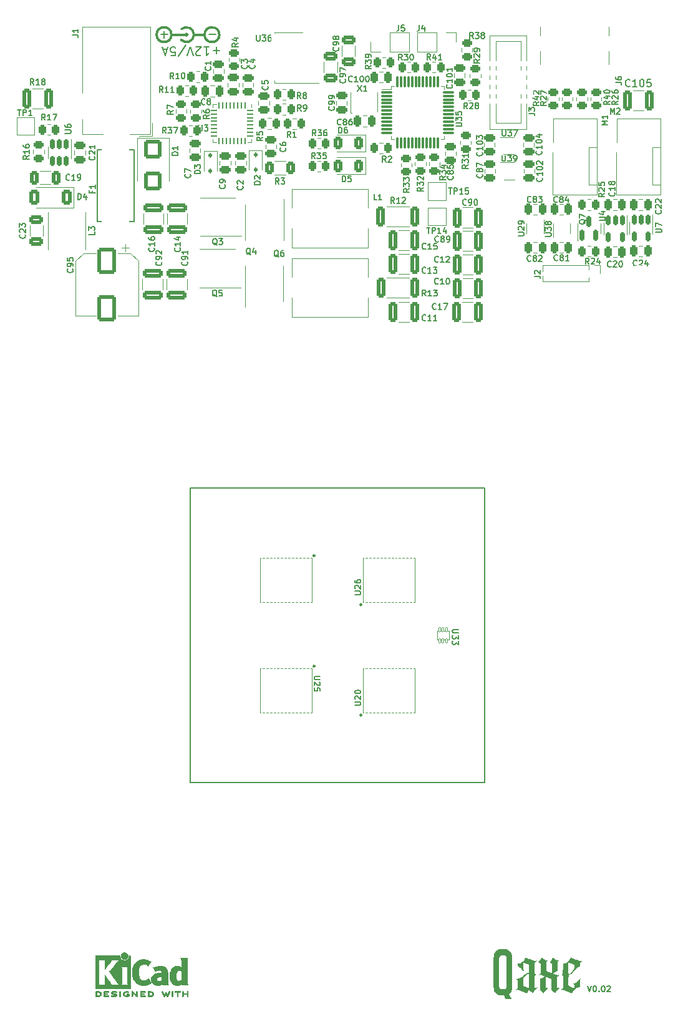
<source format=gto>
G04 #@! TF.GenerationSoftware,KiCad,Pcbnew,7.0.7-7.0.7~ubuntu22.04.1*
G04 #@! TF.CreationDate,2024-01-04T12:49:52+01:00*
G04 #@! TF.ProjectId,piaxe,70696178-652e-46b6-9963-61645f706362,rev?*
G04 #@! TF.SameCoordinates,Original*
G04 #@! TF.FileFunction,Legend,Top*
G04 #@! TF.FilePolarity,Positive*
%FSLAX46Y46*%
G04 Gerber Fmt 4.6, Leading zero omitted, Abs format (unit mm)*
G04 Created by KiCad (PCBNEW 7.0.7-7.0.7~ubuntu22.04.1) date 2024-01-04 12:49:52*
%MOMM*%
%LPD*%
G01*
G04 APERTURE LIST*
G04 Aperture macros list*
%AMRoundRect*
0 Rectangle with rounded corners*
0 $1 Rounding radius*
0 $2 $3 $4 $5 $6 $7 $8 $9 X,Y pos of 4 corners*
0 Add a 4 corners polygon primitive as box body*
4,1,4,$2,$3,$4,$5,$6,$7,$8,$9,$2,$3,0*
0 Add four circle primitives for the rounded corners*
1,1,$1+$1,$2,$3*
1,1,$1+$1,$4,$5*
1,1,$1+$1,$6,$7*
1,1,$1+$1,$8,$9*
0 Add four rect primitives between the rounded corners*
20,1,$1+$1,$2,$3,$4,$5,0*
20,1,$1+$1,$4,$5,$6,$7,0*
20,1,$1+$1,$6,$7,$8,$9,0*
20,1,$1+$1,$8,$9,$2,$3,0*%
G04 Aperture macros list end*
%ADD10C,0.150000*%
%ADD11C,0.200000*%
%ADD12C,0.120000*%
%ADD13C,0.050000*%
%ADD14C,0.227485*%
%ADD15C,0.100000*%
%ADD16C,0.300000*%
%ADD17C,0.310000*%
%ADD18C,0.010000*%
%ADD19RoundRect,0.250000X-0.475000X0.250000X-0.475000X-0.250000X0.475000X-0.250000X0.475000X0.250000X0*%
%ADD20RoundRect,0.250000X0.250000X0.475000X-0.250000X0.475000X-0.250000X-0.475000X0.250000X-0.475000X0*%
%ADD21RoundRect,0.250000X0.650000X-0.325000X0.650000X0.325000X-0.650000X0.325000X-0.650000X-0.325000X0*%
%ADD22R,0.221000X0.792000*%
%ADD23R,1.810000X3.900000*%
%ADD24R,4.530000X4.277000*%
%ADD25RoundRect,0.250000X0.325000X1.100000X-0.325000X1.100000X-0.325000X-1.100000X0.325000X-1.100000X0*%
%ADD26R,3.300000X2.800000*%
%ADD27RoundRect,0.250000X-0.262500X-0.450000X0.262500X-0.450000X0.262500X0.450000X-0.262500X0.450000X0*%
%ADD28RoundRect,0.250000X0.450000X-0.262500X0.450000X0.262500X-0.450000X0.262500X-0.450000X-0.262500X0*%
%ADD29C,0.800000*%
%ADD30C,6.400000*%
%ADD31RoundRect,0.250000X-1.100000X0.325000X-1.100000X-0.325000X1.100000X-0.325000X1.100000X0.325000X0*%
%ADD32RoundRect,0.250000X-0.312500X-1.075000X0.312500X-1.075000X0.312500X1.075000X-0.312500X1.075000X0*%
%ADD33RoundRect,0.250000X0.262500X0.450000X-0.262500X0.450000X-0.262500X-0.450000X0.262500X-0.450000X0*%
%ADD34RoundRect,0.112500X-0.112500X0.187500X-0.112500X-0.187500X0.112500X-0.187500X0.112500X0.187500X0*%
%ADD35RoundRect,0.250000X-0.450000X0.262500X-0.450000X-0.262500X0.450000X-0.262500X0.450000X0.262500X0*%
%ADD36RoundRect,0.250000X-0.362500X-1.075000X0.362500X-1.075000X0.362500X1.075000X-0.362500X1.075000X0*%
%ADD37RoundRect,0.250000X0.475000X-0.250000X0.475000X0.250000X-0.475000X0.250000X-0.475000X-0.250000X0*%
%ADD38C,4.000000*%
%ADD39R,0.700000X0.700000*%
%ADD40R,4.510000X4.350000*%
%ADD41RoundRect,0.250000X0.375000X0.625000X-0.375000X0.625000X-0.375000X-0.625000X0.375000X-0.625000X0*%
%ADD42RoundRect,0.250000X-0.900000X1.000000X-0.900000X-1.000000X0.900000X-1.000000X0.900000X1.000000X0*%
%ADD43R,2.000000X2.000000*%
%ADD44R,0.400000X0.650000*%
%ADD45RoundRect,0.250000X-0.325000X-1.100000X0.325000X-1.100000X0.325000X1.100000X-0.325000X1.100000X0*%
%ADD46R,1.700000X1.700000*%
%ADD47O,1.700000X1.700000*%
%ADD48RoundRect,0.150000X-0.150000X0.512500X-0.150000X-0.512500X0.150000X-0.512500X0.150000X0.512500X0*%
%ADD49R,1.000000X1.000000*%
%ADD50O,1.000000X1.000000*%
%ADD51C,1.100000*%
%ADD52R,2.030000X1.730000*%
%ADD53O,2.030000X1.730000*%
%ADD54R,0.650000X0.400000*%
%ADD55R,4.350000X4.510000*%
%ADD56RoundRect,0.250000X-0.250000X-0.475000X0.250000X-0.475000X0.250000X0.475000X-0.250000X0.475000X0*%
%ADD57RoundRect,0.250000X1.100000X-0.325000X1.100000X0.325000X-1.100000X0.325000X-1.100000X-0.325000X0*%
%ADD58RoundRect,0.250000X0.450000X0.800000X-0.450000X0.800000X-0.450000X-0.800000X0.450000X-0.800000X0*%
%ADD59R,1.000000X0.900000*%
%ADD60RoundRect,0.250000X-1.000000X1.500000X-1.000000X-1.500000X1.000000X-1.500000X1.000000X1.500000X0*%
%ADD61R,4.000000X1.500000*%
%ADD62RoundRect,0.250000X0.312500X0.625000X-0.312500X0.625000X-0.312500X-0.625000X0.312500X-0.625000X0*%
%ADD63RoundRect,0.075000X-0.662500X-0.075000X0.662500X-0.075000X0.662500X0.075000X-0.662500X0.075000X0*%
%ADD64RoundRect,0.075000X-0.075000X-0.662500X0.075000X-0.662500X0.075000X0.662500X-0.075000X0.662500X0*%
%ADD65RoundRect,0.050000X-0.100000X0.285000X-0.100000X-0.285000X0.100000X-0.285000X0.100000X0.285000X0*%
%ADD66R,2.600000X2.600000*%
%ADD67C,2.600000*%
%ADD68R,2.760000X0.650000*%
%ADD69R,3.810000X4.245000*%
%ADD70RoundRect,0.250000X-0.650000X0.325000X-0.650000X-0.325000X0.650000X-0.325000X0.650000X0.325000X0*%
%ADD71R,2.000000X1.500000*%
%ADD72R,2.000000X3.800000*%
%ADD73RoundRect,0.062500X-0.062500X0.375000X-0.062500X-0.375000X0.062500X-0.375000X0.062500X0.375000X0*%
%ADD74RoundRect,0.062500X-0.375000X0.062500X-0.375000X-0.062500X0.375000X-0.062500X0.375000X0.062500X0*%
%ADD75R,3.450000X3.450000*%
%ADD76RoundRect,0.150000X0.150000X-0.587500X0.150000X0.587500X-0.150000X0.587500X-0.150000X-0.587500X0*%
%ADD77C,0.650000*%
%ADD78R,0.600000X1.150000*%
%ADD79R,0.300000X1.150000*%
%ADD80O,1.000000X2.100000*%
%ADD81O,1.000000X1.800000*%
%ADD82RoundRect,0.250000X0.325000X0.650000X-0.325000X0.650000X-0.325000X-0.650000X0.325000X-0.650000X0*%
G04 APERTURE END LIST*
D10*
X75000000Y-102000000D02*
X115000000Y-102000000D01*
X115000000Y-142000000D01*
X75000000Y-142000000D01*
X75000000Y-102000000D01*
X128949874Y-169544295D02*
X129216541Y-170344295D01*
X129216541Y-170344295D02*
X129483207Y-169544295D01*
X129902255Y-169544295D02*
X129978445Y-169544295D01*
X129978445Y-169544295D02*
X130054636Y-169582390D01*
X130054636Y-169582390D02*
X130092731Y-169620485D01*
X130092731Y-169620485D02*
X130130826Y-169696676D01*
X130130826Y-169696676D02*
X130168921Y-169849057D01*
X130168921Y-169849057D02*
X130168921Y-170039533D01*
X130168921Y-170039533D02*
X130130826Y-170191914D01*
X130130826Y-170191914D02*
X130092731Y-170268104D01*
X130092731Y-170268104D02*
X130054636Y-170306200D01*
X130054636Y-170306200D02*
X129978445Y-170344295D01*
X129978445Y-170344295D02*
X129902255Y-170344295D01*
X129902255Y-170344295D02*
X129826064Y-170306200D01*
X129826064Y-170306200D02*
X129787969Y-170268104D01*
X129787969Y-170268104D02*
X129749874Y-170191914D01*
X129749874Y-170191914D02*
X129711778Y-170039533D01*
X129711778Y-170039533D02*
X129711778Y-169849057D01*
X129711778Y-169849057D02*
X129749874Y-169696676D01*
X129749874Y-169696676D02*
X129787969Y-169620485D01*
X129787969Y-169620485D02*
X129826064Y-169582390D01*
X129826064Y-169582390D02*
X129902255Y-169544295D01*
X130511779Y-170268104D02*
X130549874Y-170306200D01*
X130549874Y-170306200D02*
X130511779Y-170344295D01*
X130511779Y-170344295D02*
X130473683Y-170306200D01*
X130473683Y-170306200D02*
X130511779Y-170268104D01*
X130511779Y-170268104D02*
X130511779Y-170344295D01*
X131045112Y-169544295D02*
X131121302Y-169544295D01*
X131121302Y-169544295D02*
X131197493Y-169582390D01*
X131197493Y-169582390D02*
X131235588Y-169620485D01*
X131235588Y-169620485D02*
X131273683Y-169696676D01*
X131273683Y-169696676D02*
X131311778Y-169849057D01*
X131311778Y-169849057D02*
X131311778Y-170039533D01*
X131311778Y-170039533D02*
X131273683Y-170191914D01*
X131273683Y-170191914D02*
X131235588Y-170268104D01*
X131235588Y-170268104D02*
X131197493Y-170306200D01*
X131197493Y-170306200D02*
X131121302Y-170344295D01*
X131121302Y-170344295D02*
X131045112Y-170344295D01*
X131045112Y-170344295D02*
X130968921Y-170306200D01*
X130968921Y-170306200D02*
X130930826Y-170268104D01*
X130930826Y-170268104D02*
X130892731Y-170191914D01*
X130892731Y-170191914D02*
X130854635Y-170039533D01*
X130854635Y-170039533D02*
X130854635Y-169849057D01*
X130854635Y-169849057D02*
X130892731Y-169696676D01*
X130892731Y-169696676D02*
X130930826Y-169620485D01*
X130930826Y-169620485D02*
X130968921Y-169582390D01*
X130968921Y-169582390D02*
X131045112Y-169544295D01*
X131616540Y-169620485D02*
X131654636Y-169582390D01*
X131654636Y-169582390D02*
X131730826Y-169544295D01*
X131730826Y-169544295D02*
X131921302Y-169544295D01*
X131921302Y-169544295D02*
X131997493Y-169582390D01*
X131997493Y-169582390D02*
X132035588Y-169620485D01*
X132035588Y-169620485D02*
X132073683Y-169696676D01*
X132073683Y-169696676D02*
X132073683Y-169772866D01*
X132073683Y-169772866D02*
X132035588Y-169887152D01*
X132035588Y-169887152D02*
X131578445Y-170344295D01*
X131578445Y-170344295D02*
X132073683Y-170344295D01*
D11*
X79028570Y-42614400D02*
X78114285Y-42614400D01*
X78571427Y-42157257D02*
X78571427Y-43071542D01*
X76914285Y-42157257D02*
X77599999Y-42157257D01*
X77257142Y-42157257D02*
X77257142Y-43357257D01*
X77257142Y-43357257D02*
X77371428Y-43185828D01*
X77371428Y-43185828D02*
X77485713Y-43071542D01*
X77485713Y-43071542D02*
X77599999Y-43014400D01*
X76457142Y-43242971D02*
X76399999Y-43300114D01*
X76399999Y-43300114D02*
X76285714Y-43357257D01*
X76285714Y-43357257D02*
X75999999Y-43357257D01*
X75999999Y-43357257D02*
X75885714Y-43300114D01*
X75885714Y-43300114D02*
X75828571Y-43242971D01*
X75828571Y-43242971D02*
X75771428Y-43128685D01*
X75771428Y-43128685D02*
X75771428Y-43014400D01*
X75771428Y-43014400D02*
X75828571Y-42842971D01*
X75828571Y-42842971D02*
X76514285Y-42157257D01*
X76514285Y-42157257D02*
X75771428Y-42157257D01*
X75428571Y-43357257D02*
X75028571Y-42157257D01*
X75028571Y-42157257D02*
X74628571Y-43357257D01*
X73371428Y-43414400D02*
X74400000Y-41871542D01*
X72400000Y-43357257D02*
X72971428Y-43357257D01*
X72971428Y-43357257D02*
X73028571Y-42785828D01*
X73028571Y-42785828D02*
X72971428Y-42842971D01*
X72971428Y-42842971D02*
X72857143Y-42900114D01*
X72857143Y-42900114D02*
X72571428Y-42900114D01*
X72571428Y-42900114D02*
X72457143Y-42842971D01*
X72457143Y-42842971D02*
X72400000Y-42785828D01*
X72400000Y-42785828D02*
X72342857Y-42671542D01*
X72342857Y-42671542D02*
X72342857Y-42385828D01*
X72342857Y-42385828D02*
X72400000Y-42271542D01*
X72400000Y-42271542D02*
X72457143Y-42214400D01*
X72457143Y-42214400D02*
X72571428Y-42157257D01*
X72571428Y-42157257D02*
X72857143Y-42157257D01*
X72857143Y-42157257D02*
X72971428Y-42214400D01*
X72971428Y-42214400D02*
X73028571Y-42271542D01*
X71885714Y-42500114D02*
X71314286Y-42500114D01*
X72000000Y-42157257D02*
X71600000Y-43357257D01*
X71600000Y-43357257D02*
X71200000Y-42157257D01*
D10*
X114636904Y-59416885D02*
X114675000Y-59454981D01*
X114675000Y-59454981D02*
X114713095Y-59569266D01*
X114713095Y-59569266D02*
X114713095Y-59645457D01*
X114713095Y-59645457D02*
X114675000Y-59759743D01*
X114675000Y-59759743D02*
X114598809Y-59835933D01*
X114598809Y-59835933D02*
X114522619Y-59874028D01*
X114522619Y-59874028D02*
X114370238Y-59912124D01*
X114370238Y-59912124D02*
X114255952Y-59912124D01*
X114255952Y-59912124D02*
X114103571Y-59874028D01*
X114103571Y-59874028D02*
X114027380Y-59835933D01*
X114027380Y-59835933D02*
X113951190Y-59759743D01*
X113951190Y-59759743D02*
X113913095Y-59645457D01*
X113913095Y-59645457D02*
X113913095Y-59569266D01*
X113913095Y-59569266D02*
X113951190Y-59454981D01*
X113951190Y-59454981D02*
X113989285Y-59416885D01*
X114255952Y-58959743D02*
X114217857Y-59035933D01*
X114217857Y-59035933D02*
X114179761Y-59074028D01*
X114179761Y-59074028D02*
X114103571Y-59112124D01*
X114103571Y-59112124D02*
X114065476Y-59112124D01*
X114065476Y-59112124D02*
X113989285Y-59074028D01*
X113989285Y-59074028D02*
X113951190Y-59035933D01*
X113951190Y-59035933D02*
X113913095Y-58959743D01*
X113913095Y-58959743D02*
X113913095Y-58807362D01*
X113913095Y-58807362D02*
X113951190Y-58731171D01*
X113951190Y-58731171D02*
X113989285Y-58693076D01*
X113989285Y-58693076D02*
X114065476Y-58654981D01*
X114065476Y-58654981D02*
X114103571Y-58654981D01*
X114103571Y-58654981D02*
X114179761Y-58693076D01*
X114179761Y-58693076D02*
X114217857Y-58731171D01*
X114217857Y-58731171D02*
X114255952Y-58807362D01*
X114255952Y-58807362D02*
X114255952Y-58959743D01*
X114255952Y-58959743D02*
X114294047Y-59035933D01*
X114294047Y-59035933D02*
X114332142Y-59074028D01*
X114332142Y-59074028D02*
X114408333Y-59112124D01*
X114408333Y-59112124D02*
X114560714Y-59112124D01*
X114560714Y-59112124D02*
X114636904Y-59074028D01*
X114636904Y-59074028D02*
X114675000Y-59035933D01*
X114675000Y-59035933D02*
X114713095Y-58959743D01*
X114713095Y-58959743D02*
X114713095Y-58807362D01*
X114713095Y-58807362D02*
X114675000Y-58731171D01*
X114675000Y-58731171D02*
X114636904Y-58693076D01*
X114636904Y-58693076D02*
X114560714Y-58654981D01*
X114560714Y-58654981D02*
X114408333Y-58654981D01*
X114408333Y-58654981D02*
X114332142Y-58693076D01*
X114332142Y-58693076D02*
X114294047Y-58731171D01*
X114294047Y-58731171D02*
X114255952Y-58807362D01*
X113913095Y-58388314D02*
X113913095Y-57854980D01*
X113913095Y-57854980D02*
X114713095Y-58197838D01*
X132162029Y-71942193D02*
X132123933Y-71980289D01*
X132123933Y-71980289D02*
X132009648Y-72018384D01*
X132009648Y-72018384D02*
X131933457Y-72018384D01*
X131933457Y-72018384D02*
X131819171Y-71980289D01*
X131819171Y-71980289D02*
X131742981Y-71904098D01*
X131742981Y-71904098D02*
X131704886Y-71827908D01*
X131704886Y-71827908D02*
X131666790Y-71675527D01*
X131666790Y-71675527D02*
X131666790Y-71561241D01*
X131666790Y-71561241D02*
X131704886Y-71408860D01*
X131704886Y-71408860D02*
X131742981Y-71332669D01*
X131742981Y-71332669D02*
X131819171Y-71256479D01*
X131819171Y-71256479D02*
X131933457Y-71218384D01*
X131933457Y-71218384D02*
X132009648Y-71218384D01*
X132009648Y-71218384D02*
X132123933Y-71256479D01*
X132123933Y-71256479D02*
X132162029Y-71294574D01*
X132466790Y-71294574D02*
X132504886Y-71256479D01*
X132504886Y-71256479D02*
X132581076Y-71218384D01*
X132581076Y-71218384D02*
X132771552Y-71218384D01*
X132771552Y-71218384D02*
X132847743Y-71256479D01*
X132847743Y-71256479D02*
X132885838Y-71294574D01*
X132885838Y-71294574D02*
X132923933Y-71370765D01*
X132923933Y-71370765D02*
X132923933Y-71446955D01*
X132923933Y-71446955D02*
X132885838Y-71561241D01*
X132885838Y-71561241D02*
X132428695Y-72018384D01*
X132428695Y-72018384D02*
X132923933Y-72018384D01*
X133419172Y-71218384D02*
X133495362Y-71218384D01*
X133495362Y-71218384D02*
X133571553Y-71256479D01*
X133571553Y-71256479D02*
X133609648Y-71294574D01*
X133609648Y-71294574D02*
X133647743Y-71370765D01*
X133647743Y-71370765D02*
X133685838Y-71523146D01*
X133685838Y-71523146D02*
X133685838Y-71713622D01*
X133685838Y-71713622D02*
X133647743Y-71866003D01*
X133647743Y-71866003D02*
X133609648Y-71942193D01*
X133609648Y-71942193D02*
X133571553Y-71980289D01*
X133571553Y-71980289D02*
X133495362Y-72018384D01*
X133495362Y-72018384D02*
X133419172Y-72018384D01*
X133419172Y-72018384D02*
X133342981Y-71980289D01*
X133342981Y-71980289D02*
X133304886Y-71942193D01*
X133304886Y-71942193D02*
X133266791Y-71866003D01*
X133266791Y-71866003D02*
X133228695Y-71713622D01*
X133228695Y-71713622D02*
X133228695Y-71523146D01*
X133228695Y-71523146D02*
X133266791Y-71370765D01*
X133266791Y-71370765D02*
X133304886Y-71294574D01*
X133304886Y-71294574D02*
X133342981Y-71256479D01*
X133342981Y-71256479D02*
X133419172Y-71218384D01*
X52586104Y-67604285D02*
X52624200Y-67642381D01*
X52624200Y-67642381D02*
X52662295Y-67756666D01*
X52662295Y-67756666D02*
X52662295Y-67832857D01*
X52662295Y-67832857D02*
X52624200Y-67947143D01*
X52624200Y-67947143D02*
X52548009Y-68023333D01*
X52548009Y-68023333D02*
X52471819Y-68061428D01*
X52471819Y-68061428D02*
X52319438Y-68099524D01*
X52319438Y-68099524D02*
X52205152Y-68099524D01*
X52205152Y-68099524D02*
X52052771Y-68061428D01*
X52052771Y-68061428D02*
X51976580Y-68023333D01*
X51976580Y-68023333D02*
X51900390Y-67947143D01*
X51900390Y-67947143D02*
X51862295Y-67832857D01*
X51862295Y-67832857D02*
X51862295Y-67756666D01*
X51862295Y-67756666D02*
X51900390Y-67642381D01*
X51900390Y-67642381D02*
X51938485Y-67604285D01*
X51938485Y-67299524D02*
X51900390Y-67261428D01*
X51900390Y-67261428D02*
X51862295Y-67185238D01*
X51862295Y-67185238D02*
X51862295Y-66994762D01*
X51862295Y-66994762D02*
X51900390Y-66918571D01*
X51900390Y-66918571D02*
X51938485Y-66880476D01*
X51938485Y-66880476D02*
X52014676Y-66842381D01*
X52014676Y-66842381D02*
X52090866Y-66842381D01*
X52090866Y-66842381D02*
X52205152Y-66880476D01*
X52205152Y-66880476D02*
X52662295Y-67337619D01*
X52662295Y-67337619D02*
X52662295Y-66842381D01*
X51862295Y-66575714D02*
X51862295Y-66080476D01*
X51862295Y-66080476D02*
X52167057Y-66347142D01*
X52167057Y-66347142D02*
X52167057Y-66232857D01*
X52167057Y-66232857D02*
X52205152Y-66156666D01*
X52205152Y-66156666D02*
X52243247Y-66118571D01*
X52243247Y-66118571D02*
X52319438Y-66080476D01*
X52319438Y-66080476D02*
X52509914Y-66080476D01*
X52509914Y-66080476D02*
X52586104Y-66118571D01*
X52586104Y-66118571D02*
X52624200Y-66156666D01*
X52624200Y-66156666D02*
X52662295Y-66232857D01*
X52662295Y-66232857D02*
X52662295Y-66461428D01*
X52662295Y-66461428D02*
X52624200Y-66537619D01*
X52624200Y-66537619D02*
X52586104Y-66575714D01*
X106978714Y-79222104D02*
X106940618Y-79260200D01*
X106940618Y-79260200D02*
X106826333Y-79298295D01*
X106826333Y-79298295D02*
X106750142Y-79298295D01*
X106750142Y-79298295D02*
X106635856Y-79260200D01*
X106635856Y-79260200D02*
X106559666Y-79184009D01*
X106559666Y-79184009D02*
X106521571Y-79107819D01*
X106521571Y-79107819D02*
X106483475Y-78955438D01*
X106483475Y-78955438D02*
X106483475Y-78841152D01*
X106483475Y-78841152D02*
X106521571Y-78688771D01*
X106521571Y-78688771D02*
X106559666Y-78612580D01*
X106559666Y-78612580D02*
X106635856Y-78536390D01*
X106635856Y-78536390D02*
X106750142Y-78498295D01*
X106750142Y-78498295D02*
X106826333Y-78498295D01*
X106826333Y-78498295D02*
X106940618Y-78536390D01*
X106940618Y-78536390D02*
X106978714Y-78574485D01*
X107740618Y-79298295D02*
X107283475Y-79298295D01*
X107512047Y-79298295D02*
X107512047Y-78498295D01*
X107512047Y-78498295D02*
X107435856Y-78612580D01*
X107435856Y-78612580D02*
X107359666Y-78688771D01*
X107359666Y-78688771D02*
X107283475Y-78726866D01*
X108502523Y-79298295D02*
X108045380Y-79298295D01*
X108273952Y-79298295D02*
X108273952Y-78498295D01*
X108273952Y-78498295D02*
X108197761Y-78612580D01*
X108197761Y-78612580D02*
X108121571Y-78688771D01*
X108121571Y-78688771D02*
X108045380Y-78726866D01*
X100336666Y-62917295D02*
X99955714Y-62917295D01*
X99955714Y-62917295D02*
X99955714Y-62117295D01*
X101022380Y-62917295D02*
X100565237Y-62917295D01*
X100793809Y-62917295D02*
X100793809Y-62117295D01*
X100793809Y-62117295D02*
X100717618Y-62231580D01*
X100717618Y-62231580D02*
X100641428Y-62307771D01*
X100641428Y-62307771D02*
X100565237Y-62345866D01*
X88646667Y-54422295D02*
X88380000Y-54041342D01*
X88189524Y-54422295D02*
X88189524Y-53622295D01*
X88189524Y-53622295D02*
X88494286Y-53622295D01*
X88494286Y-53622295D02*
X88570476Y-53660390D01*
X88570476Y-53660390D02*
X88608571Y-53698485D01*
X88608571Y-53698485D02*
X88646667Y-53774676D01*
X88646667Y-53774676D02*
X88646667Y-53888961D01*
X88646667Y-53888961D02*
X88608571Y-53965152D01*
X88608571Y-53965152D02*
X88570476Y-54003247D01*
X88570476Y-54003247D02*
X88494286Y-54041342D01*
X88494286Y-54041342D02*
X88189524Y-54041342D01*
X89408571Y-54422295D02*
X88951428Y-54422295D01*
X89180000Y-54422295D02*
X89180000Y-53622295D01*
X89180000Y-53622295D02*
X89103809Y-53736580D01*
X89103809Y-53736580D02*
X89027619Y-53812771D01*
X89027619Y-53812771D02*
X88951428Y-53850866D01*
X53162295Y-56891785D02*
X52781342Y-57158452D01*
X53162295Y-57348928D02*
X52362295Y-57348928D01*
X52362295Y-57348928D02*
X52362295Y-57044166D01*
X52362295Y-57044166D02*
X52400390Y-56967976D01*
X52400390Y-56967976D02*
X52438485Y-56929881D01*
X52438485Y-56929881D02*
X52514676Y-56891785D01*
X52514676Y-56891785D02*
X52628961Y-56891785D01*
X52628961Y-56891785D02*
X52705152Y-56929881D01*
X52705152Y-56929881D02*
X52743247Y-56967976D01*
X52743247Y-56967976D02*
X52781342Y-57044166D01*
X52781342Y-57044166D02*
X52781342Y-57348928D01*
X53162295Y-56129881D02*
X53162295Y-56587024D01*
X53162295Y-56358452D02*
X52362295Y-56358452D01*
X52362295Y-56358452D02*
X52476580Y-56434643D01*
X52476580Y-56434643D02*
X52552771Y-56510833D01*
X52552771Y-56510833D02*
X52590866Y-56587024D01*
X52362295Y-55444166D02*
X52362295Y-55596547D01*
X52362295Y-55596547D02*
X52400390Y-55672738D01*
X52400390Y-55672738D02*
X52438485Y-55710833D01*
X52438485Y-55710833D02*
X52552771Y-55787023D01*
X52552771Y-55787023D02*
X52705152Y-55825119D01*
X52705152Y-55825119D02*
X53009914Y-55825119D01*
X53009914Y-55825119D02*
X53086104Y-55787023D01*
X53086104Y-55787023D02*
X53124200Y-55748928D01*
X53124200Y-55748928D02*
X53162295Y-55672738D01*
X53162295Y-55672738D02*
X53162295Y-55520357D01*
X53162295Y-55520357D02*
X53124200Y-55444166D01*
X53124200Y-55444166D02*
X53086104Y-55406071D01*
X53086104Y-55406071D02*
X53009914Y-55367976D01*
X53009914Y-55367976D02*
X52819438Y-55367976D01*
X52819438Y-55367976D02*
X52743247Y-55406071D01*
X52743247Y-55406071D02*
X52705152Y-55444166D01*
X52705152Y-55444166D02*
X52667057Y-55520357D01*
X52667057Y-55520357D02*
X52667057Y-55672738D01*
X52667057Y-55672738D02*
X52705152Y-55748928D01*
X52705152Y-55748928D02*
X52743247Y-55787023D01*
X52743247Y-55787023D02*
X52819438Y-55825119D01*
X55335714Y-52089795D02*
X55069047Y-51708842D01*
X54878571Y-52089795D02*
X54878571Y-51289795D01*
X54878571Y-51289795D02*
X55183333Y-51289795D01*
X55183333Y-51289795D02*
X55259523Y-51327890D01*
X55259523Y-51327890D02*
X55297618Y-51365985D01*
X55297618Y-51365985D02*
X55335714Y-51442176D01*
X55335714Y-51442176D02*
X55335714Y-51556461D01*
X55335714Y-51556461D02*
X55297618Y-51632652D01*
X55297618Y-51632652D02*
X55259523Y-51670747D01*
X55259523Y-51670747D02*
X55183333Y-51708842D01*
X55183333Y-51708842D02*
X54878571Y-51708842D01*
X56097618Y-52089795D02*
X55640475Y-52089795D01*
X55869047Y-52089795D02*
X55869047Y-51289795D01*
X55869047Y-51289795D02*
X55792856Y-51404080D01*
X55792856Y-51404080D02*
X55716666Y-51480271D01*
X55716666Y-51480271D02*
X55640475Y-51518366D01*
X56364285Y-51289795D02*
X56897619Y-51289795D01*
X56897619Y-51289795D02*
X56554761Y-52089795D01*
X74586104Y-71314285D02*
X74624200Y-71352381D01*
X74624200Y-71352381D02*
X74662295Y-71466666D01*
X74662295Y-71466666D02*
X74662295Y-71542857D01*
X74662295Y-71542857D02*
X74624200Y-71657143D01*
X74624200Y-71657143D02*
X74548009Y-71733333D01*
X74548009Y-71733333D02*
X74471819Y-71771428D01*
X74471819Y-71771428D02*
X74319438Y-71809524D01*
X74319438Y-71809524D02*
X74205152Y-71809524D01*
X74205152Y-71809524D02*
X74052771Y-71771428D01*
X74052771Y-71771428D02*
X73976580Y-71733333D01*
X73976580Y-71733333D02*
X73900390Y-71657143D01*
X73900390Y-71657143D02*
X73862295Y-71542857D01*
X73862295Y-71542857D02*
X73862295Y-71466666D01*
X73862295Y-71466666D02*
X73900390Y-71352381D01*
X73900390Y-71352381D02*
X73938485Y-71314285D01*
X74662295Y-70933333D02*
X74662295Y-70780952D01*
X74662295Y-70780952D02*
X74624200Y-70704762D01*
X74624200Y-70704762D02*
X74586104Y-70666666D01*
X74586104Y-70666666D02*
X74471819Y-70590476D01*
X74471819Y-70590476D02*
X74319438Y-70552381D01*
X74319438Y-70552381D02*
X74014676Y-70552381D01*
X74014676Y-70552381D02*
X73938485Y-70590476D01*
X73938485Y-70590476D02*
X73900390Y-70628571D01*
X73900390Y-70628571D02*
X73862295Y-70704762D01*
X73862295Y-70704762D02*
X73862295Y-70857143D01*
X73862295Y-70857143D02*
X73900390Y-70933333D01*
X73900390Y-70933333D02*
X73938485Y-70971428D01*
X73938485Y-70971428D02*
X74014676Y-71009524D01*
X74014676Y-71009524D02*
X74205152Y-71009524D01*
X74205152Y-71009524D02*
X74281342Y-70971428D01*
X74281342Y-70971428D02*
X74319438Y-70933333D01*
X74319438Y-70933333D02*
X74357533Y-70857143D01*
X74357533Y-70857143D02*
X74357533Y-70704762D01*
X74357533Y-70704762D02*
X74319438Y-70628571D01*
X74319438Y-70628571D02*
X74281342Y-70590476D01*
X74281342Y-70590476D02*
X74205152Y-70552381D01*
X74662295Y-69790476D02*
X74662295Y-70247619D01*
X74662295Y-70019047D02*
X73862295Y-70019047D01*
X73862295Y-70019047D02*
X73976580Y-70095238D01*
X73976580Y-70095238D02*
X74052771Y-70171428D01*
X74052771Y-70171428D02*
X74090866Y-70247619D01*
X53798214Y-47272295D02*
X53531547Y-46891342D01*
X53341071Y-47272295D02*
X53341071Y-46472295D01*
X53341071Y-46472295D02*
X53645833Y-46472295D01*
X53645833Y-46472295D02*
X53722023Y-46510390D01*
X53722023Y-46510390D02*
X53760118Y-46548485D01*
X53760118Y-46548485D02*
X53798214Y-46624676D01*
X53798214Y-46624676D02*
X53798214Y-46738961D01*
X53798214Y-46738961D02*
X53760118Y-46815152D01*
X53760118Y-46815152D02*
X53722023Y-46853247D01*
X53722023Y-46853247D02*
X53645833Y-46891342D01*
X53645833Y-46891342D02*
X53341071Y-46891342D01*
X54560118Y-47272295D02*
X54102975Y-47272295D01*
X54331547Y-47272295D02*
X54331547Y-46472295D01*
X54331547Y-46472295D02*
X54255356Y-46586580D01*
X54255356Y-46586580D02*
X54179166Y-46662771D01*
X54179166Y-46662771D02*
X54102975Y-46700866D01*
X55017261Y-46815152D02*
X54941071Y-46777057D01*
X54941071Y-46777057D02*
X54902976Y-46738961D01*
X54902976Y-46738961D02*
X54864880Y-46662771D01*
X54864880Y-46662771D02*
X54864880Y-46624676D01*
X54864880Y-46624676D02*
X54902976Y-46548485D01*
X54902976Y-46548485D02*
X54941071Y-46510390D01*
X54941071Y-46510390D02*
X55017261Y-46472295D01*
X55017261Y-46472295D02*
X55169642Y-46472295D01*
X55169642Y-46472295D02*
X55245833Y-46510390D01*
X55245833Y-46510390D02*
X55283928Y-46548485D01*
X55283928Y-46548485D02*
X55322023Y-46624676D01*
X55322023Y-46624676D02*
X55322023Y-46662771D01*
X55322023Y-46662771D02*
X55283928Y-46738961D01*
X55283928Y-46738961D02*
X55245833Y-46777057D01*
X55245833Y-46777057D02*
X55169642Y-46815152D01*
X55169642Y-46815152D02*
X55017261Y-46815152D01*
X55017261Y-46815152D02*
X54941071Y-46853247D01*
X54941071Y-46853247D02*
X54902976Y-46891342D01*
X54902976Y-46891342D02*
X54864880Y-46967533D01*
X54864880Y-46967533D02*
X54864880Y-47119914D01*
X54864880Y-47119914D02*
X54902976Y-47196104D01*
X54902976Y-47196104D02*
X54941071Y-47234200D01*
X54941071Y-47234200D02*
X55017261Y-47272295D01*
X55017261Y-47272295D02*
X55169642Y-47272295D01*
X55169642Y-47272295D02*
X55245833Y-47234200D01*
X55245833Y-47234200D02*
X55283928Y-47196104D01*
X55283928Y-47196104D02*
X55322023Y-47119914D01*
X55322023Y-47119914D02*
X55322023Y-46967533D01*
X55322023Y-46967533D02*
X55283928Y-46891342D01*
X55283928Y-46891342D02*
X55245833Y-46853247D01*
X55245833Y-46853247D02*
X55169642Y-46815152D01*
X138886104Y-64314285D02*
X138924200Y-64352381D01*
X138924200Y-64352381D02*
X138962295Y-64466666D01*
X138962295Y-64466666D02*
X138962295Y-64542857D01*
X138962295Y-64542857D02*
X138924200Y-64657143D01*
X138924200Y-64657143D02*
X138848009Y-64733333D01*
X138848009Y-64733333D02*
X138771819Y-64771428D01*
X138771819Y-64771428D02*
X138619438Y-64809524D01*
X138619438Y-64809524D02*
X138505152Y-64809524D01*
X138505152Y-64809524D02*
X138352771Y-64771428D01*
X138352771Y-64771428D02*
X138276580Y-64733333D01*
X138276580Y-64733333D02*
X138200390Y-64657143D01*
X138200390Y-64657143D02*
X138162295Y-64542857D01*
X138162295Y-64542857D02*
X138162295Y-64466666D01*
X138162295Y-64466666D02*
X138200390Y-64352381D01*
X138200390Y-64352381D02*
X138238485Y-64314285D01*
X138238485Y-64009524D02*
X138200390Y-63971428D01*
X138200390Y-63971428D02*
X138162295Y-63895238D01*
X138162295Y-63895238D02*
X138162295Y-63704762D01*
X138162295Y-63704762D02*
X138200390Y-63628571D01*
X138200390Y-63628571D02*
X138238485Y-63590476D01*
X138238485Y-63590476D02*
X138314676Y-63552381D01*
X138314676Y-63552381D02*
X138390866Y-63552381D01*
X138390866Y-63552381D02*
X138505152Y-63590476D01*
X138505152Y-63590476D02*
X138962295Y-64047619D01*
X138962295Y-64047619D02*
X138962295Y-63552381D01*
X138238485Y-63247619D02*
X138200390Y-63209523D01*
X138200390Y-63209523D02*
X138162295Y-63133333D01*
X138162295Y-63133333D02*
X138162295Y-62942857D01*
X138162295Y-62942857D02*
X138200390Y-62866666D01*
X138200390Y-62866666D02*
X138238485Y-62828571D01*
X138238485Y-62828571D02*
X138314676Y-62790476D01*
X138314676Y-62790476D02*
X138390866Y-62790476D01*
X138390866Y-62790476D02*
X138505152Y-62828571D01*
X138505152Y-62828571D02*
X138962295Y-63285714D01*
X138962295Y-63285714D02*
X138962295Y-62790476D01*
X79706104Y-60888332D02*
X79744200Y-60926428D01*
X79744200Y-60926428D02*
X79782295Y-61040713D01*
X79782295Y-61040713D02*
X79782295Y-61116904D01*
X79782295Y-61116904D02*
X79744200Y-61231190D01*
X79744200Y-61231190D02*
X79668009Y-61307380D01*
X79668009Y-61307380D02*
X79591819Y-61345475D01*
X79591819Y-61345475D02*
X79439438Y-61383571D01*
X79439438Y-61383571D02*
X79325152Y-61383571D01*
X79325152Y-61383571D02*
X79172771Y-61345475D01*
X79172771Y-61345475D02*
X79096580Y-61307380D01*
X79096580Y-61307380D02*
X79020390Y-61231190D01*
X79020390Y-61231190D02*
X78982295Y-61116904D01*
X78982295Y-61116904D02*
X78982295Y-61040713D01*
X78982295Y-61040713D02*
X79020390Y-60926428D01*
X79020390Y-60926428D02*
X79058485Y-60888332D01*
X79782295Y-60507380D02*
X79782295Y-60354999D01*
X79782295Y-60354999D02*
X79744200Y-60278809D01*
X79744200Y-60278809D02*
X79706104Y-60240713D01*
X79706104Y-60240713D02*
X79591819Y-60164523D01*
X79591819Y-60164523D02*
X79439438Y-60126428D01*
X79439438Y-60126428D02*
X79134676Y-60126428D01*
X79134676Y-60126428D02*
X79058485Y-60164523D01*
X79058485Y-60164523D02*
X79020390Y-60202618D01*
X79020390Y-60202618D02*
X78982295Y-60278809D01*
X78982295Y-60278809D02*
X78982295Y-60431190D01*
X78982295Y-60431190D02*
X79020390Y-60507380D01*
X79020390Y-60507380D02*
X79058485Y-60545475D01*
X79058485Y-60545475D02*
X79134676Y-60583571D01*
X79134676Y-60583571D02*
X79325152Y-60583571D01*
X79325152Y-60583571D02*
X79401342Y-60545475D01*
X79401342Y-60545475D02*
X79439438Y-60507380D01*
X79439438Y-60507380D02*
X79477533Y-60431190D01*
X79477533Y-60431190D02*
X79477533Y-60278809D01*
X79477533Y-60278809D02*
X79439438Y-60202618D01*
X79439438Y-60202618D02*
X79401342Y-60164523D01*
X79401342Y-60164523D02*
X79325152Y-60126428D01*
X107638914Y-43897895D02*
X107372247Y-43516942D01*
X107181771Y-43897895D02*
X107181771Y-43097895D01*
X107181771Y-43097895D02*
X107486533Y-43097895D01*
X107486533Y-43097895D02*
X107562723Y-43135990D01*
X107562723Y-43135990D02*
X107600818Y-43174085D01*
X107600818Y-43174085D02*
X107638914Y-43250276D01*
X107638914Y-43250276D02*
X107638914Y-43364561D01*
X107638914Y-43364561D02*
X107600818Y-43440752D01*
X107600818Y-43440752D02*
X107562723Y-43478847D01*
X107562723Y-43478847D02*
X107486533Y-43516942D01*
X107486533Y-43516942D02*
X107181771Y-43516942D01*
X108324628Y-43364561D02*
X108324628Y-43897895D01*
X108134152Y-43059800D02*
X107943675Y-43631228D01*
X107943675Y-43631228D02*
X108438914Y-43631228D01*
X109162723Y-43897895D02*
X108705580Y-43897895D01*
X108934152Y-43897895D02*
X108934152Y-43097895D01*
X108934152Y-43097895D02*
X108857961Y-43212180D01*
X108857961Y-43212180D02*
X108781771Y-43288371D01*
X108781771Y-43288371D02*
X108705580Y-43326466D01*
X84532295Y-60845475D02*
X83732295Y-60845475D01*
X83732295Y-60845475D02*
X83732295Y-60654999D01*
X83732295Y-60654999D02*
X83770390Y-60540713D01*
X83770390Y-60540713D02*
X83846580Y-60464523D01*
X83846580Y-60464523D02*
X83922771Y-60426428D01*
X83922771Y-60426428D02*
X84075152Y-60388332D01*
X84075152Y-60388332D02*
X84189438Y-60388332D01*
X84189438Y-60388332D02*
X84341819Y-60426428D01*
X84341819Y-60426428D02*
X84418009Y-60464523D01*
X84418009Y-60464523D02*
X84494200Y-60540713D01*
X84494200Y-60540713D02*
X84532295Y-60654999D01*
X84532295Y-60654999D02*
X84532295Y-60845475D01*
X83808485Y-60083571D02*
X83770390Y-60045475D01*
X83770390Y-60045475D02*
X83732295Y-59969285D01*
X83732295Y-59969285D02*
X83732295Y-59778809D01*
X83732295Y-59778809D02*
X83770390Y-59702618D01*
X83770390Y-59702618D02*
X83808485Y-59664523D01*
X83808485Y-59664523D02*
X83884676Y-59626428D01*
X83884676Y-59626428D02*
X83960866Y-59626428D01*
X83960866Y-59626428D02*
X84075152Y-59664523D01*
X84075152Y-59664523D02*
X84532295Y-60121666D01*
X84532295Y-60121666D02*
X84532295Y-59626428D01*
X114306695Y-43846685D02*
X113925742Y-44113352D01*
X114306695Y-44303828D02*
X113506695Y-44303828D01*
X113506695Y-44303828D02*
X113506695Y-43999066D01*
X113506695Y-43999066D02*
X113544790Y-43922876D01*
X113544790Y-43922876D02*
X113582885Y-43884781D01*
X113582885Y-43884781D02*
X113659076Y-43846685D01*
X113659076Y-43846685D02*
X113773361Y-43846685D01*
X113773361Y-43846685D02*
X113849552Y-43884781D01*
X113849552Y-43884781D02*
X113887647Y-43922876D01*
X113887647Y-43922876D02*
X113925742Y-43999066D01*
X113925742Y-43999066D02*
X113925742Y-44303828D01*
X113582885Y-43541924D02*
X113544790Y-43503828D01*
X113544790Y-43503828D02*
X113506695Y-43427638D01*
X113506695Y-43427638D02*
X113506695Y-43237162D01*
X113506695Y-43237162D02*
X113544790Y-43160971D01*
X113544790Y-43160971D02*
X113582885Y-43122876D01*
X113582885Y-43122876D02*
X113659076Y-43084781D01*
X113659076Y-43084781D02*
X113735266Y-43084781D01*
X113735266Y-43084781D02*
X113849552Y-43122876D01*
X113849552Y-43122876D02*
X114306695Y-43580019D01*
X114306695Y-43580019D02*
X114306695Y-43084781D01*
X114306695Y-42703828D02*
X114306695Y-42551447D01*
X114306695Y-42551447D02*
X114268600Y-42475257D01*
X114268600Y-42475257D02*
X114230504Y-42437161D01*
X114230504Y-42437161D02*
X114116219Y-42360971D01*
X114116219Y-42360971D02*
X113963838Y-42322876D01*
X113963838Y-42322876D02*
X113659076Y-42322876D01*
X113659076Y-42322876D02*
X113582885Y-42360971D01*
X113582885Y-42360971D02*
X113544790Y-42399066D01*
X113544790Y-42399066D02*
X113506695Y-42475257D01*
X113506695Y-42475257D02*
X113506695Y-42627638D01*
X113506695Y-42627638D02*
X113544790Y-42703828D01*
X113544790Y-42703828D02*
X113582885Y-42741923D01*
X113582885Y-42741923D02*
X113659076Y-42780019D01*
X113659076Y-42780019D02*
X113849552Y-42780019D01*
X113849552Y-42780019D02*
X113925742Y-42741923D01*
X113925742Y-42741923D02*
X113963838Y-42703828D01*
X113963838Y-42703828D02*
X114001933Y-42627638D01*
X114001933Y-42627638D02*
X114001933Y-42475257D01*
X114001933Y-42475257D02*
X113963838Y-42399066D01*
X113963838Y-42399066D02*
X113925742Y-42360971D01*
X113925742Y-42360971D02*
X113849552Y-42322876D01*
X102735714Y-63362295D02*
X102469047Y-62981342D01*
X102278571Y-63362295D02*
X102278571Y-62562295D01*
X102278571Y-62562295D02*
X102583333Y-62562295D01*
X102583333Y-62562295D02*
X102659523Y-62600390D01*
X102659523Y-62600390D02*
X102697618Y-62638485D01*
X102697618Y-62638485D02*
X102735714Y-62714676D01*
X102735714Y-62714676D02*
X102735714Y-62828961D01*
X102735714Y-62828961D02*
X102697618Y-62905152D01*
X102697618Y-62905152D02*
X102659523Y-62943247D01*
X102659523Y-62943247D02*
X102583333Y-62981342D01*
X102583333Y-62981342D02*
X102278571Y-62981342D01*
X103497618Y-63362295D02*
X103040475Y-63362295D01*
X103269047Y-63362295D02*
X103269047Y-62562295D01*
X103269047Y-62562295D02*
X103192856Y-62676580D01*
X103192856Y-62676580D02*
X103116666Y-62752771D01*
X103116666Y-62752771D02*
X103040475Y-62790866D01*
X103802380Y-62638485D02*
X103840476Y-62600390D01*
X103840476Y-62600390D02*
X103916666Y-62562295D01*
X103916666Y-62562295D02*
X104107142Y-62562295D01*
X104107142Y-62562295D02*
X104183333Y-62600390D01*
X104183333Y-62600390D02*
X104221428Y-62638485D01*
X104221428Y-62638485D02*
X104259523Y-62714676D01*
X104259523Y-62714676D02*
X104259523Y-62790866D01*
X104259523Y-62790866D02*
X104221428Y-62905152D01*
X104221428Y-62905152D02*
X103764285Y-63362295D01*
X103764285Y-63362295D02*
X104259523Y-63362295D01*
D11*
X71947707Y-40464400D02*
X71033422Y-40464400D01*
X71490564Y-40007257D02*
X71490564Y-40921542D01*
X78457707Y-40474400D02*
X77543422Y-40474400D01*
D10*
X85516104Y-47463332D02*
X85554200Y-47501428D01*
X85554200Y-47501428D02*
X85592295Y-47615713D01*
X85592295Y-47615713D02*
X85592295Y-47691904D01*
X85592295Y-47691904D02*
X85554200Y-47806190D01*
X85554200Y-47806190D02*
X85478009Y-47882380D01*
X85478009Y-47882380D02*
X85401819Y-47920475D01*
X85401819Y-47920475D02*
X85249438Y-47958571D01*
X85249438Y-47958571D02*
X85135152Y-47958571D01*
X85135152Y-47958571D02*
X84982771Y-47920475D01*
X84982771Y-47920475D02*
X84906580Y-47882380D01*
X84906580Y-47882380D02*
X84830390Y-47806190D01*
X84830390Y-47806190D02*
X84792295Y-47691904D01*
X84792295Y-47691904D02*
X84792295Y-47615713D01*
X84792295Y-47615713D02*
X84830390Y-47501428D01*
X84830390Y-47501428D02*
X84868485Y-47463332D01*
X84792295Y-46739523D02*
X84792295Y-47120475D01*
X84792295Y-47120475D02*
X85173247Y-47158571D01*
X85173247Y-47158571D02*
X85135152Y-47120475D01*
X85135152Y-47120475D02*
X85097057Y-47044285D01*
X85097057Y-47044285D02*
X85097057Y-46853809D01*
X85097057Y-46853809D02*
X85135152Y-46777618D01*
X85135152Y-46777618D02*
X85173247Y-46739523D01*
X85173247Y-46739523D02*
X85249438Y-46701428D01*
X85249438Y-46701428D02*
X85439914Y-46701428D01*
X85439914Y-46701428D02*
X85516104Y-46739523D01*
X85516104Y-46739523D02*
X85554200Y-46777618D01*
X85554200Y-46777618D02*
X85592295Y-46853809D01*
X85592295Y-46853809D02*
X85592295Y-47044285D01*
X85592295Y-47044285D02*
X85554200Y-47120475D01*
X85554200Y-47120475D02*
X85516104Y-47158571D01*
X84842295Y-54393332D02*
X84461342Y-54659999D01*
X84842295Y-54850475D02*
X84042295Y-54850475D01*
X84042295Y-54850475D02*
X84042295Y-54545713D01*
X84042295Y-54545713D02*
X84080390Y-54469523D01*
X84080390Y-54469523D02*
X84118485Y-54431428D01*
X84118485Y-54431428D02*
X84194676Y-54393332D01*
X84194676Y-54393332D02*
X84308961Y-54393332D01*
X84308961Y-54393332D02*
X84385152Y-54431428D01*
X84385152Y-54431428D02*
X84423247Y-54469523D01*
X84423247Y-54469523D02*
X84461342Y-54545713D01*
X84461342Y-54545713D02*
X84461342Y-54850475D01*
X84042295Y-53669523D02*
X84042295Y-54050475D01*
X84042295Y-54050475D02*
X84423247Y-54088571D01*
X84423247Y-54088571D02*
X84385152Y-54050475D01*
X84385152Y-54050475D02*
X84347057Y-53974285D01*
X84347057Y-53974285D02*
X84347057Y-53783809D01*
X84347057Y-53783809D02*
X84385152Y-53707618D01*
X84385152Y-53707618D02*
X84423247Y-53669523D01*
X84423247Y-53669523D02*
X84499438Y-53631428D01*
X84499438Y-53631428D02*
X84689914Y-53631428D01*
X84689914Y-53631428D02*
X84766104Y-53669523D01*
X84766104Y-53669523D02*
X84804200Y-53707618D01*
X84804200Y-53707618D02*
X84842295Y-53783809D01*
X84842295Y-53783809D02*
X84842295Y-53974285D01*
X84842295Y-53974285D02*
X84804200Y-54050475D01*
X84804200Y-54050475D02*
X84766104Y-54088571D01*
X110522104Y-47275637D02*
X110560200Y-47313733D01*
X110560200Y-47313733D02*
X110598295Y-47428018D01*
X110598295Y-47428018D02*
X110598295Y-47504209D01*
X110598295Y-47504209D02*
X110560200Y-47618495D01*
X110560200Y-47618495D02*
X110484009Y-47694685D01*
X110484009Y-47694685D02*
X110407819Y-47732780D01*
X110407819Y-47732780D02*
X110255438Y-47770876D01*
X110255438Y-47770876D02*
X110141152Y-47770876D01*
X110141152Y-47770876D02*
X109988771Y-47732780D01*
X109988771Y-47732780D02*
X109912580Y-47694685D01*
X109912580Y-47694685D02*
X109836390Y-47618495D01*
X109836390Y-47618495D02*
X109798295Y-47504209D01*
X109798295Y-47504209D02*
X109798295Y-47428018D01*
X109798295Y-47428018D02*
X109836390Y-47313733D01*
X109836390Y-47313733D02*
X109874485Y-47275637D01*
X110598295Y-46513733D02*
X110598295Y-46970876D01*
X110598295Y-46742304D02*
X109798295Y-46742304D01*
X109798295Y-46742304D02*
X109912580Y-46818495D01*
X109912580Y-46818495D02*
X109988771Y-46894685D01*
X109988771Y-46894685D02*
X110026866Y-46970876D01*
X109798295Y-46018494D02*
X109798295Y-45942304D01*
X109798295Y-45942304D02*
X109836390Y-45866113D01*
X109836390Y-45866113D02*
X109874485Y-45828018D01*
X109874485Y-45828018D02*
X109950676Y-45789923D01*
X109950676Y-45789923D02*
X110103057Y-45751828D01*
X110103057Y-45751828D02*
X110293533Y-45751828D01*
X110293533Y-45751828D02*
X110445914Y-45789923D01*
X110445914Y-45789923D02*
X110522104Y-45828018D01*
X110522104Y-45828018D02*
X110560200Y-45866113D01*
X110560200Y-45866113D02*
X110598295Y-45942304D01*
X110598295Y-45942304D02*
X110598295Y-46018494D01*
X110598295Y-46018494D02*
X110560200Y-46094685D01*
X110560200Y-46094685D02*
X110522104Y-46132780D01*
X110522104Y-46132780D02*
X110445914Y-46170875D01*
X110445914Y-46170875D02*
X110293533Y-46208971D01*
X110293533Y-46208971D02*
X110103057Y-46208971D01*
X110103057Y-46208971D02*
X109950676Y-46170875D01*
X109950676Y-46170875D02*
X109874485Y-46132780D01*
X109874485Y-46132780D02*
X109836390Y-46094685D01*
X109836390Y-46094685D02*
X109798295Y-46018494D01*
X110598295Y-44989923D02*
X110598295Y-45447066D01*
X110598295Y-45218494D02*
X109798295Y-45218494D01*
X109798295Y-45218494D02*
X109912580Y-45294685D01*
X109912580Y-45294685D02*
X109988771Y-45370875D01*
X109988771Y-45370875D02*
X110026866Y-45447066D01*
X113430114Y-41002295D02*
X113163447Y-40621342D01*
X112972971Y-41002295D02*
X112972971Y-40202295D01*
X112972971Y-40202295D02*
X113277733Y-40202295D01*
X113277733Y-40202295D02*
X113353923Y-40240390D01*
X113353923Y-40240390D02*
X113392018Y-40278485D01*
X113392018Y-40278485D02*
X113430114Y-40354676D01*
X113430114Y-40354676D02*
X113430114Y-40468961D01*
X113430114Y-40468961D02*
X113392018Y-40545152D01*
X113392018Y-40545152D02*
X113353923Y-40583247D01*
X113353923Y-40583247D02*
X113277733Y-40621342D01*
X113277733Y-40621342D02*
X112972971Y-40621342D01*
X113696780Y-40202295D02*
X114192018Y-40202295D01*
X114192018Y-40202295D02*
X113925352Y-40507057D01*
X113925352Y-40507057D02*
X114039637Y-40507057D01*
X114039637Y-40507057D02*
X114115828Y-40545152D01*
X114115828Y-40545152D02*
X114153923Y-40583247D01*
X114153923Y-40583247D02*
X114192018Y-40659438D01*
X114192018Y-40659438D02*
X114192018Y-40849914D01*
X114192018Y-40849914D02*
X114153923Y-40926104D01*
X114153923Y-40926104D02*
X114115828Y-40964200D01*
X114115828Y-40964200D02*
X114039637Y-41002295D01*
X114039637Y-41002295D02*
X113811066Y-41002295D01*
X113811066Y-41002295D02*
X113734875Y-40964200D01*
X113734875Y-40964200D02*
X113696780Y-40926104D01*
X114649161Y-40545152D02*
X114572971Y-40507057D01*
X114572971Y-40507057D02*
X114534876Y-40468961D01*
X114534876Y-40468961D02*
X114496780Y-40392771D01*
X114496780Y-40392771D02*
X114496780Y-40354676D01*
X114496780Y-40354676D02*
X114534876Y-40278485D01*
X114534876Y-40278485D02*
X114572971Y-40240390D01*
X114572971Y-40240390D02*
X114649161Y-40202295D01*
X114649161Y-40202295D02*
X114801542Y-40202295D01*
X114801542Y-40202295D02*
X114877733Y-40240390D01*
X114877733Y-40240390D02*
X114915828Y-40278485D01*
X114915828Y-40278485D02*
X114953923Y-40354676D01*
X114953923Y-40354676D02*
X114953923Y-40392771D01*
X114953923Y-40392771D02*
X114915828Y-40468961D01*
X114915828Y-40468961D02*
X114877733Y-40507057D01*
X114877733Y-40507057D02*
X114801542Y-40545152D01*
X114801542Y-40545152D02*
X114649161Y-40545152D01*
X114649161Y-40545152D02*
X114572971Y-40583247D01*
X114572971Y-40583247D02*
X114534876Y-40621342D01*
X114534876Y-40621342D02*
X114496780Y-40697533D01*
X114496780Y-40697533D02*
X114496780Y-40849914D01*
X114496780Y-40849914D02*
X114534876Y-40926104D01*
X114534876Y-40926104D02*
X114572971Y-40964200D01*
X114572971Y-40964200D02*
X114649161Y-41002295D01*
X114649161Y-41002295D02*
X114801542Y-41002295D01*
X114801542Y-41002295D02*
X114877733Y-40964200D01*
X114877733Y-40964200D02*
X114915828Y-40926104D01*
X114915828Y-40926104D02*
X114953923Y-40849914D01*
X114953923Y-40849914D02*
X114953923Y-40697533D01*
X114953923Y-40697533D02*
X114915828Y-40621342D01*
X114915828Y-40621342D02*
X114877733Y-40583247D01*
X114877733Y-40583247D02*
X114801542Y-40545152D01*
X87023809Y-70654985D02*
X86947619Y-70616890D01*
X86947619Y-70616890D02*
X86871428Y-70540700D01*
X86871428Y-70540700D02*
X86757142Y-70426414D01*
X86757142Y-70426414D02*
X86680952Y-70388319D01*
X86680952Y-70388319D02*
X86604761Y-70388319D01*
X86642857Y-70578795D02*
X86566666Y-70540700D01*
X86566666Y-70540700D02*
X86490476Y-70464509D01*
X86490476Y-70464509D02*
X86452380Y-70312128D01*
X86452380Y-70312128D02*
X86452380Y-70045461D01*
X86452380Y-70045461D02*
X86490476Y-69893080D01*
X86490476Y-69893080D02*
X86566666Y-69816890D01*
X86566666Y-69816890D02*
X86642857Y-69778795D01*
X86642857Y-69778795D02*
X86795238Y-69778795D01*
X86795238Y-69778795D02*
X86871428Y-69816890D01*
X86871428Y-69816890D02*
X86947619Y-69893080D01*
X86947619Y-69893080D02*
X86985714Y-70045461D01*
X86985714Y-70045461D02*
X86985714Y-70312128D01*
X86985714Y-70312128D02*
X86947619Y-70464509D01*
X86947619Y-70464509D02*
X86871428Y-70540700D01*
X86871428Y-70540700D02*
X86795238Y-70578795D01*
X86795238Y-70578795D02*
X86642857Y-70578795D01*
X87671428Y-69778795D02*
X87519047Y-69778795D01*
X87519047Y-69778795D02*
X87442856Y-69816890D01*
X87442856Y-69816890D02*
X87404761Y-69854985D01*
X87404761Y-69854985D02*
X87328571Y-69969271D01*
X87328571Y-69969271D02*
X87290475Y-70121652D01*
X87290475Y-70121652D02*
X87290475Y-70426414D01*
X87290475Y-70426414D02*
X87328571Y-70502604D01*
X87328571Y-70502604D02*
X87366666Y-70540700D01*
X87366666Y-70540700D02*
X87442856Y-70578795D01*
X87442856Y-70578795D02*
X87595237Y-70578795D01*
X87595237Y-70578795D02*
X87671428Y-70540700D01*
X87671428Y-70540700D02*
X87709523Y-70502604D01*
X87709523Y-70502604D02*
X87747618Y-70426414D01*
X87747618Y-70426414D02*
X87747618Y-70235938D01*
X87747618Y-70235938D02*
X87709523Y-70159747D01*
X87709523Y-70159747D02*
X87671428Y-70121652D01*
X87671428Y-70121652D02*
X87595237Y-70083557D01*
X87595237Y-70083557D02*
X87442856Y-70083557D01*
X87442856Y-70083557D02*
X87366666Y-70121652D01*
X87366666Y-70121652D02*
X87328571Y-70159747D01*
X87328571Y-70159747D02*
X87290475Y-70235938D01*
X95675524Y-60433295D02*
X95675524Y-59633295D01*
X95675524Y-59633295D02*
X95866000Y-59633295D01*
X95866000Y-59633295D02*
X95980286Y-59671390D01*
X95980286Y-59671390D02*
X96056476Y-59747580D01*
X96056476Y-59747580D02*
X96094571Y-59823771D01*
X96094571Y-59823771D02*
X96132667Y-59976152D01*
X96132667Y-59976152D02*
X96132667Y-60090438D01*
X96132667Y-60090438D02*
X96094571Y-60242819D01*
X96094571Y-60242819D02*
X96056476Y-60319009D01*
X96056476Y-60319009D02*
X95980286Y-60395200D01*
X95980286Y-60395200D02*
X95866000Y-60433295D01*
X95866000Y-60433295D02*
X95675524Y-60433295D01*
X96856476Y-59633295D02*
X96475524Y-59633295D01*
X96475524Y-59633295D02*
X96437428Y-60014247D01*
X96437428Y-60014247D02*
X96475524Y-59976152D01*
X96475524Y-59976152D02*
X96551714Y-59938057D01*
X96551714Y-59938057D02*
X96742190Y-59938057D01*
X96742190Y-59938057D02*
X96818381Y-59976152D01*
X96818381Y-59976152D02*
X96856476Y-60014247D01*
X96856476Y-60014247D02*
X96894571Y-60090438D01*
X96894571Y-60090438D02*
X96894571Y-60280914D01*
X96894571Y-60280914D02*
X96856476Y-60357104D01*
X96856476Y-60357104D02*
X96818381Y-60395200D01*
X96818381Y-60395200D02*
X96742190Y-60433295D01*
X96742190Y-60433295D02*
X96551714Y-60433295D01*
X96551714Y-60433295D02*
X96475524Y-60395200D01*
X96475524Y-60395200D02*
X96437428Y-60357104D01*
X122663304Y-56267237D02*
X122701400Y-56305333D01*
X122701400Y-56305333D02*
X122739495Y-56419618D01*
X122739495Y-56419618D02*
X122739495Y-56495809D01*
X122739495Y-56495809D02*
X122701400Y-56610095D01*
X122701400Y-56610095D02*
X122625209Y-56686285D01*
X122625209Y-56686285D02*
X122549019Y-56724380D01*
X122549019Y-56724380D02*
X122396638Y-56762476D01*
X122396638Y-56762476D02*
X122282352Y-56762476D01*
X122282352Y-56762476D02*
X122129971Y-56724380D01*
X122129971Y-56724380D02*
X122053780Y-56686285D01*
X122053780Y-56686285D02*
X121977590Y-56610095D01*
X121977590Y-56610095D02*
X121939495Y-56495809D01*
X121939495Y-56495809D02*
X121939495Y-56419618D01*
X121939495Y-56419618D02*
X121977590Y-56305333D01*
X121977590Y-56305333D02*
X122015685Y-56267237D01*
X122739495Y-55505333D02*
X122739495Y-55962476D01*
X122739495Y-55733904D02*
X121939495Y-55733904D01*
X121939495Y-55733904D02*
X122053780Y-55810095D01*
X122053780Y-55810095D02*
X122129971Y-55886285D01*
X122129971Y-55886285D02*
X122168066Y-55962476D01*
X121939495Y-55010094D02*
X121939495Y-54933904D01*
X121939495Y-54933904D02*
X121977590Y-54857713D01*
X121977590Y-54857713D02*
X122015685Y-54819618D01*
X122015685Y-54819618D02*
X122091876Y-54781523D01*
X122091876Y-54781523D02*
X122244257Y-54743428D01*
X122244257Y-54743428D02*
X122434733Y-54743428D01*
X122434733Y-54743428D02*
X122587114Y-54781523D01*
X122587114Y-54781523D02*
X122663304Y-54819618D01*
X122663304Y-54819618D02*
X122701400Y-54857713D01*
X122701400Y-54857713D02*
X122739495Y-54933904D01*
X122739495Y-54933904D02*
X122739495Y-55010094D01*
X122739495Y-55010094D02*
X122701400Y-55086285D01*
X122701400Y-55086285D02*
X122663304Y-55124380D01*
X122663304Y-55124380D02*
X122587114Y-55162475D01*
X122587114Y-55162475D02*
X122434733Y-55200571D01*
X122434733Y-55200571D02*
X122244257Y-55200571D01*
X122244257Y-55200571D02*
X122091876Y-55162475D01*
X122091876Y-55162475D02*
X122015685Y-55124380D01*
X122015685Y-55124380D02*
X121977590Y-55086285D01*
X121977590Y-55086285D02*
X121939495Y-55010094D01*
X122206161Y-54057713D02*
X122739495Y-54057713D01*
X121901400Y-54248189D02*
X122472828Y-54438666D01*
X122472828Y-54438666D02*
X122472828Y-53943427D01*
X73362295Y-56840475D02*
X72562295Y-56840475D01*
X72562295Y-56840475D02*
X72562295Y-56649999D01*
X72562295Y-56649999D02*
X72600390Y-56535713D01*
X72600390Y-56535713D02*
X72676580Y-56459523D01*
X72676580Y-56459523D02*
X72752771Y-56421428D01*
X72752771Y-56421428D02*
X72905152Y-56383332D01*
X72905152Y-56383332D02*
X73019438Y-56383332D01*
X73019438Y-56383332D02*
X73171819Y-56421428D01*
X73171819Y-56421428D02*
X73248009Y-56459523D01*
X73248009Y-56459523D02*
X73324200Y-56535713D01*
X73324200Y-56535713D02*
X73362295Y-56649999D01*
X73362295Y-56649999D02*
X73362295Y-56840475D01*
X73362295Y-55621428D02*
X73362295Y-56078571D01*
X73362295Y-55849999D02*
X72562295Y-55849999D01*
X72562295Y-55849999D02*
X72676580Y-55926190D01*
X72676580Y-55926190D02*
X72752771Y-56002380D01*
X72752771Y-56002380D02*
X72790866Y-56078571D01*
X107109523Y-66662295D02*
X107566666Y-66662295D01*
X107338094Y-67462295D02*
X107338094Y-66662295D01*
X107833333Y-67462295D02*
X107833333Y-66662295D01*
X107833333Y-66662295D02*
X108138095Y-66662295D01*
X108138095Y-66662295D02*
X108214285Y-66700390D01*
X108214285Y-66700390D02*
X108252380Y-66738485D01*
X108252380Y-66738485D02*
X108290476Y-66814676D01*
X108290476Y-66814676D02*
X108290476Y-66928961D01*
X108290476Y-66928961D02*
X108252380Y-67005152D01*
X108252380Y-67005152D02*
X108214285Y-67043247D01*
X108214285Y-67043247D02*
X108138095Y-67081342D01*
X108138095Y-67081342D02*
X107833333Y-67081342D01*
X109052380Y-67462295D02*
X108595237Y-67462295D01*
X108823809Y-67462295D02*
X108823809Y-66662295D01*
X108823809Y-66662295D02*
X108747618Y-66776580D01*
X108747618Y-66776580D02*
X108671428Y-66852771D01*
X108671428Y-66852771D02*
X108595237Y-66890866D01*
X109738095Y-66928961D02*
X109738095Y-67462295D01*
X109547619Y-66624200D02*
X109357142Y-67195628D01*
X109357142Y-67195628D02*
X109852381Y-67195628D01*
X123209495Y-67843275D02*
X123857114Y-67843275D01*
X123857114Y-67843275D02*
X123933304Y-67805180D01*
X123933304Y-67805180D02*
X123971400Y-67767085D01*
X123971400Y-67767085D02*
X124009495Y-67690894D01*
X124009495Y-67690894D02*
X124009495Y-67538513D01*
X124009495Y-67538513D02*
X123971400Y-67462323D01*
X123971400Y-67462323D02*
X123933304Y-67424228D01*
X123933304Y-67424228D02*
X123857114Y-67386132D01*
X123857114Y-67386132D02*
X123209495Y-67386132D01*
X123209495Y-67081371D02*
X123209495Y-66586133D01*
X123209495Y-66586133D02*
X123514257Y-66852799D01*
X123514257Y-66852799D02*
X123514257Y-66738514D01*
X123514257Y-66738514D02*
X123552352Y-66662323D01*
X123552352Y-66662323D02*
X123590447Y-66624228D01*
X123590447Y-66624228D02*
X123666638Y-66586133D01*
X123666638Y-66586133D02*
X123857114Y-66586133D01*
X123857114Y-66586133D02*
X123933304Y-66624228D01*
X123933304Y-66624228D02*
X123971400Y-66662323D01*
X123971400Y-66662323D02*
X124009495Y-66738514D01*
X124009495Y-66738514D02*
X124009495Y-66967085D01*
X124009495Y-66967085D02*
X123971400Y-67043276D01*
X123971400Y-67043276D02*
X123933304Y-67081371D01*
X123552352Y-66128990D02*
X123514257Y-66205180D01*
X123514257Y-66205180D02*
X123476161Y-66243275D01*
X123476161Y-66243275D02*
X123399971Y-66281371D01*
X123399971Y-66281371D02*
X123361876Y-66281371D01*
X123361876Y-66281371D02*
X123285685Y-66243275D01*
X123285685Y-66243275D02*
X123247590Y-66205180D01*
X123247590Y-66205180D02*
X123209495Y-66128990D01*
X123209495Y-66128990D02*
X123209495Y-65976609D01*
X123209495Y-65976609D02*
X123247590Y-65900418D01*
X123247590Y-65900418D02*
X123285685Y-65862323D01*
X123285685Y-65862323D02*
X123361876Y-65824228D01*
X123361876Y-65824228D02*
X123399971Y-65824228D01*
X123399971Y-65824228D02*
X123476161Y-65862323D01*
X123476161Y-65862323D02*
X123514257Y-65900418D01*
X123514257Y-65900418D02*
X123552352Y-65976609D01*
X123552352Y-65976609D02*
X123552352Y-66128990D01*
X123552352Y-66128990D02*
X123590447Y-66205180D01*
X123590447Y-66205180D02*
X123628542Y-66243275D01*
X123628542Y-66243275D02*
X123704733Y-66281371D01*
X123704733Y-66281371D02*
X123857114Y-66281371D01*
X123857114Y-66281371D02*
X123933304Y-66243275D01*
X123933304Y-66243275D02*
X123971400Y-66205180D01*
X123971400Y-66205180D02*
X124009495Y-66128990D01*
X124009495Y-66128990D02*
X124009495Y-65976609D01*
X124009495Y-65976609D02*
X123971400Y-65900418D01*
X123971400Y-65900418D02*
X123933304Y-65862323D01*
X123933304Y-65862323D02*
X123857114Y-65824228D01*
X123857114Y-65824228D02*
X123704733Y-65824228D01*
X123704733Y-65824228D02*
X123628542Y-65862323D01*
X123628542Y-65862323D02*
X123590447Y-65900418D01*
X123590447Y-65900418D02*
X123552352Y-65976609D01*
X134705952Y-47459580D02*
X134658333Y-47507200D01*
X134658333Y-47507200D02*
X134515476Y-47554819D01*
X134515476Y-47554819D02*
X134420238Y-47554819D01*
X134420238Y-47554819D02*
X134277381Y-47507200D01*
X134277381Y-47507200D02*
X134182143Y-47411961D01*
X134182143Y-47411961D02*
X134134524Y-47316723D01*
X134134524Y-47316723D02*
X134086905Y-47126247D01*
X134086905Y-47126247D02*
X134086905Y-46983390D01*
X134086905Y-46983390D02*
X134134524Y-46792914D01*
X134134524Y-46792914D02*
X134182143Y-46697676D01*
X134182143Y-46697676D02*
X134277381Y-46602438D01*
X134277381Y-46602438D02*
X134420238Y-46554819D01*
X134420238Y-46554819D02*
X134515476Y-46554819D01*
X134515476Y-46554819D02*
X134658333Y-46602438D01*
X134658333Y-46602438D02*
X134705952Y-46650057D01*
X135658333Y-47554819D02*
X135086905Y-47554819D01*
X135372619Y-47554819D02*
X135372619Y-46554819D01*
X135372619Y-46554819D02*
X135277381Y-46697676D01*
X135277381Y-46697676D02*
X135182143Y-46792914D01*
X135182143Y-46792914D02*
X135086905Y-46840533D01*
X136277381Y-46554819D02*
X136372619Y-46554819D01*
X136372619Y-46554819D02*
X136467857Y-46602438D01*
X136467857Y-46602438D02*
X136515476Y-46650057D01*
X136515476Y-46650057D02*
X136563095Y-46745295D01*
X136563095Y-46745295D02*
X136610714Y-46935771D01*
X136610714Y-46935771D02*
X136610714Y-47173866D01*
X136610714Y-47173866D02*
X136563095Y-47364342D01*
X136563095Y-47364342D02*
X136515476Y-47459580D01*
X136515476Y-47459580D02*
X136467857Y-47507200D01*
X136467857Y-47507200D02*
X136372619Y-47554819D01*
X136372619Y-47554819D02*
X136277381Y-47554819D01*
X136277381Y-47554819D02*
X136182143Y-47507200D01*
X136182143Y-47507200D02*
X136134524Y-47459580D01*
X136134524Y-47459580D02*
X136086905Y-47364342D01*
X136086905Y-47364342D02*
X136039286Y-47173866D01*
X136039286Y-47173866D02*
X136039286Y-46935771D01*
X136039286Y-46935771D02*
X136086905Y-46745295D01*
X136086905Y-46745295D02*
X136134524Y-46650057D01*
X136134524Y-46650057D02*
X136182143Y-46602438D01*
X136182143Y-46602438D02*
X136277381Y-46554819D01*
X137515476Y-46554819D02*
X137039286Y-46554819D01*
X137039286Y-46554819D02*
X136991667Y-47031009D01*
X136991667Y-47031009D02*
X137039286Y-46983390D01*
X137039286Y-46983390D02*
X137134524Y-46935771D01*
X137134524Y-46935771D02*
X137372619Y-46935771D01*
X137372619Y-46935771D02*
X137467857Y-46983390D01*
X137467857Y-46983390D02*
X137515476Y-47031009D01*
X137515476Y-47031009D02*
X137563095Y-47126247D01*
X137563095Y-47126247D02*
X137563095Y-47364342D01*
X137563095Y-47364342D02*
X137515476Y-47459580D01*
X137515476Y-47459580D02*
X137467857Y-47507200D01*
X137467857Y-47507200D02*
X137372619Y-47554819D01*
X137372619Y-47554819D02*
X137134524Y-47554819D01*
X137134524Y-47554819D02*
X137039286Y-47507200D01*
X137039286Y-47507200D02*
X136991667Y-47459580D01*
X121278714Y-63151104D02*
X121240618Y-63189200D01*
X121240618Y-63189200D02*
X121126333Y-63227295D01*
X121126333Y-63227295D02*
X121050142Y-63227295D01*
X121050142Y-63227295D02*
X120935856Y-63189200D01*
X120935856Y-63189200D02*
X120859666Y-63113009D01*
X120859666Y-63113009D02*
X120821571Y-63036819D01*
X120821571Y-63036819D02*
X120783475Y-62884438D01*
X120783475Y-62884438D02*
X120783475Y-62770152D01*
X120783475Y-62770152D02*
X120821571Y-62617771D01*
X120821571Y-62617771D02*
X120859666Y-62541580D01*
X120859666Y-62541580D02*
X120935856Y-62465390D01*
X120935856Y-62465390D02*
X121050142Y-62427295D01*
X121050142Y-62427295D02*
X121126333Y-62427295D01*
X121126333Y-62427295D02*
X121240618Y-62465390D01*
X121240618Y-62465390D02*
X121278714Y-62503485D01*
X121735856Y-62770152D02*
X121659666Y-62732057D01*
X121659666Y-62732057D02*
X121621571Y-62693961D01*
X121621571Y-62693961D02*
X121583475Y-62617771D01*
X121583475Y-62617771D02*
X121583475Y-62579676D01*
X121583475Y-62579676D02*
X121621571Y-62503485D01*
X121621571Y-62503485D02*
X121659666Y-62465390D01*
X121659666Y-62465390D02*
X121735856Y-62427295D01*
X121735856Y-62427295D02*
X121888237Y-62427295D01*
X121888237Y-62427295D02*
X121964428Y-62465390D01*
X121964428Y-62465390D02*
X122002523Y-62503485D01*
X122002523Y-62503485D02*
X122040618Y-62579676D01*
X122040618Y-62579676D02*
X122040618Y-62617771D01*
X122040618Y-62617771D02*
X122002523Y-62693961D01*
X122002523Y-62693961D02*
X121964428Y-62732057D01*
X121964428Y-62732057D02*
X121888237Y-62770152D01*
X121888237Y-62770152D02*
X121735856Y-62770152D01*
X121735856Y-62770152D02*
X121659666Y-62808247D01*
X121659666Y-62808247D02*
X121621571Y-62846342D01*
X121621571Y-62846342D02*
X121583475Y-62922533D01*
X121583475Y-62922533D02*
X121583475Y-63074914D01*
X121583475Y-63074914D02*
X121621571Y-63151104D01*
X121621571Y-63151104D02*
X121659666Y-63189200D01*
X121659666Y-63189200D02*
X121735856Y-63227295D01*
X121735856Y-63227295D02*
X121888237Y-63227295D01*
X121888237Y-63227295D02*
X121964428Y-63189200D01*
X121964428Y-63189200D02*
X122002523Y-63151104D01*
X122002523Y-63151104D02*
X122040618Y-63074914D01*
X122040618Y-63074914D02*
X122040618Y-62922533D01*
X122040618Y-62922533D02*
X122002523Y-62846342D01*
X122002523Y-62846342D02*
X121964428Y-62808247D01*
X121964428Y-62808247D02*
X121888237Y-62770152D01*
X122307285Y-62427295D02*
X122802523Y-62427295D01*
X122802523Y-62427295D02*
X122535857Y-62732057D01*
X122535857Y-62732057D02*
X122650142Y-62732057D01*
X122650142Y-62732057D02*
X122726333Y-62770152D01*
X122726333Y-62770152D02*
X122764428Y-62808247D01*
X122764428Y-62808247D02*
X122802523Y-62884438D01*
X122802523Y-62884438D02*
X122802523Y-63074914D01*
X122802523Y-63074914D02*
X122764428Y-63151104D01*
X122764428Y-63151104D02*
X122726333Y-63189200D01*
X122726333Y-63189200D02*
X122650142Y-63227295D01*
X122650142Y-63227295D02*
X122421571Y-63227295D01*
X122421571Y-63227295D02*
X122345380Y-63189200D01*
X122345380Y-63189200D02*
X122307285Y-63151104D01*
X106108533Y-39186295D02*
X106108533Y-39757723D01*
X106108533Y-39757723D02*
X106070438Y-39872009D01*
X106070438Y-39872009D02*
X105994247Y-39948200D01*
X105994247Y-39948200D02*
X105879962Y-39986295D01*
X105879962Y-39986295D02*
X105803771Y-39986295D01*
X106832343Y-39452961D02*
X106832343Y-39986295D01*
X106641867Y-39148200D02*
X106451390Y-39719628D01*
X106451390Y-39719628D02*
X106946629Y-39719628D01*
X138188610Y-67323112D02*
X138836229Y-67323112D01*
X138836229Y-67323112D02*
X138912419Y-67285017D01*
X138912419Y-67285017D02*
X138950515Y-67246922D01*
X138950515Y-67246922D02*
X138988610Y-67170731D01*
X138988610Y-67170731D02*
X138988610Y-67018350D01*
X138988610Y-67018350D02*
X138950515Y-66942160D01*
X138950515Y-66942160D02*
X138912419Y-66904065D01*
X138912419Y-66904065D02*
X138836229Y-66865969D01*
X138836229Y-66865969D02*
X138188610Y-66865969D01*
X138188610Y-66561208D02*
X138188610Y-66027874D01*
X138188610Y-66027874D02*
X138988610Y-66370732D01*
X121736295Y-73291666D02*
X122307723Y-73291666D01*
X122307723Y-73291666D02*
X122422009Y-73329761D01*
X122422009Y-73329761D02*
X122498200Y-73405952D01*
X122498200Y-73405952D02*
X122536295Y-73520237D01*
X122536295Y-73520237D02*
X122536295Y-73596428D01*
X121812485Y-72948809D02*
X121774390Y-72910713D01*
X121774390Y-72910713D02*
X121736295Y-72834523D01*
X121736295Y-72834523D02*
X121736295Y-72644047D01*
X121736295Y-72644047D02*
X121774390Y-72567856D01*
X121774390Y-72567856D02*
X121812485Y-72529761D01*
X121812485Y-72529761D02*
X121888676Y-72491666D01*
X121888676Y-72491666D02*
X121964866Y-72491666D01*
X121964866Y-72491666D02*
X122079152Y-72529761D01*
X122079152Y-72529761D02*
X122536295Y-72986904D01*
X122536295Y-72986904D02*
X122536295Y-72491666D01*
X122362295Y-49614285D02*
X121981342Y-49880952D01*
X122362295Y-50071428D02*
X121562295Y-50071428D01*
X121562295Y-50071428D02*
X121562295Y-49766666D01*
X121562295Y-49766666D02*
X121600390Y-49690476D01*
X121600390Y-49690476D02*
X121638485Y-49652381D01*
X121638485Y-49652381D02*
X121714676Y-49614285D01*
X121714676Y-49614285D02*
X121828961Y-49614285D01*
X121828961Y-49614285D02*
X121905152Y-49652381D01*
X121905152Y-49652381D02*
X121943247Y-49690476D01*
X121943247Y-49690476D02*
X121981342Y-49766666D01*
X121981342Y-49766666D02*
X121981342Y-50071428D01*
X121828961Y-48928571D02*
X122362295Y-48928571D01*
X121524200Y-49119047D02*
X122095628Y-49309524D01*
X122095628Y-49309524D02*
X122095628Y-48814285D01*
X121638485Y-48547619D02*
X121600390Y-48509523D01*
X121600390Y-48509523D02*
X121562295Y-48433333D01*
X121562295Y-48433333D02*
X121562295Y-48242857D01*
X121562295Y-48242857D02*
X121600390Y-48166666D01*
X121600390Y-48166666D02*
X121638485Y-48128571D01*
X121638485Y-48128571D02*
X121714676Y-48090476D01*
X121714676Y-48090476D02*
X121790866Y-48090476D01*
X121790866Y-48090476D02*
X121905152Y-48128571D01*
X121905152Y-48128571D02*
X122362295Y-48585714D01*
X122362295Y-48585714D02*
X122362295Y-48090476D01*
X75006104Y-59423332D02*
X75044200Y-59461428D01*
X75044200Y-59461428D02*
X75082295Y-59575713D01*
X75082295Y-59575713D02*
X75082295Y-59651904D01*
X75082295Y-59651904D02*
X75044200Y-59766190D01*
X75044200Y-59766190D02*
X74968009Y-59842380D01*
X74968009Y-59842380D02*
X74891819Y-59880475D01*
X74891819Y-59880475D02*
X74739438Y-59918571D01*
X74739438Y-59918571D02*
X74625152Y-59918571D01*
X74625152Y-59918571D02*
X74472771Y-59880475D01*
X74472771Y-59880475D02*
X74396580Y-59842380D01*
X74396580Y-59842380D02*
X74320390Y-59766190D01*
X74320390Y-59766190D02*
X74282295Y-59651904D01*
X74282295Y-59651904D02*
X74282295Y-59575713D01*
X74282295Y-59575713D02*
X74320390Y-59461428D01*
X74320390Y-59461428D02*
X74358485Y-59423332D01*
X74282295Y-59156666D02*
X74282295Y-58623332D01*
X74282295Y-58623332D02*
X75082295Y-58966190D01*
X132052381Y-51262295D02*
X132052381Y-50462295D01*
X132052381Y-50462295D02*
X132319047Y-51033723D01*
X132319047Y-51033723D02*
X132585714Y-50462295D01*
X132585714Y-50462295D02*
X132585714Y-51262295D01*
X132928571Y-50538485D02*
X132966667Y-50500390D01*
X132966667Y-50500390D02*
X133042857Y-50462295D01*
X133042857Y-50462295D02*
X133233333Y-50462295D01*
X133233333Y-50462295D02*
X133309524Y-50500390D01*
X133309524Y-50500390D02*
X133347619Y-50538485D01*
X133347619Y-50538485D02*
X133385714Y-50614676D01*
X133385714Y-50614676D02*
X133385714Y-50690866D01*
X133385714Y-50690866D02*
X133347619Y-50805152D01*
X133347619Y-50805152D02*
X132890476Y-51262295D01*
X132890476Y-51262295D02*
X133385714Y-51262295D01*
X110109523Y-61312295D02*
X110566666Y-61312295D01*
X110338094Y-62112295D02*
X110338094Y-61312295D01*
X110833333Y-62112295D02*
X110833333Y-61312295D01*
X110833333Y-61312295D02*
X111138095Y-61312295D01*
X111138095Y-61312295D02*
X111214285Y-61350390D01*
X111214285Y-61350390D02*
X111252380Y-61388485D01*
X111252380Y-61388485D02*
X111290476Y-61464676D01*
X111290476Y-61464676D02*
X111290476Y-61578961D01*
X111290476Y-61578961D02*
X111252380Y-61655152D01*
X111252380Y-61655152D02*
X111214285Y-61693247D01*
X111214285Y-61693247D02*
X111138095Y-61731342D01*
X111138095Y-61731342D02*
X110833333Y-61731342D01*
X112052380Y-62112295D02*
X111595237Y-62112295D01*
X111823809Y-62112295D02*
X111823809Y-61312295D01*
X111823809Y-61312295D02*
X111747618Y-61426580D01*
X111747618Y-61426580D02*
X111671428Y-61502771D01*
X111671428Y-61502771D02*
X111595237Y-61540866D01*
X112776190Y-61312295D02*
X112395238Y-61312295D01*
X112395238Y-61312295D02*
X112357142Y-61693247D01*
X112357142Y-61693247D02*
X112395238Y-61655152D01*
X112395238Y-61655152D02*
X112471428Y-61617057D01*
X112471428Y-61617057D02*
X112661904Y-61617057D01*
X112661904Y-61617057D02*
X112738095Y-61655152D01*
X112738095Y-61655152D02*
X112776190Y-61693247D01*
X112776190Y-61693247D02*
X112814285Y-61769438D01*
X112814285Y-61769438D02*
X112814285Y-61959914D01*
X112814285Y-61959914D02*
X112776190Y-62036104D01*
X112776190Y-62036104D02*
X112738095Y-62074200D01*
X112738095Y-62074200D02*
X112661904Y-62112295D01*
X112661904Y-62112295D02*
X112471428Y-62112295D01*
X112471428Y-62112295D02*
X112395238Y-62074200D01*
X112395238Y-62074200D02*
X112357142Y-62036104D01*
X106673795Y-61241285D02*
X106292842Y-61507952D01*
X106673795Y-61698428D02*
X105873795Y-61698428D01*
X105873795Y-61698428D02*
X105873795Y-61393666D01*
X105873795Y-61393666D02*
X105911890Y-61317476D01*
X105911890Y-61317476D02*
X105949985Y-61279381D01*
X105949985Y-61279381D02*
X106026176Y-61241285D01*
X106026176Y-61241285D02*
X106140461Y-61241285D01*
X106140461Y-61241285D02*
X106216652Y-61279381D01*
X106216652Y-61279381D02*
X106254747Y-61317476D01*
X106254747Y-61317476D02*
X106292842Y-61393666D01*
X106292842Y-61393666D02*
X106292842Y-61698428D01*
X105873795Y-60974619D02*
X105873795Y-60479381D01*
X105873795Y-60479381D02*
X106178557Y-60746047D01*
X106178557Y-60746047D02*
X106178557Y-60631762D01*
X106178557Y-60631762D02*
X106216652Y-60555571D01*
X106216652Y-60555571D02*
X106254747Y-60517476D01*
X106254747Y-60517476D02*
X106330938Y-60479381D01*
X106330938Y-60479381D02*
X106521414Y-60479381D01*
X106521414Y-60479381D02*
X106597604Y-60517476D01*
X106597604Y-60517476D02*
X106635700Y-60555571D01*
X106635700Y-60555571D02*
X106673795Y-60631762D01*
X106673795Y-60631762D02*
X106673795Y-60860333D01*
X106673795Y-60860333D02*
X106635700Y-60936524D01*
X106635700Y-60936524D02*
X106597604Y-60974619D01*
X105949985Y-60174619D02*
X105911890Y-60136523D01*
X105911890Y-60136523D02*
X105873795Y-60060333D01*
X105873795Y-60060333D02*
X105873795Y-59869857D01*
X105873795Y-59869857D02*
X105911890Y-59793666D01*
X105911890Y-59793666D02*
X105949985Y-59755571D01*
X105949985Y-59755571D02*
X106026176Y-59717476D01*
X106026176Y-59717476D02*
X106102366Y-59717476D01*
X106102366Y-59717476D02*
X106216652Y-59755571D01*
X106216652Y-59755571D02*
X106673795Y-60212714D01*
X106673795Y-60212714D02*
X106673795Y-59717476D01*
X103314533Y-39186295D02*
X103314533Y-39757723D01*
X103314533Y-39757723D02*
X103276438Y-39872009D01*
X103276438Y-39872009D02*
X103200247Y-39948200D01*
X103200247Y-39948200D02*
X103085962Y-39986295D01*
X103085962Y-39986295D02*
X103009771Y-39986295D01*
X104076438Y-39186295D02*
X103695486Y-39186295D01*
X103695486Y-39186295D02*
X103657390Y-39567247D01*
X103657390Y-39567247D02*
X103695486Y-39529152D01*
X103695486Y-39529152D02*
X103771676Y-39491057D01*
X103771676Y-39491057D02*
X103962152Y-39491057D01*
X103962152Y-39491057D02*
X104038343Y-39529152D01*
X104038343Y-39529152D02*
X104076438Y-39567247D01*
X104076438Y-39567247D02*
X104114533Y-39643438D01*
X104114533Y-39643438D02*
X104114533Y-39833914D01*
X104114533Y-39833914D02*
X104076438Y-39910104D01*
X104076438Y-39910104D02*
X104038343Y-39948200D01*
X104038343Y-39948200D02*
X103962152Y-39986295D01*
X103962152Y-39986295D02*
X103771676Y-39986295D01*
X103771676Y-39986295D02*
X103695486Y-39948200D01*
X103695486Y-39948200D02*
X103657390Y-39910104D01*
X133062295Y-49514285D02*
X132681342Y-49780952D01*
X133062295Y-49971428D02*
X132262295Y-49971428D01*
X132262295Y-49971428D02*
X132262295Y-49666666D01*
X132262295Y-49666666D02*
X132300390Y-49590476D01*
X132300390Y-49590476D02*
X132338485Y-49552381D01*
X132338485Y-49552381D02*
X132414676Y-49514285D01*
X132414676Y-49514285D02*
X132528961Y-49514285D01*
X132528961Y-49514285D02*
X132605152Y-49552381D01*
X132605152Y-49552381D02*
X132643247Y-49590476D01*
X132643247Y-49590476D02*
X132681342Y-49666666D01*
X132681342Y-49666666D02*
X132681342Y-49971428D01*
X132338485Y-49209524D02*
X132300390Y-49171428D01*
X132300390Y-49171428D02*
X132262295Y-49095238D01*
X132262295Y-49095238D02*
X132262295Y-48904762D01*
X132262295Y-48904762D02*
X132300390Y-48828571D01*
X132300390Y-48828571D02*
X132338485Y-48790476D01*
X132338485Y-48790476D02*
X132414676Y-48752381D01*
X132414676Y-48752381D02*
X132490866Y-48752381D01*
X132490866Y-48752381D02*
X132605152Y-48790476D01*
X132605152Y-48790476D02*
X133062295Y-49247619D01*
X133062295Y-49247619D02*
X133062295Y-48752381D01*
X132262295Y-48066666D02*
X132262295Y-48219047D01*
X132262295Y-48219047D02*
X132300390Y-48295238D01*
X132300390Y-48295238D02*
X132338485Y-48333333D01*
X132338485Y-48333333D02*
X132452771Y-48409523D01*
X132452771Y-48409523D02*
X132605152Y-48447619D01*
X132605152Y-48447619D02*
X132909914Y-48447619D01*
X132909914Y-48447619D02*
X132986104Y-48409523D01*
X132986104Y-48409523D02*
X133024200Y-48371428D01*
X133024200Y-48371428D02*
X133062295Y-48295238D01*
X133062295Y-48295238D02*
X133062295Y-48142857D01*
X133062295Y-48142857D02*
X133024200Y-48066666D01*
X133024200Y-48066666D02*
X132986104Y-48028571D01*
X132986104Y-48028571D02*
X132909914Y-47990476D01*
X132909914Y-47990476D02*
X132719438Y-47990476D01*
X132719438Y-47990476D02*
X132643247Y-48028571D01*
X132643247Y-48028571D02*
X132605152Y-48066666D01*
X132605152Y-48066666D02*
X132567057Y-48142857D01*
X132567057Y-48142857D02*
X132567057Y-48295238D01*
X132567057Y-48295238D02*
X132605152Y-48371428D01*
X132605152Y-48371428D02*
X132643247Y-48409523D01*
X132643247Y-48409523D02*
X132719438Y-48447619D01*
X90036667Y-49130295D02*
X89770000Y-48749342D01*
X89579524Y-49130295D02*
X89579524Y-48330295D01*
X89579524Y-48330295D02*
X89884286Y-48330295D01*
X89884286Y-48330295D02*
X89960476Y-48368390D01*
X89960476Y-48368390D02*
X89998571Y-48406485D01*
X89998571Y-48406485D02*
X90036667Y-48482676D01*
X90036667Y-48482676D02*
X90036667Y-48596961D01*
X90036667Y-48596961D02*
X89998571Y-48673152D01*
X89998571Y-48673152D02*
X89960476Y-48711247D01*
X89960476Y-48711247D02*
X89884286Y-48749342D01*
X89884286Y-48749342D02*
X89579524Y-48749342D01*
X90493809Y-48673152D02*
X90417619Y-48635057D01*
X90417619Y-48635057D02*
X90379524Y-48596961D01*
X90379524Y-48596961D02*
X90341428Y-48520771D01*
X90341428Y-48520771D02*
X90341428Y-48482676D01*
X90341428Y-48482676D02*
X90379524Y-48406485D01*
X90379524Y-48406485D02*
X90417619Y-48368390D01*
X90417619Y-48368390D02*
X90493809Y-48330295D01*
X90493809Y-48330295D02*
X90646190Y-48330295D01*
X90646190Y-48330295D02*
X90722381Y-48368390D01*
X90722381Y-48368390D02*
X90760476Y-48406485D01*
X90760476Y-48406485D02*
X90798571Y-48482676D01*
X90798571Y-48482676D02*
X90798571Y-48520771D01*
X90798571Y-48520771D02*
X90760476Y-48596961D01*
X90760476Y-48596961D02*
X90722381Y-48635057D01*
X90722381Y-48635057D02*
X90646190Y-48673152D01*
X90646190Y-48673152D02*
X90493809Y-48673152D01*
X90493809Y-48673152D02*
X90417619Y-48711247D01*
X90417619Y-48711247D02*
X90379524Y-48749342D01*
X90379524Y-48749342D02*
X90341428Y-48825533D01*
X90341428Y-48825533D02*
X90341428Y-48977914D01*
X90341428Y-48977914D02*
X90379524Y-49054104D01*
X90379524Y-49054104D02*
X90417619Y-49092200D01*
X90417619Y-49092200D02*
X90493809Y-49130295D01*
X90493809Y-49130295D02*
X90646190Y-49130295D01*
X90646190Y-49130295D02*
X90722381Y-49092200D01*
X90722381Y-49092200D02*
X90760476Y-49054104D01*
X90760476Y-49054104D02*
X90798571Y-48977914D01*
X90798571Y-48977914D02*
X90798571Y-48825533D01*
X90798571Y-48825533D02*
X90760476Y-48749342D01*
X90760476Y-48749342D02*
X90722381Y-48711247D01*
X90722381Y-48711247D02*
X90646190Y-48673152D01*
X131962295Y-49514285D02*
X131581342Y-49780952D01*
X131962295Y-49971428D02*
X131162295Y-49971428D01*
X131162295Y-49971428D02*
X131162295Y-49666666D01*
X131162295Y-49666666D02*
X131200390Y-49590476D01*
X131200390Y-49590476D02*
X131238485Y-49552381D01*
X131238485Y-49552381D02*
X131314676Y-49514285D01*
X131314676Y-49514285D02*
X131428961Y-49514285D01*
X131428961Y-49514285D02*
X131505152Y-49552381D01*
X131505152Y-49552381D02*
X131543247Y-49590476D01*
X131543247Y-49590476D02*
X131581342Y-49666666D01*
X131581342Y-49666666D02*
X131581342Y-49971428D01*
X131428961Y-48828571D02*
X131962295Y-48828571D01*
X131124200Y-49019047D02*
X131695628Y-49209524D01*
X131695628Y-49209524D02*
X131695628Y-48714285D01*
X131162295Y-48257142D02*
X131162295Y-48180952D01*
X131162295Y-48180952D02*
X131200390Y-48104761D01*
X131200390Y-48104761D02*
X131238485Y-48066666D01*
X131238485Y-48066666D02*
X131314676Y-48028571D01*
X131314676Y-48028571D02*
X131467057Y-47990476D01*
X131467057Y-47990476D02*
X131657533Y-47990476D01*
X131657533Y-47990476D02*
X131809914Y-48028571D01*
X131809914Y-48028571D02*
X131886104Y-48066666D01*
X131886104Y-48066666D02*
X131924200Y-48104761D01*
X131924200Y-48104761D02*
X131962295Y-48180952D01*
X131962295Y-48180952D02*
X131962295Y-48257142D01*
X131962295Y-48257142D02*
X131924200Y-48333333D01*
X131924200Y-48333333D02*
X131886104Y-48371428D01*
X131886104Y-48371428D02*
X131809914Y-48409523D01*
X131809914Y-48409523D02*
X131657533Y-48447619D01*
X131657533Y-48447619D02*
X131467057Y-48447619D01*
X131467057Y-48447619D02*
X131314676Y-48409523D01*
X131314676Y-48409523D02*
X131238485Y-48371428D01*
X131238485Y-48371428D02*
X131200390Y-48333333D01*
X131200390Y-48333333D02*
X131162295Y-48257142D01*
X117373524Y-53435695D02*
X117373524Y-54083314D01*
X117373524Y-54083314D02*
X117411619Y-54159504D01*
X117411619Y-54159504D02*
X117449714Y-54197600D01*
X117449714Y-54197600D02*
X117525905Y-54235695D01*
X117525905Y-54235695D02*
X117678286Y-54235695D01*
X117678286Y-54235695D02*
X117754476Y-54197600D01*
X117754476Y-54197600D02*
X117792571Y-54159504D01*
X117792571Y-54159504D02*
X117830667Y-54083314D01*
X117830667Y-54083314D02*
X117830667Y-53435695D01*
X118135428Y-53435695D02*
X118630666Y-53435695D01*
X118630666Y-53435695D02*
X118364000Y-53740457D01*
X118364000Y-53740457D02*
X118478285Y-53740457D01*
X118478285Y-53740457D02*
X118554476Y-53778552D01*
X118554476Y-53778552D02*
X118592571Y-53816647D01*
X118592571Y-53816647D02*
X118630666Y-53892838D01*
X118630666Y-53892838D02*
X118630666Y-54083314D01*
X118630666Y-54083314D02*
X118592571Y-54159504D01*
X118592571Y-54159504D02*
X118554476Y-54197600D01*
X118554476Y-54197600D02*
X118478285Y-54235695D01*
X118478285Y-54235695D02*
X118249714Y-54235695D01*
X118249714Y-54235695D02*
X118173523Y-54197600D01*
X118173523Y-54197600D02*
X118135428Y-54159504D01*
X118897333Y-53435695D02*
X119430667Y-53435695D01*
X119430667Y-53435695D02*
X119087809Y-54235695D01*
X90056667Y-50842295D02*
X89790000Y-50461342D01*
X89599524Y-50842295D02*
X89599524Y-50042295D01*
X89599524Y-50042295D02*
X89904286Y-50042295D01*
X89904286Y-50042295D02*
X89980476Y-50080390D01*
X89980476Y-50080390D02*
X90018571Y-50118485D01*
X90018571Y-50118485D02*
X90056667Y-50194676D01*
X90056667Y-50194676D02*
X90056667Y-50308961D01*
X90056667Y-50308961D02*
X90018571Y-50385152D01*
X90018571Y-50385152D02*
X89980476Y-50423247D01*
X89980476Y-50423247D02*
X89904286Y-50461342D01*
X89904286Y-50461342D02*
X89599524Y-50461342D01*
X90437619Y-50842295D02*
X90590000Y-50842295D01*
X90590000Y-50842295D02*
X90666190Y-50804200D01*
X90666190Y-50804200D02*
X90704286Y-50766104D01*
X90704286Y-50766104D02*
X90780476Y-50651819D01*
X90780476Y-50651819D02*
X90818571Y-50499438D01*
X90818571Y-50499438D02*
X90818571Y-50194676D01*
X90818571Y-50194676D02*
X90780476Y-50118485D01*
X90780476Y-50118485D02*
X90742381Y-50080390D01*
X90742381Y-50080390D02*
X90666190Y-50042295D01*
X90666190Y-50042295D02*
X90513809Y-50042295D01*
X90513809Y-50042295D02*
X90437619Y-50080390D01*
X90437619Y-50080390D02*
X90399524Y-50118485D01*
X90399524Y-50118485D02*
X90361428Y-50194676D01*
X90361428Y-50194676D02*
X90361428Y-50385152D01*
X90361428Y-50385152D02*
X90399524Y-50461342D01*
X90399524Y-50461342D02*
X90437619Y-50499438D01*
X90437619Y-50499438D02*
X90513809Y-50537533D01*
X90513809Y-50537533D02*
X90666190Y-50537533D01*
X90666190Y-50537533D02*
X90742381Y-50499438D01*
X90742381Y-50499438D02*
X90780476Y-50461342D01*
X90780476Y-50461342D02*
X90818571Y-50385152D01*
X108678714Y-74272104D02*
X108640618Y-74310200D01*
X108640618Y-74310200D02*
X108526333Y-74348295D01*
X108526333Y-74348295D02*
X108450142Y-74348295D01*
X108450142Y-74348295D02*
X108335856Y-74310200D01*
X108335856Y-74310200D02*
X108259666Y-74234009D01*
X108259666Y-74234009D02*
X108221571Y-74157819D01*
X108221571Y-74157819D02*
X108183475Y-74005438D01*
X108183475Y-74005438D02*
X108183475Y-73891152D01*
X108183475Y-73891152D02*
X108221571Y-73738771D01*
X108221571Y-73738771D02*
X108259666Y-73662580D01*
X108259666Y-73662580D02*
X108335856Y-73586390D01*
X108335856Y-73586390D02*
X108450142Y-73548295D01*
X108450142Y-73548295D02*
X108526333Y-73548295D01*
X108526333Y-73548295D02*
X108640618Y-73586390D01*
X108640618Y-73586390D02*
X108678714Y-73624485D01*
X109440618Y-74348295D02*
X108983475Y-74348295D01*
X109212047Y-74348295D02*
X109212047Y-73548295D01*
X109212047Y-73548295D02*
X109135856Y-73662580D01*
X109135856Y-73662580D02*
X109059666Y-73738771D01*
X109059666Y-73738771D02*
X108983475Y-73776866D01*
X109935857Y-73548295D02*
X110012047Y-73548295D01*
X110012047Y-73548295D02*
X110088238Y-73586390D01*
X110088238Y-73586390D02*
X110126333Y-73624485D01*
X110126333Y-73624485D02*
X110164428Y-73700676D01*
X110164428Y-73700676D02*
X110202523Y-73853057D01*
X110202523Y-73853057D02*
X110202523Y-74043533D01*
X110202523Y-74043533D02*
X110164428Y-74195914D01*
X110164428Y-74195914D02*
X110126333Y-74272104D01*
X110126333Y-74272104D02*
X110088238Y-74310200D01*
X110088238Y-74310200D02*
X110012047Y-74348295D01*
X110012047Y-74348295D02*
X109935857Y-74348295D01*
X109935857Y-74348295D02*
X109859666Y-74310200D01*
X109859666Y-74310200D02*
X109821571Y-74272104D01*
X109821571Y-74272104D02*
X109783476Y-74195914D01*
X109783476Y-74195914D02*
X109745380Y-74043533D01*
X109745380Y-74043533D02*
X109745380Y-73853057D01*
X109745380Y-73853057D02*
X109783476Y-73700676D01*
X109783476Y-73700676D02*
X109821571Y-73624485D01*
X109821571Y-73624485D02*
X109859666Y-73586390D01*
X109859666Y-73586390D02*
X109935857Y-73548295D01*
X106985714Y-75962295D02*
X106719047Y-75581342D01*
X106528571Y-75962295D02*
X106528571Y-75162295D01*
X106528571Y-75162295D02*
X106833333Y-75162295D01*
X106833333Y-75162295D02*
X106909523Y-75200390D01*
X106909523Y-75200390D02*
X106947618Y-75238485D01*
X106947618Y-75238485D02*
X106985714Y-75314676D01*
X106985714Y-75314676D02*
X106985714Y-75428961D01*
X106985714Y-75428961D02*
X106947618Y-75505152D01*
X106947618Y-75505152D02*
X106909523Y-75543247D01*
X106909523Y-75543247D02*
X106833333Y-75581342D01*
X106833333Y-75581342D02*
X106528571Y-75581342D01*
X107747618Y-75962295D02*
X107290475Y-75962295D01*
X107519047Y-75962295D02*
X107519047Y-75162295D01*
X107519047Y-75162295D02*
X107442856Y-75276580D01*
X107442856Y-75276580D02*
X107366666Y-75352771D01*
X107366666Y-75352771D02*
X107290475Y-75390866D01*
X108014285Y-75162295D02*
X108509523Y-75162295D01*
X108509523Y-75162295D02*
X108242857Y-75467057D01*
X108242857Y-75467057D02*
X108357142Y-75467057D01*
X108357142Y-75467057D02*
X108433333Y-75505152D01*
X108433333Y-75505152D02*
X108471428Y-75543247D01*
X108471428Y-75543247D02*
X108509523Y-75619438D01*
X108509523Y-75619438D02*
X108509523Y-75809914D01*
X108509523Y-75809914D02*
X108471428Y-75886104D01*
X108471428Y-75886104D02*
X108433333Y-75924200D01*
X108433333Y-75924200D02*
X108357142Y-75962295D01*
X108357142Y-75962295D02*
X108128571Y-75962295D01*
X108128571Y-75962295D02*
X108052380Y-75924200D01*
X108052380Y-75924200D02*
X108014285Y-75886104D01*
X108385714Y-77686104D02*
X108347618Y-77724200D01*
X108347618Y-77724200D02*
X108233333Y-77762295D01*
X108233333Y-77762295D02*
X108157142Y-77762295D01*
X108157142Y-77762295D02*
X108042856Y-77724200D01*
X108042856Y-77724200D02*
X107966666Y-77648009D01*
X107966666Y-77648009D02*
X107928571Y-77571819D01*
X107928571Y-77571819D02*
X107890475Y-77419438D01*
X107890475Y-77419438D02*
X107890475Y-77305152D01*
X107890475Y-77305152D02*
X107928571Y-77152771D01*
X107928571Y-77152771D02*
X107966666Y-77076580D01*
X107966666Y-77076580D02*
X108042856Y-77000390D01*
X108042856Y-77000390D02*
X108157142Y-76962295D01*
X108157142Y-76962295D02*
X108233333Y-76962295D01*
X108233333Y-76962295D02*
X108347618Y-77000390D01*
X108347618Y-77000390D02*
X108385714Y-77038485D01*
X109147618Y-77762295D02*
X108690475Y-77762295D01*
X108919047Y-77762295D02*
X108919047Y-76962295D01*
X108919047Y-76962295D02*
X108842856Y-77076580D01*
X108842856Y-77076580D02*
X108766666Y-77152771D01*
X108766666Y-77152771D02*
X108690475Y-77190866D01*
X109414285Y-76962295D02*
X109947619Y-76962295D01*
X109947619Y-76962295D02*
X109604761Y-77762295D01*
X78662809Y-69038485D02*
X78586619Y-69000390D01*
X78586619Y-69000390D02*
X78510428Y-68924200D01*
X78510428Y-68924200D02*
X78396142Y-68809914D01*
X78396142Y-68809914D02*
X78319952Y-68771819D01*
X78319952Y-68771819D02*
X78243761Y-68771819D01*
X78281857Y-68962295D02*
X78205666Y-68924200D01*
X78205666Y-68924200D02*
X78129476Y-68848009D01*
X78129476Y-68848009D02*
X78091380Y-68695628D01*
X78091380Y-68695628D02*
X78091380Y-68428961D01*
X78091380Y-68428961D02*
X78129476Y-68276580D01*
X78129476Y-68276580D02*
X78205666Y-68200390D01*
X78205666Y-68200390D02*
X78281857Y-68162295D01*
X78281857Y-68162295D02*
X78434238Y-68162295D01*
X78434238Y-68162295D02*
X78510428Y-68200390D01*
X78510428Y-68200390D02*
X78586619Y-68276580D01*
X78586619Y-68276580D02*
X78624714Y-68428961D01*
X78624714Y-68428961D02*
X78624714Y-68695628D01*
X78624714Y-68695628D02*
X78586619Y-68848009D01*
X78586619Y-68848009D02*
X78510428Y-68924200D01*
X78510428Y-68924200D02*
X78434238Y-68962295D01*
X78434238Y-68962295D02*
X78281857Y-68962295D01*
X78891380Y-68162295D02*
X79386618Y-68162295D01*
X79386618Y-68162295D02*
X79119952Y-68467057D01*
X79119952Y-68467057D02*
X79234237Y-68467057D01*
X79234237Y-68467057D02*
X79310428Y-68505152D01*
X79310428Y-68505152D02*
X79348523Y-68543247D01*
X79348523Y-68543247D02*
X79386618Y-68619438D01*
X79386618Y-68619438D02*
X79386618Y-68809914D01*
X79386618Y-68809914D02*
X79348523Y-68886104D01*
X79348523Y-68886104D02*
X79310428Y-68924200D01*
X79310428Y-68924200D02*
X79234237Y-68962295D01*
X79234237Y-68962295D02*
X79005666Y-68962295D01*
X79005666Y-68962295D02*
X78929475Y-68924200D01*
X78929475Y-68924200D02*
X78891380Y-68886104D01*
X62016104Y-57004285D02*
X62054200Y-57042381D01*
X62054200Y-57042381D02*
X62092295Y-57156666D01*
X62092295Y-57156666D02*
X62092295Y-57232857D01*
X62092295Y-57232857D02*
X62054200Y-57347143D01*
X62054200Y-57347143D02*
X61978009Y-57423333D01*
X61978009Y-57423333D02*
X61901819Y-57461428D01*
X61901819Y-57461428D02*
X61749438Y-57499524D01*
X61749438Y-57499524D02*
X61635152Y-57499524D01*
X61635152Y-57499524D02*
X61482771Y-57461428D01*
X61482771Y-57461428D02*
X61406580Y-57423333D01*
X61406580Y-57423333D02*
X61330390Y-57347143D01*
X61330390Y-57347143D02*
X61292295Y-57232857D01*
X61292295Y-57232857D02*
X61292295Y-57156666D01*
X61292295Y-57156666D02*
X61330390Y-57042381D01*
X61330390Y-57042381D02*
X61368485Y-57004285D01*
X61368485Y-56699524D02*
X61330390Y-56661428D01*
X61330390Y-56661428D02*
X61292295Y-56585238D01*
X61292295Y-56585238D02*
X61292295Y-56394762D01*
X61292295Y-56394762D02*
X61330390Y-56318571D01*
X61330390Y-56318571D02*
X61368485Y-56280476D01*
X61368485Y-56280476D02*
X61444676Y-56242381D01*
X61444676Y-56242381D02*
X61520866Y-56242381D01*
X61520866Y-56242381D02*
X61635152Y-56280476D01*
X61635152Y-56280476D02*
X62092295Y-56737619D01*
X62092295Y-56737619D02*
X62092295Y-56242381D01*
X62092295Y-55480476D02*
X62092295Y-55937619D01*
X62092295Y-55709047D02*
X61292295Y-55709047D01*
X61292295Y-55709047D02*
X61406580Y-55785238D01*
X61406580Y-55785238D02*
X61482771Y-55861428D01*
X61482771Y-55861428D02*
X61520866Y-55937619D01*
X124910914Y-71075904D02*
X124872818Y-71114000D01*
X124872818Y-71114000D02*
X124758533Y-71152095D01*
X124758533Y-71152095D02*
X124682342Y-71152095D01*
X124682342Y-71152095D02*
X124568056Y-71114000D01*
X124568056Y-71114000D02*
X124491866Y-71037809D01*
X124491866Y-71037809D02*
X124453771Y-70961619D01*
X124453771Y-70961619D02*
X124415675Y-70809238D01*
X124415675Y-70809238D02*
X124415675Y-70694952D01*
X124415675Y-70694952D02*
X124453771Y-70542571D01*
X124453771Y-70542571D02*
X124491866Y-70466380D01*
X124491866Y-70466380D02*
X124568056Y-70390190D01*
X124568056Y-70390190D02*
X124682342Y-70352095D01*
X124682342Y-70352095D02*
X124758533Y-70352095D01*
X124758533Y-70352095D02*
X124872818Y-70390190D01*
X124872818Y-70390190D02*
X124910914Y-70428285D01*
X125368056Y-70694952D02*
X125291866Y-70656857D01*
X125291866Y-70656857D02*
X125253771Y-70618761D01*
X125253771Y-70618761D02*
X125215675Y-70542571D01*
X125215675Y-70542571D02*
X125215675Y-70504476D01*
X125215675Y-70504476D02*
X125253771Y-70428285D01*
X125253771Y-70428285D02*
X125291866Y-70390190D01*
X125291866Y-70390190D02*
X125368056Y-70352095D01*
X125368056Y-70352095D02*
X125520437Y-70352095D01*
X125520437Y-70352095D02*
X125596628Y-70390190D01*
X125596628Y-70390190D02*
X125634723Y-70428285D01*
X125634723Y-70428285D02*
X125672818Y-70504476D01*
X125672818Y-70504476D02*
X125672818Y-70542571D01*
X125672818Y-70542571D02*
X125634723Y-70618761D01*
X125634723Y-70618761D02*
X125596628Y-70656857D01*
X125596628Y-70656857D02*
X125520437Y-70694952D01*
X125520437Y-70694952D02*
X125368056Y-70694952D01*
X125368056Y-70694952D02*
X125291866Y-70733047D01*
X125291866Y-70733047D02*
X125253771Y-70771142D01*
X125253771Y-70771142D02*
X125215675Y-70847333D01*
X125215675Y-70847333D02*
X125215675Y-70999714D01*
X125215675Y-70999714D02*
X125253771Y-71075904D01*
X125253771Y-71075904D02*
X125291866Y-71114000D01*
X125291866Y-71114000D02*
X125368056Y-71152095D01*
X125368056Y-71152095D02*
X125520437Y-71152095D01*
X125520437Y-71152095D02*
X125596628Y-71114000D01*
X125596628Y-71114000D02*
X125634723Y-71075904D01*
X125634723Y-71075904D02*
X125672818Y-70999714D01*
X125672818Y-70999714D02*
X125672818Y-70847333D01*
X125672818Y-70847333D02*
X125634723Y-70771142D01*
X125634723Y-70771142D02*
X125596628Y-70733047D01*
X125596628Y-70733047D02*
X125520437Y-70694952D01*
X126434723Y-71152095D02*
X125977580Y-71152095D01*
X126206152Y-71152095D02*
X126206152Y-70352095D01*
X126206152Y-70352095D02*
X126129961Y-70466380D01*
X126129961Y-70466380D02*
X126053771Y-70542571D01*
X126053771Y-70542571D02*
X125977580Y-70580666D01*
X112642714Y-50527295D02*
X112376047Y-50146342D01*
X112185571Y-50527295D02*
X112185571Y-49727295D01*
X112185571Y-49727295D02*
X112490333Y-49727295D01*
X112490333Y-49727295D02*
X112566523Y-49765390D01*
X112566523Y-49765390D02*
X112604618Y-49803485D01*
X112604618Y-49803485D02*
X112642714Y-49879676D01*
X112642714Y-49879676D02*
X112642714Y-49993961D01*
X112642714Y-49993961D02*
X112604618Y-50070152D01*
X112604618Y-50070152D02*
X112566523Y-50108247D01*
X112566523Y-50108247D02*
X112490333Y-50146342D01*
X112490333Y-50146342D02*
X112185571Y-50146342D01*
X112947475Y-49803485D02*
X112985571Y-49765390D01*
X112985571Y-49765390D02*
X113061761Y-49727295D01*
X113061761Y-49727295D02*
X113252237Y-49727295D01*
X113252237Y-49727295D02*
X113328428Y-49765390D01*
X113328428Y-49765390D02*
X113366523Y-49803485D01*
X113366523Y-49803485D02*
X113404618Y-49879676D01*
X113404618Y-49879676D02*
X113404618Y-49955866D01*
X113404618Y-49955866D02*
X113366523Y-50070152D01*
X113366523Y-50070152D02*
X112909380Y-50527295D01*
X112909380Y-50527295D02*
X113404618Y-50527295D01*
X113861761Y-50070152D02*
X113785571Y-50032057D01*
X113785571Y-50032057D02*
X113747476Y-49993961D01*
X113747476Y-49993961D02*
X113709380Y-49917771D01*
X113709380Y-49917771D02*
X113709380Y-49879676D01*
X113709380Y-49879676D02*
X113747476Y-49803485D01*
X113747476Y-49803485D02*
X113785571Y-49765390D01*
X113785571Y-49765390D02*
X113861761Y-49727295D01*
X113861761Y-49727295D02*
X114014142Y-49727295D01*
X114014142Y-49727295D02*
X114090333Y-49765390D01*
X114090333Y-49765390D02*
X114128428Y-49803485D01*
X114128428Y-49803485D02*
X114166523Y-49879676D01*
X114166523Y-49879676D02*
X114166523Y-49917771D01*
X114166523Y-49917771D02*
X114128428Y-49993961D01*
X114128428Y-49993961D02*
X114090333Y-50032057D01*
X114090333Y-50032057D02*
X114014142Y-50070152D01*
X114014142Y-50070152D02*
X113861761Y-50070152D01*
X113861761Y-50070152D02*
X113785571Y-50108247D01*
X113785571Y-50108247D02*
X113747476Y-50146342D01*
X113747476Y-50146342D02*
X113709380Y-50222533D01*
X113709380Y-50222533D02*
X113709380Y-50374914D01*
X113709380Y-50374914D02*
X113747476Y-50451104D01*
X113747476Y-50451104D02*
X113785571Y-50489200D01*
X113785571Y-50489200D02*
X113861761Y-50527295D01*
X113861761Y-50527295D02*
X114014142Y-50527295D01*
X114014142Y-50527295D02*
X114090333Y-50489200D01*
X114090333Y-50489200D02*
X114128428Y-50451104D01*
X114128428Y-50451104D02*
X114166523Y-50374914D01*
X114166523Y-50374914D02*
X114166523Y-50222533D01*
X114166523Y-50222533D02*
X114128428Y-50146342D01*
X114128428Y-50146342D02*
X114090333Y-50108247D01*
X114090333Y-50108247D02*
X114014142Y-50070152D01*
X122739504Y-59899437D02*
X122777600Y-59937533D01*
X122777600Y-59937533D02*
X122815695Y-60051818D01*
X122815695Y-60051818D02*
X122815695Y-60128009D01*
X122815695Y-60128009D02*
X122777600Y-60242295D01*
X122777600Y-60242295D02*
X122701409Y-60318485D01*
X122701409Y-60318485D02*
X122625219Y-60356580D01*
X122625219Y-60356580D02*
X122472838Y-60394676D01*
X122472838Y-60394676D02*
X122358552Y-60394676D01*
X122358552Y-60394676D02*
X122206171Y-60356580D01*
X122206171Y-60356580D02*
X122129980Y-60318485D01*
X122129980Y-60318485D02*
X122053790Y-60242295D01*
X122053790Y-60242295D02*
X122015695Y-60128009D01*
X122015695Y-60128009D02*
X122015695Y-60051818D01*
X122015695Y-60051818D02*
X122053790Y-59937533D01*
X122053790Y-59937533D02*
X122091885Y-59899437D01*
X122815695Y-59137533D02*
X122815695Y-59594676D01*
X122815695Y-59366104D02*
X122015695Y-59366104D01*
X122015695Y-59366104D02*
X122129980Y-59442295D01*
X122129980Y-59442295D02*
X122206171Y-59518485D01*
X122206171Y-59518485D02*
X122244266Y-59594676D01*
X122015695Y-58642294D02*
X122015695Y-58566104D01*
X122015695Y-58566104D02*
X122053790Y-58489913D01*
X122053790Y-58489913D02*
X122091885Y-58451818D01*
X122091885Y-58451818D02*
X122168076Y-58413723D01*
X122168076Y-58413723D02*
X122320457Y-58375628D01*
X122320457Y-58375628D02*
X122510933Y-58375628D01*
X122510933Y-58375628D02*
X122663314Y-58413723D01*
X122663314Y-58413723D02*
X122739504Y-58451818D01*
X122739504Y-58451818D02*
X122777600Y-58489913D01*
X122777600Y-58489913D02*
X122815695Y-58566104D01*
X122815695Y-58566104D02*
X122815695Y-58642294D01*
X122815695Y-58642294D02*
X122777600Y-58718485D01*
X122777600Y-58718485D02*
X122739504Y-58756580D01*
X122739504Y-58756580D02*
X122663314Y-58794675D01*
X122663314Y-58794675D02*
X122510933Y-58832771D01*
X122510933Y-58832771D02*
X122320457Y-58832771D01*
X122320457Y-58832771D02*
X122168076Y-58794675D01*
X122168076Y-58794675D02*
X122091885Y-58756580D01*
X122091885Y-58756580D02*
X122053790Y-58718485D01*
X122053790Y-58718485D02*
X122015695Y-58642294D01*
X122091885Y-58070866D02*
X122053790Y-58032770D01*
X122053790Y-58032770D02*
X122015695Y-57956580D01*
X122015695Y-57956580D02*
X122015695Y-57766104D01*
X122015695Y-57766104D02*
X122053790Y-57689913D01*
X122053790Y-57689913D02*
X122091885Y-57651818D01*
X122091885Y-57651818D02*
X122168076Y-57613723D01*
X122168076Y-57613723D02*
X122244266Y-57613723D01*
X122244266Y-57613723D02*
X122358552Y-57651818D01*
X122358552Y-57651818D02*
X122815695Y-58108961D01*
X122815695Y-58108961D02*
X122815695Y-57613723D01*
X119526495Y-67767075D02*
X120174114Y-67767075D01*
X120174114Y-67767075D02*
X120250304Y-67728980D01*
X120250304Y-67728980D02*
X120288400Y-67690885D01*
X120288400Y-67690885D02*
X120326495Y-67614694D01*
X120326495Y-67614694D02*
X120326495Y-67462313D01*
X120326495Y-67462313D02*
X120288400Y-67386123D01*
X120288400Y-67386123D02*
X120250304Y-67348028D01*
X120250304Y-67348028D02*
X120174114Y-67309932D01*
X120174114Y-67309932D02*
X119526495Y-67309932D01*
X119602685Y-66967076D02*
X119564590Y-66928980D01*
X119564590Y-66928980D02*
X119526495Y-66852790D01*
X119526495Y-66852790D02*
X119526495Y-66662314D01*
X119526495Y-66662314D02*
X119564590Y-66586123D01*
X119564590Y-66586123D02*
X119602685Y-66548028D01*
X119602685Y-66548028D02*
X119678876Y-66509933D01*
X119678876Y-66509933D02*
X119755066Y-66509933D01*
X119755066Y-66509933D02*
X119869352Y-66548028D01*
X119869352Y-66548028D02*
X120326495Y-67005171D01*
X120326495Y-67005171D02*
X120326495Y-66509933D01*
X120326495Y-66128980D02*
X120326495Y-65976599D01*
X120326495Y-65976599D02*
X120288400Y-65900409D01*
X120288400Y-65900409D02*
X120250304Y-65862313D01*
X120250304Y-65862313D02*
X120136019Y-65786123D01*
X120136019Y-65786123D02*
X119983638Y-65748028D01*
X119983638Y-65748028D02*
X119678876Y-65748028D01*
X119678876Y-65748028D02*
X119602685Y-65786123D01*
X119602685Y-65786123D02*
X119564590Y-65824218D01*
X119564590Y-65824218D02*
X119526495Y-65900409D01*
X119526495Y-65900409D02*
X119526495Y-66052790D01*
X119526495Y-66052790D02*
X119564590Y-66128980D01*
X119564590Y-66128980D02*
X119602685Y-66167075D01*
X119602685Y-66167075D02*
X119678876Y-66205171D01*
X119678876Y-66205171D02*
X119869352Y-66205171D01*
X119869352Y-66205171D02*
X119945542Y-66167075D01*
X119945542Y-66167075D02*
X119983638Y-66128980D01*
X119983638Y-66128980D02*
X120021733Y-66052790D01*
X120021733Y-66052790D02*
X120021733Y-65900409D01*
X120021733Y-65900409D02*
X119983638Y-65824218D01*
X119983638Y-65824218D02*
X119945542Y-65786123D01*
X119945542Y-65786123D02*
X119869352Y-65748028D01*
X73586104Y-69414285D02*
X73624200Y-69452381D01*
X73624200Y-69452381D02*
X73662295Y-69566666D01*
X73662295Y-69566666D02*
X73662295Y-69642857D01*
X73662295Y-69642857D02*
X73624200Y-69757143D01*
X73624200Y-69757143D02*
X73548009Y-69833333D01*
X73548009Y-69833333D02*
X73471819Y-69871428D01*
X73471819Y-69871428D02*
X73319438Y-69909524D01*
X73319438Y-69909524D02*
X73205152Y-69909524D01*
X73205152Y-69909524D02*
X73052771Y-69871428D01*
X73052771Y-69871428D02*
X72976580Y-69833333D01*
X72976580Y-69833333D02*
X72900390Y-69757143D01*
X72900390Y-69757143D02*
X72862295Y-69642857D01*
X72862295Y-69642857D02*
X72862295Y-69566666D01*
X72862295Y-69566666D02*
X72900390Y-69452381D01*
X72900390Y-69452381D02*
X72938485Y-69414285D01*
X73662295Y-68652381D02*
X73662295Y-69109524D01*
X73662295Y-68880952D02*
X72862295Y-68880952D01*
X72862295Y-68880952D02*
X72976580Y-68957143D01*
X72976580Y-68957143D02*
X73052771Y-69033333D01*
X73052771Y-69033333D02*
X73090866Y-69109524D01*
X73128961Y-67966666D02*
X73662295Y-67966666D01*
X72824200Y-68157142D02*
X73395628Y-68347619D01*
X73395628Y-68347619D02*
X73395628Y-67852380D01*
X110649104Y-59696285D02*
X110687200Y-59734381D01*
X110687200Y-59734381D02*
X110725295Y-59848666D01*
X110725295Y-59848666D02*
X110725295Y-59924857D01*
X110725295Y-59924857D02*
X110687200Y-60039143D01*
X110687200Y-60039143D02*
X110611009Y-60115333D01*
X110611009Y-60115333D02*
X110534819Y-60153428D01*
X110534819Y-60153428D02*
X110382438Y-60191524D01*
X110382438Y-60191524D02*
X110268152Y-60191524D01*
X110268152Y-60191524D02*
X110115771Y-60153428D01*
X110115771Y-60153428D02*
X110039580Y-60115333D01*
X110039580Y-60115333D02*
X109963390Y-60039143D01*
X109963390Y-60039143D02*
X109925295Y-59924857D01*
X109925295Y-59924857D02*
X109925295Y-59848666D01*
X109925295Y-59848666D02*
X109963390Y-59734381D01*
X109963390Y-59734381D02*
X110001485Y-59696285D01*
X110268152Y-59239143D02*
X110230057Y-59315333D01*
X110230057Y-59315333D02*
X110191961Y-59353428D01*
X110191961Y-59353428D02*
X110115771Y-59391524D01*
X110115771Y-59391524D02*
X110077676Y-59391524D01*
X110077676Y-59391524D02*
X110001485Y-59353428D01*
X110001485Y-59353428D02*
X109963390Y-59315333D01*
X109963390Y-59315333D02*
X109925295Y-59239143D01*
X109925295Y-59239143D02*
X109925295Y-59086762D01*
X109925295Y-59086762D02*
X109963390Y-59010571D01*
X109963390Y-59010571D02*
X110001485Y-58972476D01*
X110001485Y-58972476D02*
X110077676Y-58934381D01*
X110077676Y-58934381D02*
X110115771Y-58934381D01*
X110115771Y-58934381D02*
X110191961Y-58972476D01*
X110191961Y-58972476D02*
X110230057Y-59010571D01*
X110230057Y-59010571D02*
X110268152Y-59086762D01*
X110268152Y-59086762D02*
X110268152Y-59239143D01*
X110268152Y-59239143D02*
X110306247Y-59315333D01*
X110306247Y-59315333D02*
X110344342Y-59353428D01*
X110344342Y-59353428D02*
X110420533Y-59391524D01*
X110420533Y-59391524D02*
X110572914Y-59391524D01*
X110572914Y-59391524D02*
X110649104Y-59353428D01*
X110649104Y-59353428D02*
X110687200Y-59315333D01*
X110687200Y-59315333D02*
X110725295Y-59239143D01*
X110725295Y-59239143D02*
X110725295Y-59086762D01*
X110725295Y-59086762D02*
X110687200Y-59010571D01*
X110687200Y-59010571D02*
X110649104Y-58972476D01*
X110649104Y-58972476D02*
X110572914Y-58934381D01*
X110572914Y-58934381D02*
X110420533Y-58934381D01*
X110420533Y-58934381D02*
X110344342Y-58972476D01*
X110344342Y-58972476D02*
X110306247Y-59010571D01*
X110306247Y-59010571D02*
X110268152Y-59086762D01*
X109925295Y-58210571D02*
X109925295Y-58591523D01*
X109925295Y-58591523D02*
X110306247Y-58629619D01*
X110306247Y-58629619D02*
X110268152Y-58591523D01*
X110268152Y-58591523D02*
X110230057Y-58515333D01*
X110230057Y-58515333D02*
X110230057Y-58324857D01*
X110230057Y-58324857D02*
X110268152Y-58248666D01*
X110268152Y-58248666D02*
X110306247Y-58210571D01*
X110306247Y-58210571D02*
X110382438Y-58172476D01*
X110382438Y-58172476D02*
X110572914Y-58172476D01*
X110572914Y-58172476D02*
X110649104Y-58210571D01*
X110649104Y-58210571D02*
X110687200Y-58248666D01*
X110687200Y-58248666D02*
X110725295Y-58324857D01*
X110725295Y-58324857D02*
X110725295Y-58515333D01*
X110725295Y-58515333D02*
X110687200Y-58591523D01*
X110687200Y-58591523D02*
X110649104Y-58629619D01*
X78623809Y-76038485D02*
X78547619Y-76000390D01*
X78547619Y-76000390D02*
X78471428Y-75924200D01*
X78471428Y-75924200D02*
X78357142Y-75809914D01*
X78357142Y-75809914D02*
X78280952Y-75771819D01*
X78280952Y-75771819D02*
X78204761Y-75771819D01*
X78242857Y-75962295D02*
X78166666Y-75924200D01*
X78166666Y-75924200D02*
X78090476Y-75848009D01*
X78090476Y-75848009D02*
X78052380Y-75695628D01*
X78052380Y-75695628D02*
X78052380Y-75428961D01*
X78052380Y-75428961D02*
X78090476Y-75276580D01*
X78090476Y-75276580D02*
X78166666Y-75200390D01*
X78166666Y-75200390D02*
X78242857Y-75162295D01*
X78242857Y-75162295D02*
X78395238Y-75162295D01*
X78395238Y-75162295D02*
X78471428Y-75200390D01*
X78471428Y-75200390D02*
X78547619Y-75276580D01*
X78547619Y-75276580D02*
X78585714Y-75428961D01*
X78585714Y-75428961D02*
X78585714Y-75695628D01*
X78585714Y-75695628D02*
X78547619Y-75848009D01*
X78547619Y-75848009D02*
X78471428Y-75924200D01*
X78471428Y-75924200D02*
X78395238Y-75962295D01*
X78395238Y-75962295D02*
X78242857Y-75962295D01*
X79309523Y-75162295D02*
X78928571Y-75162295D01*
X78928571Y-75162295D02*
X78890475Y-75543247D01*
X78890475Y-75543247D02*
X78928571Y-75505152D01*
X78928571Y-75505152D02*
X79004761Y-75467057D01*
X79004761Y-75467057D02*
X79195237Y-75467057D01*
X79195237Y-75467057D02*
X79271428Y-75505152D01*
X79271428Y-75505152D02*
X79309523Y-75543247D01*
X79309523Y-75543247D02*
X79347618Y-75619438D01*
X79347618Y-75619438D02*
X79347618Y-75809914D01*
X79347618Y-75809914D02*
X79309523Y-75886104D01*
X79309523Y-75886104D02*
X79271428Y-75924200D01*
X79271428Y-75924200D02*
X79195237Y-75962295D01*
X79195237Y-75962295D02*
X79004761Y-75962295D01*
X79004761Y-75962295D02*
X78928571Y-75924200D01*
X78928571Y-75924200D02*
X78890475Y-75886104D01*
X101593667Y-57766295D02*
X101327000Y-57385342D01*
X101136524Y-57766295D02*
X101136524Y-56966295D01*
X101136524Y-56966295D02*
X101441286Y-56966295D01*
X101441286Y-56966295D02*
X101517476Y-57004390D01*
X101517476Y-57004390D02*
X101555571Y-57042485D01*
X101555571Y-57042485D02*
X101593667Y-57118676D01*
X101593667Y-57118676D02*
X101593667Y-57232961D01*
X101593667Y-57232961D02*
X101555571Y-57309152D01*
X101555571Y-57309152D02*
X101517476Y-57347247D01*
X101517476Y-57347247D02*
X101441286Y-57385342D01*
X101441286Y-57385342D02*
X101136524Y-57385342D01*
X101898428Y-57042485D02*
X101936524Y-57004390D01*
X101936524Y-57004390D02*
X102012714Y-56966295D01*
X102012714Y-56966295D02*
X102203190Y-56966295D01*
X102203190Y-56966295D02*
X102279381Y-57004390D01*
X102279381Y-57004390D02*
X102317476Y-57042485D01*
X102317476Y-57042485D02*
X102355571Y-57118676D01*
X102355571Y-57118676D02*
X102355571Y-57194866D01*
X102355571Y-57194866D02*
X102317476Y-57309152D01*
X102317476Y-57309152D02*
X101860333Y-57766295D01*
X101860333Y-57766295D02*
X102355571Y-57766295D01*
X95167524Y-53829295D02*
X95167524Y-53029295D01*
X95167524Y-53029295D02*
X95358000Y-53029295D01*
X95358000Y-53029295D02*
X95472286Y-53067390D01*
X95472286Y-53067390D02*
X95548476Y-53143580D01*
X95548476Y-53143580D02*
X95586571Y-53219771D01*
X95586571Y-53219771D02*
X95624667Y-53372152D01*
X95624667Y-53372152D02*
X95624667Y-53486438D01*
X95624667Y-53486438D02*
X95586571Y-53638819D01*
X95586571Y-53638819D02*
X95548476Y-53715009D01*
X95548476Y-53715009D02*
X95472286Y-53791200D01*
X95472286Y-53791200D02*
X95358000Y-53829295D01*
X95358000Y-53829295D02*
X95167524Y-53829295D01*
X96310381Y-53029295D02*
X96158000Y-53029295D01*
X96158000Y-53029295D02*
X96081809Y-53067390D01*
X96081809Y-53067390D02*
X96043714Y-53105485D01*
X96043714Y-53105485D02*
X95967524Y-53219771D01*
X95967524Y-53219771D02*
X95929428Y-53372152D01*
X95929428Y-53372152D02*
X95929428Y-53676914D01*
X95929428Y-53676914D02*
X95967524Y-53753104D01*
X95967524Y-53753104D02*
X96005619Y-53791200D01*
X96005619Y-53791200D02*
X96081809Y-53829295D01*
X96081809Y-53829295D02*
X96234190Y-53829295D01*
X96234190Y-53829295D02*
X96310381Y-53791200D01*
X96310381Y-53791200D02*
X96348476Y-53753104D01*
X96348476Y-53753104D02*
X96386571Y-53676914D01*
X96386571Y-53676914D02*
X96386571Y-53486438D01*
X96386571Y-53486438D02*
X96348476Y-53410247D01*
X96348476Y-53410247D02*
X96310381Y-53372152D01*
X96310381Y-53372152D02*
X96234190Y-53334057D01*
X96234190Y-53334057D02*
X96081809Y-53334057D01*
X96081809Y-53334057D02*
X96005619Y-53372152D01*
X96005619Y-53372152D02*
X95967524Y-53410247D01*
X95967524Y-53410247D02*
X95929428Y-53486438D01*
X59759524Y-62852295D02*
X59759524Y-62052295D01*
X59759524Y-62052295D02*
X59950000Y-62052295D01*
X59950000Y-62052295D02*
X60064286Y-62090390D01*
X60064286Y-62090390D02*
X60140476Y-62166580D01*
X60140476Y-62166580D02*
X60178571Y-62242771D01*
X60178571Y-62242771D02*
X60216667Y-62395152D01*
X60216667Y-62395152D02*
X60216667Y-62509438D01*
X60216667Y-62509438D02*
X60178571Y-62661819D01*
X60178571Y-62661819D02*
X60140476Y-62738009D01*
X60140476Y-62738009D02*
X60064286Y-62814200D01*
X60064286Y-62814200D02*
X59950000Y-62852295D01*
X59950000Y-62852295D02*
X59759524Y-62852295D01*
X60902381Y-62318961D02*
X60902381Y-62852295D01*
X60711905Y-62014200D02*
X60521428Y-62585628D01*
X60521428Y-62585628D02*
X61016667Y-62585628D01*
X104756295Y-61374685D02*
X104375342Y-61641352D01*
X104756295Y-61831828D02*
X103956295Y-61831828D01*
X103956295Y-61831828D02*
X103956295Y-61527066D01*
X103956295Y-61527066D02*
X103994390Y-61450876D01*
X103994390Y-61450876D02*
X104032485Y-61412781D01*
X104032485Y-61412781D02*
X104108676Y-61374685D01*
X104108676Y-61374685D02*
X104222961Y-61374685D01*
X104222961Y-61374685D02*
X104299152Y-61412781D01*
X104299152Y-61412781D02*
X104337247Y-61450876D01*
X104337247Y-61450876D02*
X104375342Y-61527066D01*
X104375342Y-61527066D02*
X104375342Y-61831828D01*
X103956295Y-61108019D02*
X103956295Y-60612781D01*
X103956295Y-60612781D02*
X104261057Y-60879447D01*
X104261057Y-60879447D02*
X104261057Y-60765162D01*
X104261057Y-60765162D02*
X104299152Y-60688971D01*
X104299152Y-60688971D02*
X104337247Y-60650876D01*
X104337247Y-60650876D02*
X104413438Y-60612781D01*
X104413438Y-60612781D02*
X104603914Y-60612781D01*
X104603914Y-60612781D02*
X104680104Y-60650876D01*
X104680104Y-60650876D02*
X104718200Y-60688971D01*
X104718200Y-60688971D02*
X104756295Y-60765162D01*
X104756295Y-60765162D02*
X104756295Y-60993733D01*
X104756295Y-60993733D02*
X104718200Y-61069924D01*
X104718200Y-61069924D02*
X104680104Y-61108019D01*
X103956295Y-60346114D02*
X103956295Y-59850876D01*
X103956295Y-59850876D02*
X104261057Y-60117542D01*
X104261057Y-60117542D02*
X104261057Y-60003257D01*
X104261057Y-60003257D02*
X104299152Y-59927066D01*
X104299152Y-59927066D02*
X104337247Y-59888971D01*
X104337247Y-59888971D02*
X104413438Y-59850876D01*
X104413438Y-59850876D02*
X104603914Y-59850876D01*
X104603914Y-59850876D02*
X104680104Y-59888971D01*
X104680104Y-59888971D02*
X104718200Y-59927066D01*
X104718200Y-59927066D02*
X104756295Y-60003257D01*
X104756295Y-60003257D02*
X104756295Y-60231828D01*
X104756295Y-60231828D02*
X104718200Y-60308019D01*
X104718200Y-60308019D02*
X104680104Y-60346114D01*
X97751980Y-47365095D02*
X98285314Y-48165095D01*
X98285314Y-47365095D02*
X97751980Y-48165095D01*
X99009123Y-48165095D02*
X98551980Y-48165095D01*
X98780552Y-48165095D02*
X98780552Y-47365095D01*
X98780552Y-47365095D02*
X98704361Y-47479380D01*
X98704361Y-47479380D02*
X98628171Y-47555571D01*
X98628171Y-47555571D02*
X98551980Y-47593666D01*
X92637704Y-127539524D02*
X91990085Y-127539524D01*
X91990085Y-127539524D02*
X91913895Y-127577619D01*
X91913895Y-127577619D02*
X91875800Y-127615714D01*
X91875800Y-127615714D02*
X91837704Y-127691905D01*
X91837704Y-127691905D02*
X91837704Y-127844286D01*
X91837704Y-127844286D02*
X91875800Y-127920476D01*
X91875800Y-127920476D02*
X91913895Y-127958571D01*
X91913895Y-127958571D02*
X91990085Y-127996667D01*
X91990085Y-127996667D02*
X92637704Y-127996667D01*
X92561514Y-128339523D02*
X92599609Y-128377619D01*
X92599609Y-128377619D02*
X92637704Y-128453809D01*
X92637704Y-128453809D02*
X92637704Y-128644285D01*
X92637704Y-128644285D02*
X92599609Y-128720476D01*
X92599609Y-128720476D02*
X92561514Y-128758571D01*
X92561514Y-128758571D02*
X92485323Y-128796666D01*
X92485323Y-128796666D02*
X92409133Y-128796666D01*
X92409133Y-128796666D02*
X92294847Y-128758571D01*
X92294847Y-128758571D02*
X91837704Y-128301428D01*
X91837704Y-128301428D02*
X91837704Y-128796666D01*
X92637704Y-129520476D02*
X92637704Y-129139524D01*
X92637704Y-129139524D02*
X92256752Y-129101428D01*
X92256752Y-129101428D02*
X92294847Y-129139524D01*
X92294847Y-129139524D02*
X92332942Y-129215714D01*
X92332942Y-129215714D02*
X92332942Y-129406190D01*
X92332942Y-129406190D02*
X92294847Y-129482381D01*
X92294847Y-129482381D02*
X92256752Y-129520476D01*
X92256752Y-129520476D02*
X92180561Y-129558571D01*
X92180561Y-129558571D02*
X91990085Y-129558571D01*
X91990085Y-129558571D02*
X91913895Y-129520476D01*
X91913895Y-129520476D02*
X91875800Y-129482381D01*
X91875800Y-129482381D02*
X91837704Y-129406190D01*
X91837704Y-129406190D02*
X91837704Y-129215714D01*
X91837704Y-129215714D02*
X91875800Y-129139524D01*
X91875800Y-129139524D02*
X91913895Y-129101428D01*
X83725104Y-44583332D02*
X83763200Y-44621428D01*
X83763200Y-44621428D02*
X83801295Y-44735713D01*
X83801295Y-44735713D02*
X83801295Y-44811904D01*
X83801295Y-44811904D02*
X83763200Y-44926190D01*
X83763200Y-44926190D02*
X83687009Y-45002380D01*
X83687009Y-45002380D02*
X83610819Y-45040475D01*
X83610819Y-45040475D02*
X83458438Y-45078571D01*
X83458438Y-45078571D02*
X83344152Y-45078571D01*
X83344152Y-45078571D02*
X83191771Y-45040475D01*
X83191771Y-45040475D02*
X83115580Y-45002380D01*
X83115580Y-45002380D02*
X83039390Y-44926190D01*
X83039390Y-44926190D02*
X83001295Y-44811904D01*
X83001295Y-44811904D02*
X83001295Y-44735713D01*
X83001295Y-44735713D02*
X83039390Y-44621428D01*
X83039390Y-44621428D02*
X83077485Y-44583332D01*
X83267961Y-43897618D02*
X83801295Y-43897618D01*
X82963200Y-44088094D02*
X83534628Y-44278571D01*
X83534628Y-44278571D02*
X83534628Y-43783332D01*
X121262029Y-71162193D02*
X121223933Y-71200289D01*
X121223933Y-71200289D02*
X121109648Y-71238384D01*
X121109648Y-71238384D02*
X121033457Y-71238384D01*
X121033457Y-71238384D02*
X120919171Y-71200289D01*
X120919171Y-71200289D02*
X120842981Y-71124098D01*
X120842981Y-71124098D02*
X120804886Y-71047908D01*
X120804886Y-71047908D02*
X120766790Y-70895527D01*
X120766790Y-70895527D02*
X120766790Y-70781241D01*
X120766790Y-70781241D02*
X120804886Y-70628860D01*
X120804886Y-70628860D02*
X120842981Y-70552669D01*
X120842981Y-70552669D02*
X120919171Y-70476479D01*
X120919171Y-70476479D02*
X121033457Y-70438384D01*
X121033457Y-70438384D02*
X121109648Y-70438384D01*
X121109648Y-70438384D02*
X121223933Y-70476479D01*
X121223933Y-70476479D02*
X121262029Y-70514574D01*
X121719171Y-70781241D02*
X121642981Y-70743146D01*
X121642981Y-70743146D02*
X121604886Y-70705050D01*
X121604886Y-70705050D02*
X121566790Y-70628860D01*
X121566790Y-70628860D02*
X121566790Y-70590765D01*
X121566790Y-70590765D02*
X121604886Y-70514574D01*
X121604886Y-70514574D02*
X121642981Y-70476479D01*
X121642981Y-70476479D02*
X121719171Y-70438384D01*
X121719171Y-70438384D02*
X121871552Y-70438384D01*
X121871552Y-70438384D02*
X121947743Y-70476479D01*
X121947743Y-70476479D02*
X121985838Y-70514574D01*
X121985838Y-70514574D02*
X122023933Y-70590765D01*
X122023933Y-70590765D02*
X122023933Y-70628860D01*
X122023933Y-70628860D02*
X121985838Y-70705050D01*
X121985838Y-70705050D02*
X121947743Y-70743146D01*
X121947743Y-70743146D02*
X121871552Y-70781241D01*
X121871552Y-70781241D02*
X121719171Y-70781241D01*
X121719171Y-70781241D02*
X121642981Y-70819336D01*
X121642981Y-70819336D02*
X121604886Y-70857431D01*
X121604886Y-70857431D02*
X121566790Y-70933622D01*
X121566790Y-70933622D02*
X121566790Y-71086003D01*
X121566790Y-71086003D02*
X121604886Y-71162193D01*
X121604886Y-71162193D02*
X121642981Y-71200289D01*
X121642981Y-71200289D02*
X121719171Y-71238384D01*
X121719171Y-71238384D02*
X121871552Y-71238384D01*
X121871552Y-71238384D02*
X121947743Y-71200289D01*
X121947743Y-71200289D02*
X121985838Y-71162193D01*
X121985838Y-71162193D02*
X122023933Y-71086003D01*
X122023933Y-71086003D02*
X122023933Y-70933622D01*
X122023933Y-70933622D02*
X121985838Y-70857431D01*
X121985838Y-70857431D02*
X121947743Y-70819336D01*
X121947743Y-70819336D02*
X121871552Y-70781241D01*
X122328695Y-70514574D02*
X122366791Y-70476479D01*
X122366791Y-70476479D02*
X122442981Y-70438384D01*
X122442981Y-70438384D02*
X122633457Y-70438384D01*
X122633457Y-70438384D02*
X122709648Y-70476479D01*
X122709648Y-70476479D02*
X122747743Y-70514574D01*
X122747743Y-70514574D02*
X122785838Y-70590765D01*
X122785838Y-70590765D02*
X122785838Y-70666955D01*
X122785838Y-70666955D02*
X122747743Y-70781241D01*
X122747743Y-70781241D02*
X122290600Y-71238384D01*
X122290600Y-71238384D02*
X122785838Y-71238384D01*
X109709295Y-59696285D02*
X109328342Y-59962952D01*
X109709295Y-60153428D02*
X108909295Y-60153428D01*
X108909295Y-60153428D02*
X108909295Y-59848666D01*
X108909295Y-59848666D02*
X108947390Y-59772476D01*
X108947390Y-59772476D02*
X108985485Y-59734381D01*
X108985485Y-59734381D02*
X109061676Y-59696285D01*
X109061676Y-59696285D02*
X109175961Y-59696285D01*
X109175961Y-59696285D02*
X109252152Y-59734381D01*
X109252152Y-59734381D02*
X109290247Y-59772476D01*
X109290247Y-59772476D02*
X109328342Y-59848666D01*
X109328342Y-59848666D02*
X109328342Y-60153428D01*
X108909295Y-59429619D02*
X108909295Y-58934381D01*
X108909295Y-58934381D02*
X109214057Y-59201047D01*
X109214057Y-59201047D02*
X109214057Y-59086762D01*
X109214057Y-59086762D02*
X109252152Y-59010571D01*
X109252152Y-59010571D02*
X109290247Y-58972476D01*
X109290247Y-58972476D02*
X109366438Y-58934381D01*
X109366438Y-58934381D02*
X109556914Y-58934381D01*
X109556914Y-58934381D02*
X109633104Y-58972476D01*
X109633104Y-58972476D02*
X109671200Y-59010571D01*
X109671200Y-59010571D02*
X109709295Y-59086762D01*
X109709295Y-59086762D02*
X109709295Y-59315333D01*
X109709295Y-59315333D02*
X109671200Y-59391524D01*
X109671200Y-59391524D02*
X109633104Y-59429619D01*
X109175961Y-58248666D02*
X109709295Y-58248666D01*
X108871200Y-58439142D02*
X109442628Y-58629619D01*
X109442628Y-58629619D02*
X109442628Y-58134380D01*
X108685714Y-71286104D02*
X108647618Y-71324200D01*
X108647618Y-71324200D02*
X108533333Y-71362295D01*
X108533333Y-71362295D02*
X108457142Y-71362295D01*
X108457142Y-71362295D02*
X108342856Y-71324200D01*
X108342856Y-71324200D02*
X108266666Y-71248009D01*
X108266666Y-71248009D02*
X108228571Y-71171819D01*
X108228571Y-71171819D02*
X108190475Y-71019438D01*
X108190475Y-71019438D02*
X108190475Y-70905152D01*
X108190475Y-70905152D02*
X108228571Y-70752771D01*
X108228571Y-70752771D02*
X108266666Y-70676580D01*
X108266666Y-70676580D02*
X108342856Y-70600390D01*
X108342856Y-70600390D02*
X108457142Y-70562295D01*
X108457142Y-70562295D02*
X108533333Y-70562295D01*
X108533333Y-70562295D02*
X108647618Y-70600390D01*
X108647618Y-70600390D02*
X108685714Y-70638485D01*
X109447618Y-71362295D02*
X108990475Y-71362295D01*
X109219047Y-71362295D02*
X109219047Y-70562295D01*
X109219047Y-70562295D02*
X109142856Y-70676580D01*
X109142856Y-70676580D02*
X109066666Y-70752771D01*
X109066666Y-70752771D02*
X108990475Y-70790866D01*
X109752380Y-70638485D02*
X109790476Y-70600390D01*
X109790476Y-70600390D02*
X109866666Y-70562295D01*
X109866666Y-70562295D02*
X110057142Y-70562295D01*
X110057142Y-70562295D02*
X110133333Y-70600390D01*
X110133333Y-70600390D02*
X110171428Y-70638485D01*
X110171428Y-70638485D02*
X110209523Y-70714676D01*
X110209523Y-70714676D02*
X110209523Y-70790866D01*
X110209523Y-70790866D02*
X110171428Y-70905152D01*
X110171428Y-70905152D02*
X109714285Y-71362295D01*
X109714285Y-71362295D02*
X110209523Y-71362295D01*
X72712295Y-50808332D02*
X72331342Y-51074999D01*
X72712295Y-51265475D02*
X71912295Y-51265475D01*
X71912295Y-51265475D02*
X71912295Y-50960713D01*
X71912295Y-50960713D02*
X71950390Y-50884523D01*
X71950390Y-50884523D02*
X71988485Y-50846428D01*
X71988485Y-50846428D02*
X72064676Y-50808332D01*
X72064676Y-50808332D02*
X72178961Y-50808332D01*
X72178961Y-50808332D02*
X72255152Y-50846428D01*
X72255152Y-50846428D02*
X72293247Y-50884523D01*
X72293247Y-50884523D02*
X72331342Y-50960713D01*
X72331342Y-50960713D02*
X72331342Y-51265475D01*
X71912295Y-50541666D02*
X71912295Y-50008332D01*
X71912295Y-50008332D02*
X72712295Y-50351190D01*
X123362295Y-49614285D02*
X122981342Y-49880952D01*
X123362295Y-50071428D02*
X122562295Y-50071428D01*
X122562295Y-50071428D02*
X122562295Y-49766666D01*
X122562295Y-49766666D02*
X122600390Y-49690476D01*
X122600390Y-49690476D02*
X122638485Y-49652381D01*
X122638485Y-49652381D02*
X122714676Y-49614285D01*
X122714676Y-49614285D02*
X122828961Y-49614285D01*
X122828961Y-49614285D02*
X122905152Y-49652381D01*
X122905152Y-49652381D02*
X122943247Y-49690476D01*
X122943247Y-49690476D02*
X122981342Y-49766666D01*
X122981342Y-49766666D02*
X122981342Y-50071428D01*
X122638485Y-49309524D02*
X122600390Y-49271428D01*
X122600390Y-49271428D02*
X122562295Y-49195238D01*
X122562295Y-49195238D02*
X122562295Y-49004762D01*
X122562295Y-49004762D02*
X122600390Y-48928571D01*
X122600390Y-48928571D02*
X122638485Y-48890476D01*
X122638485Y-48890476D02*
X122714676Y-48852381D01*
X122714676Y-48852381D02*
X122790866Y-48852381D01*
X122790866Y-48852381D02*
X122905152Y-48890476D01*
X122905152Y-48890476D02*
X123362295Y-49347619D01*
X123362295Y-49347619D02*
X123362295Y-48852381D01*
X122562295Y-48585714D02*
X122562295Y-48052380D01*
X122562295Y-48052380D02*
X123362295Y-48395238D01*
X59036104Y-72264285D02*
X59074200Y-72302381D01*
X59074200Y-72302381D02*
X59112295Y-72416666D01*
X59112295Y-72416666D02*
X59112295Y-72492857D01*
X59112295Y-72492857D02*
X59074200Y-72607143D01*
X59074200Y-72607143D02*
X58998009Y-72683333D01*
X58998009Y-72683333D02*
X58921819Y-72721428D01*
X58921819Y-72721428D02*
X58769438Y-72759524D01*
X58769438Y-72759524D02*
X58655152Y-72759524D01*
X58655152Y-72759524D02*
X58502771Y-72721428D01*
X58502771Y-72721428D02*
X58426580Y-72683333D01*
X58426580Y-72683333D02*
X58350390Y-72607143D01*
X58350390Y-72607143D02*
X58312295Y-72492857D01*
X58312295Y-72492857D02*
X58312295Y-72416666D01*
X58312295Y-72416666D02*
X58350390Y-72302381D01*
X58350390Y-72302381D02*
X58388485Y-72264285D01*
X59112295Y-71883333D02*
X59112295Y-71730952D01*
X59112295Y-71730952D02*
X59074200Y-71654762D01*
X59074200Y-71654762D02*
X59036104Y-71616666D01*
X59036104Y-71616666D02*
X58921819Y-71540476D01*
X58921819Y-71540476D02*
X58769438Y-71502381D01*
X58769438Y-71502381D02*
X58464676Y-71502381D01*
X58464676Y-71502381D02*
X58388485Y-71540476D01*
X58388485Y-71540476D02*
X58350390Y-71578571D01*
X58350390Y-71578571D02*
X58312295Y-71654762D01*
X58312295Y-71654762D02*
X58312295Y-71807143D01*
X58312295Y-71807143D02*
X58350390Y-71883333D01*
X58350390Y-71883333D02*
X58388485Y-71921428D01*
X58388485Y-71921428D02*
X58464676Y-71959524D01*
X58464676Y-71959524D02*
X58655152Y-71959524D01*
X58655152Y-71959524D02*
X58731342Y-71921428D01*
X58731342Y-71921428D02*
X58769438Y-71883333D01*
X58769438Y-71883333D02*
X58807533Y-71807143D01*
X58807533Y-71807143D02*
X58807533Y-71654762D01*
X58807533Y-71654762D02*
X58769438Y-71578571D01*
X58769438Y-71578571D02*
X58731342Y-71540476D01*
X58731342Y-71540476D02*
X58655152Y-71502381D01*
X58312295Y-70778571D02*
X58312295Y-71159523D01*
X58312295Y-71159523D02*
X58693247Y-71197619D01*
X58693247Y-71197619D02*
X58655152Y-71159523D01*
X58655152Y-71159523D02*
X58617057Y-71083333D01*
X58617057Y-71083333D02*
X58617057Y-70892857D01*
X58617057Y-70892857D02*
X58655152Y-70816666D01*
X58655152Y-70816666D02*
X58693247Y-70778571D01*
X58693247Y-70778571D02*
X58769438Y-70740476D01*
X58769438Y-70740476D02*
X58959914Y-70740476D01*
X58959914Y-70740476D02*
X59036104Y-70778571D01*
X59036104Y-70778571D02*
X59074200Y-70816666D01*
X59074200Y-70816666D02*
X59112295Y-70892857D01*
X59112295Y-70892857D02*
X59112295Y-71083333D01*
X59112295Y-71083333D02*
X59074200Y-71159523D01*
X59074200Y-71159523D02*
X59036104Y-71197619D01*
X58012295Y-53899523D02*
X58659914Y-53899523D01*
X58659914Y-53899523D02*
X58736104Y-53861428D01*
X58736104Y-53861428D02*
X58774200Y-53823333D01*
X58774200Y-53823333D02*
X58812295Y-53747142D01*
X58812295Y-53747142D02*
X58812295Y-53594761D01*
X58812295Y-53594761D02*
X58774200Y-53518571D01*
X58774200Y-53518571D02*
X58736104Y-53480476D01*
X58736104Y-53480476D02*
X58659914Y-53442380D01*
X58659914Y-53442380D02*
X58012295Y-53442380D01*
X58012295Y-52718571D02*
X58012295Y-52870952D01*
X58012295Y-52870952D02*
X58050390Y-52947143D01*
X58050390Y-52947143D02*
X58088485Y-52985238D01*
X58088485Y-52985238D02*
X58202771Y-53061428D01*
X58202771Y-53061428D02*
X58355152Y-53099524D01*
X58355152Y-53099524D02*
X58659914Y-53099524D01*
X58659914Y-53099524D02*
X58736104Y-53061428D01*
X58736104Y-53061428D02*
X58774200Y-53023333D01*
X58774200Y-53023333D02*
X58812295Y-52947143D01*
X58812295Y-52947143D02*
X58812295Y-52794762D01*
X58812295Y-52794762D02*
X58774200Y-52718571D01*
X58774200Y-52718571D02*
X58736104Y-52680476D01*
X58736104Y-52680476D02*
X58659914Y-52642381D01*
X58659914Y-52642381D02*
X58469438Y-52642381D01*
X58469438Y-52642381D02*
X58393247Y-52680476D01*
X58393247Y-52680476D02*
X58355152Y-52718571D01*
X58355152Y-52718571D02*
X58317057Y-52794762D01*
X58317057Y-52794762D02*
X58317057Y-52947143D01*
X58317057Y-52947143D02*
X58355152Y-53023333D01*
X58355152Y-53023333D02*
X58393247Y-53061428D01*
X58393247Y-53061428D02*
X58469438Y-53099524D01*
X97362295Y-116460475D02*
X98009914Y-116460475D01*
X98009914Y-116460475D02*
X98086104Y-116422380D01*
X98086104Y-116422380D02*
X98124200Y-116384285D01*
X98124200Y-116384285D02*
X98162295Y-116308094D01*
X98162295Y-116308094D02*
X98162295Y-116155713D01*
X98162295Y-116155713D02*
X98124200Y-116079523D01*
X98124200Y-116079523D02*
X98086104Y-116041428D01*
X98086104Y-116041428D02*
X98009914Y-116003332D01*
X98009914Y-116003332D02*
X97362295Y-116003332D01*
X97438485Y-115660476D02*
X97400390Y-115622380D01*
X97400390Y-115622380D02*
X97362295Y-115546190D01*
X97362295Y-115546190D02*
X97362295Y-115355714D01*
X97362295Y-115355714D02*
X97400390Y-115279523D01*
X97400390Y-115279523D02*
X97438485Y-115241428D01*
X97438485Y-115241428D02*
X97514676Y-115203333D01*
X97514676Y-115203333D02*
X97590866Y-115203333D01*
X97590866Y-115203333D02*
X97705152Y-115241428D01*
X97705152Y-115241428D02*
X98162295Y-115698571D01*
X98162295Y-115698571D02*
X98162295Y-115203333D01*
X97362295Y-114517618D02*
X97362295Y-114669999D01*
X97362295Y-114669999D02*
X97400390Y-114746190D01*
X97400390Y-114746190D02*
X97438485Y-114784285D01*
X97438485Y-114784285D02*
X97552771Y-114860475D01*
X97552771Y-114860475D02*
X97705152Y-114898571D01*
X97705152Y-114898571D02*
X98009914Y-114898571D01*
X98009914Y-114898571D02*
X98086104Y-114860475D01*
X98086104Y-114860475D02*
X98124200Y-114822380D01*
X98124200Y-114822380D02*
X98162295Y-114746190D01*
X98162295Y-114746190D02*
X98162295Y-114593809D01*
X98162295Y-114593809D02*
X98124200Y-114517618D01*
X98124200Y-114517618D02*
X98086104Y-114479523D01*
X98086104Y-114479523D02*
X98009914Y-114441428D01*
X98009914Y-114441428D02*
X97819438Y-114441428D01*
X97819438Y-114441428D02*
X97743247Y-114479523D01*
X97743247Y-114479523D02*
X97705152Y-114517618D01*
X97705152Y-114517618D02*
X97667057Y-114593809D01*
X97667057Y-114593809D02*
X97667057Y-114746190D01*
X97667057Y-114746190D02*
X97705152Y-114822380D01*
X97705152Y-114822380D02*
X97743247Y-114860475D01*
X97743247Y-114860475D02*
X97819438Y-114898571D01*
X135662029Y-71822193D02*
X135623933Y-71860289D01*
X135623933Y-71860289D02*
X135509648Y-71898384D01*
X135509648Y-71898384D02*
X135433457Y-71898384D01*
X135433457Y-71898384D02*
X135319171Y-71860289D01*
X135319171Y-71860289D02*
X135242981Y-71784098D01*
X135242981Y-71784098D02*
X135204886Y-71707908D01*
X135204886Y-71707908D02*
X135166790Y-71555527D01*
X135166790Y-71555527D02*
X135166790Y-71441241D01*
X135166790Y-71441241D02*
X135204886Y-71288860D01*
X135204886Y-71288860D02*
X135242981Y-71212669D01*
X135242981Y-71212669D02*
X135319171Y-71136479D01*
X135319171Y-71136479D02*
X135433457Y-71098384D01*
X135433457Y-71098384D02*
X135509648Y-71098384D01*
X135509648Y-71098384D02*
X135623933Y-71136479D01*
X135623933Y-71136479D02*
X135662029Y-71174574D01*
X135966790Y-71174574D02*
X136004886Y-71136479D01*
X136004886Y-71136479D02*
X136081076Y-71098384D01*
X136081076Y-71098384D02*
X136271552Y-71098384D01*
X136271552Y-71098384D02*
X136347743Y-71136479D01*
X136347743Y-71136479D02*
X136385838Y-71174574D01*
X136385838Y-71174574D02*
X136423933Y-71250765D01*
X136423933Y-71250765D02*
X136423933Y-71326955D01*
X136423933Y-71326955D02*
X136385838Y-71441241D01*
X136385838Y-71441241D02*
X135928695Y-71898384D01*
X135928695Y-71898384D02*
X136423933Y-71898384D01*
X137109648Y-71365050D02*
X137109648Y-71898384D01*
X136919172Y-71060289D02*
X136728695Y-71631717D01*
X136728695Y-71631717D02*
X137223934Y-71631717D01*
X62062295Y-67223333D02*
X62062295Y-67604285D01*
X62062295Y-67604285D02*
X61262295Y-67604285D01*
X61262295Y-67032857D02*
X61262295Y-66537619D01*
X61262295Y-66537619D02*
X61567057Y-66804285D01*
X61567057Y-66804285D02*
X61567057Y-66690000D01*
X61567057Y-66690000D02*
X61605152Y-66613809D01*
X61605152Y-66613809D02*
X61643247Y-66575714D01*
X61643247Y-66575714D02*
X61719438Y-66537619D01*
X61719438Y-66537619D02*
X61909914Y-66537619D01*
X61909914Y-66537619D02*
X61986104Y-66575714D01*
X61986104Y-66575714D02*
X62024200Y-66613809D01*
X62024200Y-66613809D02*
X62062295Y-66690000D01*
X62062295Y-66690000D02*
X62062295Y-66918571D01*
X62062295Y-66918571D02*
X62024200Y-66994762D01*
X62024200Y-66994762D02*
X61986104Y-67032857D01*
X92074964Y-54207295D02*
X91808297Y-53826342D01*
X91617821Y-54207295D02*
X91617821Y-53407295D01*
X91617821Y-53407295D02*
X91922583Y-53407295D01*
X91922583Y-53407295D02*
X91998773Y-53445390D01*
X91998773Y-53445390D02*
X92036868Y-53483485D01*
X92036868Y-53483485D02*
X92074964Y-53559676D01*
X92074964Y-53559676D02*
X92074964Y-53673961D01*
X92074964Y-53673961D02*
X92036868Y-53750152D01*
X92036868Y-53750152D02*
X91998773Y-53788247D01*
X91998773Y-53788247D02*
X91922583Y-53826342D01*
X91922583Y-53826342D02*
X91617821Y-53826342D01*
X92341630Y-53407295D02*
X92836868Y-53407295D01*
X92836868Y-53407295D02*
X92570202Y-53712057D01*
X92570202Y-53712057D02*
X92684487Y-53712057D01*
X92684487Y-53712057D02*
X92760678Y-53750152D01*
X92760678Y-53750152D02*
X92798773Y-53788247D01*
X92798773Y-53788247D02*
X92836868Y-53864438D01*
X92836868Y-53864438D02*
X92836868Y-54054914D01*
X92836868Y-54054914D02*
X92798773Y-54131104D01*
X92798773Y-54131104D02*
X92760678Y-54169200D01*
X92760678Y-54169200D02*
X92684487Y-54207295D01*
X92684487Y-54207295D02*
X92455916Y-54207295D01*
X92455916Y-54207295D02*
X92379725Y-54169200D01*
X92379725Y-54169200D02*
X92341630Y-54131104D01*
X93522583Y-53407295D02*
X93370202Y-53407295D01*
X93370202Y-53407295D02*
X93294011Y-53445390D01*
X93294011Y-53445390D02*
X93255916Y-53483485D01*
X93255916Y-53483485D02*
X93179726Y-53597771D01*
X93179726Y-53597771D02*
X93141630Y-53750152D01*
X93141630Y-53750152D02*
X93141630Y-54054914D01*
X93141630Y-54054914D02*
X93179726Y-54131104D01*
X93179726Y-54131104D02*
X93217821Y-54169200D01*
X93217821Y-54169200D02*
X93294011Y-54207295D01*
X93294011Y-54207295D02*
X93446392Y-54207295D01*
X93446392Y-54207295D02*
X93522583Y-54169200D01*
X93522583Y-54169200D02*
X93560678Y-54131104D01*
X93560678Y-54131104D02*
X93598773Y-54054914D01*
X93598773Y-54054914D02*
X93598773Y-53864438D01*
X93598773Y-53864438D02*
X93560678Y-53788247D01*
X93560678Y-53788247D02*
X93522583Y-53750152D01*
X93522583Y-53750152D02*
X93446392Y-53712057D01*
X93446392Y-53712057D02*
X93294011Y-53712057D01*
X93294011Y-53712057D02*
X93217821Y-53750152D01*
X93217821Y-53750152D02*
X93179726Y-53788247D01*
X93179726Y-53788247D02*
X93141630Y-53864438D01*
X129152714Y-71609295D02*
X128886047Y-71228342D01*
X128695571Y-71609295D02*
X128695571Y-70809295D01*
X128695571Y-70809295D02*
X129000333Y-70809295D01*
X129000333Y-70809295D02*
X129076523Y-70847390D01*
X129076523Y-70847390D02*
X129114618Y-70885485D01*
X129114618Y-70885485D02*
X129152714Y-70961676D01*
X129152714Y-70961676D02*
X129152714Y-71075961D01*
X129152714Y-71075961D02*
X129114618Y-71152152D01*
X129114618Y-71152152D02*
X129076523Y-71190247D01*
X129076523Y-71190247D02*
X129000333Y-71228342D01*
X129000333Y-71228342D02*
X128695571Y-71228342D01*
X129457475Y-70885485D02*
X129495571Y-70847390D01*
X129495571Y-70847390D02*
X129571761Y-70809295D01*
X129571761Y-70809295D02*
X129762237Y-70809295D01*
X129762237Y-70809295D02*
X129838428Y-70847390D01*
X129838428Y-70847390D02*
X129876523Y-70885485D01*
X129876523Y-70885485D02*
X129914618Y-70961676D01*
X129914618Y-70961676D02*
X129914618Y-71037866D01*
X129914618Y-71037866D02*
X129876523Y-71152152D01*
X129876523Y-71152152D02*
X129419380Y-71609295D01*
X129419380Y-71609295D02*
X129914618Y-71609295D01*
X130600333Y-71075961D02*
X130600333Y-71609295D01*
X130409857Y-70771200D02*
X130219380Y-71342628D01*
X130219380Y-71342628D02*
X130714619Y-71342628D01*
X124860114Y-63176504D02*
X124822018Y-63214600D01*
X124822018Y-63214600D02*
X124707733Y-63252695D01*
X124707733Y-63252695D02*
X124631542Y-63252695D01*
X124631542Y-63252695D02*
X124517256Y-63214600D01*
X124517256Y-63214600D02*
X124441066Y-63138409D01*
X124441066Y-63138409D02*
X124402971Y-63062219D01*
X124402971Y-63062219D02*
X124364875Y-62909838D01*
X124364875Y-62909838D02*
X124364875Y-62795552D01*
X124364875Y-62795552D02*
X124402971Y-62643171D01*
X124402971Y-62643171D02*
X124441066Y-62566980D01*
X124441066Y-62566980D02*
X124517256Y-62490790D01*
X124517256Y-62490790D02*
X124631542Y-62452695D01*
X124631542Y-62452695D02*
X124707733Y-62452695D01*
X124707733Y-62452695D02*
X124822018Y-62490790D01*
X124822018Y-62490790D02*
X124860114Y-62528885D01*
X125317256Y-62795552D02*
X125241066Y-62757457D01*
X125241066Y-62757457D02*
X125202971Y-62719361D01*
X125202971Y-62719361D02*
X125164875Y-62643171D01*
X125164875Y-62643171D02*
X125164875Y-62605076D01*
X125164875Y-62605076D02*
X125202971Y-62528885D01*
X125202971Y-62528885D02*
X125241066Y-62490790D01*
X125241066Y-62490790D02*
X125317256Y-62452695D01*
X125317256Y-62452695D02*
X125469637Y-62452695D01*
X125469637Y-62452695D02*
X125545828Y-62490790D01*
X125545828Y-62490790D02*
X125583923Y-62528885D01*
X125583923Y-62528885D02*
X125622018Y-62605076D01*
X125622018Y-62605076D02*
X125622018Y-62643171D01*
X125622018Y-62643171D02*
X125583923Y-62719361D01*
X125583923Y-62719361D02*
X125545828Y-62757457D01*
X125545828Y-62757457D02*
X125469637Y-62795552D01*
X125469637Y-62795552D02*
X125317256Y-62795552D01*
X125317256Y-62795552D02*
X125241066Y-62833647D01*
X125241066Y-62833647D02*
X125202971Y-62871742D01*
X125202971Y-62871742D02*
X125164875Y-62947933D01*
X125164875Y-62947933D02*
X125164875Y-63100314D01*
X125164875Y-63100314D02*
X125202971Y-63176504D01*
X125202971Y-63176504D02*
X125241066Y-63214600D01*
X125241066Y-63214600D02*
X125317256Y-63252695D01*
X125317256Y-63252695D02*
X125469637Y-63252695D01*
X125469637Y-63252695D02*
X125545828Y-63214600D01*
X125545828Y-63214600D02*
X125583923Y-63176504D01*
X125583923Y-63176504D02*
X125622018Y-63100314D01*
X125622018Y-63100314D02*
X125622018Y-62947933D01*
X125622018Y-62947933D02*
X125583923Y-62871742D01*
X125583923Y-62871742D02*
X125545828Y-62833647D01*
X125545828Y-62833647D02*
X125469637Y-62795552D01*
X126307733Y-62719361D02*
X126307733Y-63252695D01*
X126117257Y-62414600D02*
X125926780Y-62986028D01*
X125926780Y-62986028D02*
X126422019Y-62986028D01*
X71735714Y-53862295D02*
X71469047Y-53481342D01*
X71278571Y-53862295D02*
X71278571Y-53062295D01*
X71278571Y-53062295D02*
X71583333Y-53062295D01*
X71583333Y-53062295D02*
X71659523Y-53100390D01*
X71659523Y-53100390D02*
X71697618Y-53138485D01*
X71697618Y-53138485D02*
X71735714Y-53214676D01*
X71735714Y-53214676D02*
X71735714Y-53328961D01*
X71735714Y-53328961D02*
X71697618Y-53405152D01*
X71697618Y-53405152D02*
X71659523Y-53443247D01*
X71659523Y-53443247D02*
X71583333Y-53481342D01*
X71583333Y-53481342D02*
X71278571Y-53481342D01*
X72002380Y-53062295D02*
X72497618Y-53062295D01*
X72497618Y-53062295D02*
X72230952Y-53367057D01*
X72230952Y-53367057D02*
X72345237Y-53367057D01*
X72345237Y-53367057D02*
X72421428Y-53405152D01*
X72421428Y-53405152D02*
X72459523Y-53443247D01*
X72459523Y-53443247D02*
X72497618Y-53519438D01*
X72497618Y-53519438D02*
X72497618Y-53709914D01*
X72497618Y-53709914D02*
X72459523Y-53786104D01*
X72459523Y-53786104D02*
X72421428Y-53824200D01*
X72421428Y-53824200D02*
X72345237Y-53862295D01*
X72345237Y-53862295D02*
X72116666Y-53862295D01*
X72116666Y-53862295D02*
X72040475Y-53824200D01*
X72040475Y-53824200D02*
X72002380Y-53786104D01*
X72764285Y-53062295D02*
X73297619Y-53062295D01*
X73297619Y-53062295D02*
X72954761Y-53862295D01*
X82696104Y-44583332D02*
X82734200Y-44621428D01*
X82734200Y-44621428D02*
X82772295Y-44735713D01*
X82772295Y-44735713D02*
X82772295Y-44811904D01*
X82772295Y-44811904D02*
X82734200Y-44926190D01*
X82734200Y-44926190D02*
X82658009Y-45002380D01*
X82658009Y-45002380D02*
X82581819Y-45040475D01*
X82581819Y-45040475D02*
X82429438Y-45078571D01*
X82429438Y-45078571D02*
X82315152Y-45078571D01*
X82315152Y-45078571D02*
X82162771Y-45040475D01*
X82162771Y-45040475D02*
X82086580Y-45002380D01*
X82086580Y-45002380D02*
X82010390Y-44926190D01*
X82010390Y-44926190D02*
X81972295Y-44811904D01*
X81972295Y-44811904D02*
X81972295Y-44735713D01*
X81972295Y-44735713D02*
X82010390Y-44621428D01*
X82010390Y-44621428D02*
X82048485Y-44583332D01*
X81972295Y-44316666D02*
X81972295Y-43821428D01*
X81972295Y-43821428D02*
X82277057Y-44088094D01*
X82277057Y-44088094D02*
X82277057Y-43973809D01*
X82277057Y-43973809D02*
X82315152Y-43897618D01*
X82315152Y-43897618D02*
X82353247Y-43859523D01*
X82353247Y-43859523D02*
X82429438Y-43821428D01*
X82429438Y-43821428D02*
X82619914Y-43821428D01*
X82619914Y-43821428D02*
X82696104Y-43859523D01*
X82696104Y-43859523D02*
X82734200Y-43897618D01*
X82734200Y-43897618D02*
X82772295Y-43973809D01*
X82772295Y-43973809D02*
X82772295Y-44202380D01*
X82772295Y-44202380D02*
X82734200Y-44278571D01*
X82734200Y-44278571D02*
X82696104Y-44316666D01*
X130548610Y-65715612D02*
X131196229Y-65715612D01*
X131196229Y-65715612D02*
X131272419Y-65677517D01*
X131272419Y-65677517D02*
X131310515Y-65639422D01*
X131310515Y-65639422D02*
X131348610Y-65563231D01*
X131348610Y-65563231D02*
X131348610Y-65410850D01*
X131348610Y-65410850D02*
X131310515Y-65334660D01*
X131310515Y-65334660D02*
X131272419Y-65296565D01*
X131272419Y-65296565D02*
X131196229Y-65258469D01*
X131196229Y-65258469D02*
X130548610Y-65258469D01*
X130815276Y-64534660D02*
X131348610Y-64534660D01*
X130510515Y-64725136D02*
X131081943Y-64915613D01*
X131081943Y-64915613D02*
X131081943Y-64420374D01*
X96996362Y-46818904D02*
X96958266Y-46857000D01*
X96958266Y-46857000D02*
X96843981Y-46895095D01*
X96843981Y-46895095D02*
X96767790Y-46895095D01*
X96767790Y-46895095D02*
X96653504Y-46857000D01*
X96653504Y-46857000D02*
X96577314Y-46780809D01*
X96577314Y-46780809D02*
X96539219Y-46704619D01*
X96539219Y-46704619D02*
X96501123Y-46552238D01*
X96501123Y-46552238D02*
X96501123Y-46437952D01*
X96501123Y-46437952D02*
X96539219Y-46285571D01*
X96539219Y-46285571D02*
X96577314Y-46209380D01*
X96577314Y-46209380D02*
X96653504Y-46133190D01*
X96653504Y-46133190D02*
X96767790Y-46095095D01*
X96767790Y-46095095D02*
X96843981Y-46095095D01*
X96843981Y-46095095D02*
X96958266Y-46133190D01*
X96958266Y-46133190D02*
X96996362Y-46171285D01*
X97758266Y-46895095D02*
X97301123Y-46895095D01*
X97529695Y-46895095D02*
X97529695Y-46095095D01*
X97529695Y-46095095D02*
X97453504Y-46209380D01*
X97453504Y-46209380D02*
X97377314Y-46285571D01*
X97377314Y-46285571D02*
X97301123Y-46323666D01*
X98253505Y-46095095D02*
X98329695Y-46095095D01*
X98329695Y-46095095D02*
X98405886Y-46133190D01*
X98405886Y-46133190D02*
X98443981Y-46171285D01*
X98443981Y-46171285D02*
X98482076Y-46247476D01*
X98482076Y-46247476D02*
X98520171Y-46399857D01*
X98520171Y-46399857D02*
X98520171Y-46590333D01*
X98520171Y-46590333D02*
X98482076Y-46742714D01*
X98482076Y-46742714D02*
X98443981Y-46818904D01*
X98443981Y-46818904D02*
X98405886Y-46857000D01*
X98405886Y-46857000D02*
X98329695Y-46895095D01*
X98329695Y-46895095D02*
X98253505Y-46895095D01*
X98253505Y-46895095D02*
X98177314Y-46857000D01*
X98177314Y-46857000D02*
X98139219Y-46818904D01*
X98139219Y-46818904D02*
X98101124Y-46742714D01*
X98101124Y-46742714D02*
X98063028Y-46590333D01*
X98063028Y-46590333D02*
X98063028Y-46399857D01*
X98063028Y-46399857D02*
X98101124Y-46247476D01*
X98101124Y-46247476D02*
X98139219Y-46171285D01*
X98139219Y-46171285D02*
X98177314Y-46133190D01*
X98177314Y-46133190D02*
X98253505Y-46095095D01*
X99015410Y-46095095D02*
X99091600Y-46095095D01*
X99091600Y-46095095D02*
X99167791Y-46133190D01*
X99167791Y-46133190D02*
X99205886Y-46171285D01*
X99205886Y-46171285D02*
X99243981Y-46247476D01*
X99243981Y-46247476D02*
X99282076Y-46399857D01*
X99282076Y-46399857D02*
X99282076Y-46590333D01*
X99282076Y-46590333D02*
X99243981Y-46742714D01*
X99243981Y-46742714D02*
X99205886Y-46818904D01*
X99205886Y-46818904D02*
X99167791Y-46857000D01*
X99167791Y-46857000D02*
X99091600Y-46895095D01*
X99091600Y-46895095D02*
X99015410Y-46895095D01*
X99015410Y-46895095D02*
X98939219Y-46857000D01*
X98939219Y-46857000D02*
X98901124Y-46818904D01*
X98901124Y-46818904D02*
X98863029Y-46742714D01*
X98863029Y-46742714D02*
X98824933Y-46590333D01*
X98824933Y-46590333D02*
X98824933Y-46399857D01*
X98824933Y-46399857D02*
X98863029Y-46247476D01*
X98863029Y-46247476D02*
X98901124Y-46171285D01*
X98901124Y-46171285D02*
X98939219Y-46133190D01*
X98939219Y-46133190D02*
X99015410Y-46095095D01*
X132586104Y-61914285D02*
X132624200Y-61952381D01*
X132624200Y-61952381D02*
X132662295Y-62066666D01*
X132662295Y-62066666D02*
X132662295Y-62142857D01*
X132662295Y-62142857D02*
X132624200Y-62257143D01*
X132624200Y-62257143D02*
X132548009Y-62333333D01*
X132548009Y-62333333D02*
X132471819Y-62371428D01*
X132471819Y-62371428D02*
X132319438Y-62409524D01*
X132319438Y-62409524D02*
X132205152Y-62409524D01*
X132205152Y-62409524D02*
X132052771Y-62371428D01*
X132052771Y-62371428D02*
X131976580Y-62333333D01*
X131976580Y-62333333D02*
X131900390Y-62257143D01*
X131900390Y-62257143D02*
X131862295Y-62142857D01*
X131862295Y-62142857D02*
X131862295Y-62066666D01*
X131862295Y-62066666D02*
X131900390Y-61952381D01*
X131900390Y-61952381D02*
X131938485Y-61914285D01*
X132662295Y-61152381D02*
X132662295Y-61609524D01*
X132662295Y-61380952D02*
X131862295Y-61380952D01*
X131862295Y-61380952D02*
X131976580Y-61457143D01*
X131976580Y-61457143D02*
X132052771Y-61533333D01*
X132052771Y-61533333D02*
X132090866Y-61609524D01*
X132205152Y-60695238D02*
X132167057Y-60771428D01*
X132167057Y-60771428D02*
X132128961Y-60809523D01*
X132128961Y-60809523D02*
X132052771Y-60847619D01*
X132052771Y-60847619D02*
X132014676Y-60847619D01*
X132014676Y-60847619D02*
X131938485Y-60809523D01*
X131938485Y-60809523D02*
X131900390Y-60771428D01*
X131900390Y-60771428D02*
X131862295Y-60695238D01*
X131862295Y-60695238D02*
X131862295Y-60542857D01*
X131862295Y-60542857D02*
X131900390Y-60466666D01*
X131900390Y-60466666D02*
X131938485Y-60428571D01*
X131938485Y-60428571D02*
X132014676Y-60390476D01*
X132014676Y-60390476D02*
X132052771Y-60390476D01*
X132052771Y-60390476D02*
X132128961Y-60428571D01*
X132128961Y-60428571D02*
X132167057Y-60466666D01*
X132167057Y-60466666D02*
X132205152Y-60542857D01*
X132205152Y-60542857D02*
X132205152Y-60695238D01*
X132205152Y-60695238D02*
X132243247Y-60771428D01*
X132243247Y-60771428D02*
X132281342Y-60809523D01*
X132281342Y-60809523D02*
X132357533Y-60847619D01*
X132357533Y-60847619D02*
X132509914Y-60847619D01*
X132509914Y-60847619D02*
X132586104Y-60809523D01*
X132586104Y-60809523D02*
X132624200Y-60771428D01*
X132624200Y-60771428D02*
X132662295Y-60695238D01*
X132662295Y-60695238D02*
X132662295Y-60542857D01*
X132662295Y-60542857D02*
X132624200Y-60466666D01*
X132624200Y-60466666D02*
X132586104Y-60428571D01*
X132586104Y-60428571D02*
X132509914Y-60390476D01*
X132509914Y-60390476D02*
X132357533Y-60390476D01*
X132357533Y-60390476D02*
X132281342Y-60428571D01*
X132281342Y-60428571D02*
X132243247Y-60466666D01*
X132243247Y-60466666D02*
X132205152Y-60542857D01*
X97362295Y-131460475D02*
X98009914Y-131460475D01*
X98009914Y-131460475D02*
X98086104Y-131422380D01*
X98086104Y-131422380D02*
X98124200Y-131384285D01*
X98124200Y-131384285D02*
X98162295Y-131308094D01*
X98162295Y-131308094D02*
X98162295Y-131155713D01*
X98162295Y-131155713D02*
X98124200Y-131079523D01*
X98124200Y-131079523D02*
X98086104Y-131041428D01*
X98086104Y-131041428D02*
X98009914Y-131003332D01*
X98009914Y-131003332D02*
X97362295Y-131003332D01*
X97438485Y-130660476D02*
X97400390Y-130622380D01*
X97400390Y-130622380D02*
X97362295Y-130546190D01*
X97362295Y-130546190D02*
X97362295Y-130355714D01*
X97362295Y-130355714D02*
X97400390Y-130279523D01*
X97400390Y-130279523D02*
X97438485Y-130241428D01*
X97438485Y-130241428D02*
X97514676Y-130203333D01*
X97514676Y-130203333D02*
X97590866Y-130203333D01*
X97590866Y-130203333D02*
X97705152Y-130241428D01*
X97705152Y-130241428D02*
X98162295Y-130698571D01*
X98162295Y-130698571D02*
X98162295Y-130203333D01*
X97362295Y-129708094D02*
X97362295Y-129631904D01*
X97362295Y-129631904D02*
X97400390Y-129555713D01*
X97400390Y-129555713D02*
X97438485Y-129517618D01*
X97438485Y-129517618D02*
X97514676Y-129479523D01*
X97514676Y-129479523D02*
X97667057Y-129441428D01*
X97667057Y-129441428D02*
X97857533Y-129441428D01*
X97857533Y-129441428D02*
X98009914Y-129479523D01*
X98009914Y-129479523D02*
X98086104Y-129517618D01*
X98086104Y-129517618D02*
X98124200Y-129555713D01*
X98124200Y-129555713D02*
X98162295Y-129631904D01*
X98162295Y-129631904D02*
X98162295Y-129708094D01*
X98162295Y-129708094D02*
X98124200Y-129784285D01*
X98124200Y-129784285D02*
X98086104Y-129822380D01*
X98086104Y-129822380D02*
X98009914Y-129860475D01*
X98009914Y-129860475D02*
X97857533Y-129898571D01*
X97857533Y-129898571D02*
X97667057Y-129898571D01*
X97667057Y-129898571D02*
X97514676Y-129860475D01*
X97514676Y-129860475D02*
X97438485Y-129822380D01*
X97438485Y-129822380D02*
X97400390Y-129784285D01*
X97400390Y-129784285D02*
X97362295Y-129708094D01*
X131662295Y-52747618D02*
X130862295Y-52747618D01*
X130862295Y-52747618D02*
X131433723Y-52480952D01*
X131433723Y-52480952D02*
X130862295Y-52214285D01*
X130862295Y-52214285D02*
X131662295Y-52214285D01*
X131662295Y-51414285D02*
X131662295Y-51871428D01*
X131662295Y-51642856D02*
X130862295Y-51642856D01*
X130862295Y-51642856D02*
X130976580Y-51719047D01*
X130976580Y-51719047D02*
X131052771Y-51795237D01*
X131052771Y-51795237D02*
X131090866Y-51871428D01*
X77612295Y-51383332D02*
X77231342Y-51649999D01*
X77612295Y-51840475D02*
X76812295Y-51840475D01*
X76812295Y-51840475D02*
X76812295Y-51535713D01*
X76812295Y-51535713D02*
X76850390Y-51459523D01*
X76850390Y-51459523D02*
X76888485Y-51421428D01*
X76888485Y-51421428D02*
X76964676Y-51383332D01*
X76964676Y-51383332D02*
X77078961Y-51383332D01*
X77078961Y-51383332D02*
X77155152Y-51421428D01*
X77155152Y-51421428D02*
X77193247Y-51459523D01*
X77193247Y-51459523D02*
X77231342Y-51535713D01*
X77231342Y-51535713D02*
X77231342Y-51840475D01*
X76812295Y-50697618D02*
X76812295Y-50849999D01*
X76812295Y-50849999D02*
X76850390Y-50926190D01*
X76850390Y-50926190D02*
X76888485Y-50964285D01*
X76888485Y-50964285D02*
X77002771Y-51040475D01*
X77002771Y-51040475D02*
X77155152Y-51078571D01*
X77155152Y-51078571D02*
X77459914Y-51078571D01*
X77459914Y-51078571D02*
X77536104Y-51040475D01*
X77536104Y-51040475D02*
X77574200Y-51002380D01*
X77574200Y-51002380D02*
X77612295Y-50926190D01*
X77612295Y-50926190D02*
X77612295Y-50773809D01*
X77612295Y-50773809D02*
X77574200Y-50697618D01*
X77574200Y-50697618D02*
X77536104Y-50659523D01*
X77536104Y-50659523D02*
X77459914Y-50621428D01*
X77459914Y-50621428D02*
X77269438Y-50621428D01*
X77269438Y-50621428D02*
X77193247Y-50659523D01*
X77193247Y-50659523D02*
X77155152Y-50697618D01*
X77155152Y-50697618D02*
X77117057Y-50773809D01*
X77117057Y-50773809D02*
X77117057Y-50926190D01*
X77117057Y-50926190D02*
X77155152Y-51002380D01*
X77155152Y-51002380D02*
X77193247Y-51040475D01*
X77193247Y-51040475D02*
X77269438Y-51078571D01*
X95497714Y-52659504D02*
X95459618Y-52697600D01*
X95459618Y-52697600D02*
X95345333Y-52735695D01*
X95345333Y-52735695D02*
X95269142Y-52735695D01*
X95269142Y-52735695D02*
X95154856Y-52697600D01*
X95154856Y-52697600D02*
X95078666Y-52621409D01*
X95078666Y-52621409D02*
X95040571Y-52545219D01*
X95040571Y-52545219D02*
X95002475Y-52392838D01*
X95002475Y-52392838D02*
X95002475Y-52278552D01*
X95002475Y-52278552D02*
X95040571Y-52126171D01*
X95040571Y-52126171D02*
X95078666Y-52049980D01*
X95078666Y-52049980D02*
X95154856Y-51973790D01*
X95154856Y-51973790D02*
X95269142Y-51935695D01*
X95269142Y-51935695D02*
X95345333Y-51935695D01*
X95345333Y-51935695D02*
X95459618Y-51973790D01*
X95459618Y-51973790D02*
X95497714Y-52011885D01*
X95954856Y-52278552D02*
X95878666Y-52240457D01*
X95878666Y-52240457D02*
X95840571Y-52202361D01*
X95840571Y-52202361D02*
X95802475Y-52126171D01*
X95802475Y-52126171D02*
X95802475Y-52088076D01*
X95802475Y-52088076D02*
X95840571Y-52011885D01*
X95840571Y-52011885D02*
X95878666Y-51973790D01*
X95878666Y-51973790D02*
X95954856Y-51935695D01*
X95954856Y-51935695D02*
X96107237Y-51935695D01*
X96107237Y-51935695D02*
X96183428Y-51973790D01*
X96183428Y-51973790D02*
X96221523Y-52011885D01*
X96221523Y-52011885D02*
X96259618Y-52088076D01*
X96259618Y-52088076D02*
X96259618Y-52126171D01*
X96259618Y-52126171D02*
X96221523Y-52202361D01*
X96221523Y-52202361D02*
X96183428Y-52240457D01*
X96183428Y-52240457D02*
X96107237Y-52278552D01*
X96107237Y-52278552D02*
X95954856Y-52278552D01*
X95954856Y-52278552D02*
X95878666Y-52316647D01*
X95878666Y-52316647D02*
X95840571Y-52354742D01*
X95840571Y-52354742D02*
X95802475Y-52430933D01*
X95802475Y-52430933D02*
X95802475Y-52583314D01*
X95802475Y-52583314D02*
X95840571Y-52659504D01*
X95840571Y-52659504D02*
X95878666Y-52697600D01*
X95878666Y-52697600D02*
X95954856Y-52735695D01*
X95954856Y-52735695D02*
X96107237Y-52735695D01*
X96107237Y-52735695D02*
X96183428Y-52697600D01*
X96183428Y-52697600D02*
X96221523Y-52659504D01*
X96221523Y-52659504D02*
X96259618Y-52583314D01*
X96259618Y-52583314D02*
X96259618Y-52430933D01*
X96259618Y-52430933D02*
X96221523Y-52354742D01*
X96221523Y-52354742D02*
X96183428Y-52316647D01*
X96183428Y-52316647D02*
X96107237Y-52278552D01*
X96945333Y-51935695D02*
X96792952Y-51935695D01*
X96792952Y-51935695D02*
X96716761Y-51973790D01*
X96716761Y-51973790D02*
X96678666Y-52011885D01*
X96678666Y-52011885D02*
X96602476Y-52126171D01*
X96602476Y-52126171D02*
X96564380Y-52278552D01*
X96564380Y-52278552D02*
X96564380Y-52583314D01*
X96564380Y-52583314D02*
X96602476Y-52659504D01*
X96602476Y-52659504D02*
X96640571Y-52697600D01*
X96640571Y-52697600D02*
X96716761Y-52735695D01*
X96716761Y-52735695D02*
X96869142Y-52735695D01*
X96869142Y-52735695D02*
X96945333Y-52697600D01*
X96945333Y-52697600D02*
X96983428Y-52659504D01*
X96983428Y-52659504D02*
X97021523Y-52583314D01*
X97021523Y-52583314D02*
X97021523Y-52392838D01*
X97021523Y-52392838D02*
X96983428Y-52316647D01*
X96983428Y-52316647D02*
X96945333Y-52278552D01*
X96945333Y-52278552D02*
X96869142Y-52240457D01*
X96869142Y-52240457D02*
X96716761Y-52240457D01*
X96716761Y-52240457D02*
X96640571Y-52278552D01*
X96640571Y-52278552D02*
X96602476Y-52316647D01*
X96602476Y-52316647D02*
X96564380Y-52392838D01*
X87076667Y-60762295D02*
X86810000Y-60381342D01*
X86619524Y-60762295D02*
X86619524Y-59962295D01*
X86619524Y-59962295D02*
X86924286Y-59962295D01*
X86924286Y-59962295D02*
X87000476Y-60000390D01*
X87000476Y-60000390D02*
X87038571Y-60038485D01*
X87038571Y-60038485D02*
X87076667Y-60114676D01*
X87076667Y-60114676D02*
X87076667Y-60228961D01*
X87076667Y-60228961D02*
X87038571Y-60305152D01*
X87038571Y-60305152D02*
X87000476Y-60343247D01*
X87000476Y-60343247D02*
X86924286Y-60381342D01*
X86924286Y-60381342D02*
X86619524Y-60381342D01*
X87343333Y-59962295D02*
X87838571Y-59962295D01*
X87838571Y-59962295D02*
X87571905Y-60267057D01*
X87571905Y-60267057D02*
X87686190Y-60267057D01*
X87686190Y-60267057D02*
X87762381Y-60305152D01*
X87762381Y-60305152D02*
X87800476Y-60343247D01*
X87800476Y-60343247D02*
X87838571Y-60419438D01*
X87838571Y-60419438D02*
X87838571Y-60609914D01*
X87838571Y-60609914D02*
X87800476Y-60686104D01*
X87800476Y-60686104D02*
X87762381Y-60724200D01*
X87762381Y-60724200D02*
X87686190Y-60762295D01*
X87686190Y-60762295D02*
X87457619Y-60762295D01*
X87457619Y-60762295D02*
X87381428Y-60724200D01*
X87381428Y-60724200D02*
X87343333Y-60686104D01*
X77756104Y-44837332D02*
X77794200Y-44875428D01*
X77794200Y-44875428D02*
X77832295Y-44989713D01*
X77832295Y-44989713D02*
X77832295Y-45065904D01*
X77832295Y-45065904D02*
X77794200Y-45180190D01*
X77794200Y-45180190D02*
X77718009Y-45256380D01*
X77718009Y-45256380D02*
X77641819Y-45294475D01*
X77641819Y-45294475D02*
X77489438Y-45332571D01*
X77489438Y-45332571D02*
X77375152Y-45332571D01*
X77375152Y-45332571D02*
X77222771Y-45294475D01*
X77222771Y-45294475D02*
X77146580Y-45256380D01*
X77146580Y-45256380D02*
X77070390Y-45180190D01*
X77070390Y-45180190D02*
X77032295Y-45065904D01*
X77032295Y-45065904D02*
X77032295Y-44989713D01*
X77032295Y-44989713D02*
X77070390Y-44875428D01*
X77070390Y-44875428D02*
X77108485Y-44837332D01*
X77832295Y-44075428D02*
X77832295Y-44532571D01*
X77832295Y-44303999D02*
X77032295Y-44303999D01*
X77032295Y-44303999D02*
X77146580Y-44380190D01*
X77146580Y-44380190D02*
X77222771Y-44456380D01*
X77222771Y-44456380D02*
X77260866Y-44532571D01*
X71305714Y-48317295D02*
X71039047Y-47936342D01*
X70848571Y-48317295D02*
X70848571Y-47517295D01*
X70848571Y-47517295D02*
X71153333Y-47517295D01*
X71153333Y-47517295D02*
X71229523Y-47555390D01*
X71229523Y-47555390D02*
X71267618Y-47593485D01*
X71267618Y-47593485D02*
X71305714Y-47669676D01*
X71305714Y-47669676D02*
X71305714Y-47783961D01*
X71305714Y-47783961D02*
X71267618Y-47860152D01*
X71267618Y-47860152D02*
X71229523Y-47898247D01*
X71229523Y-47898247D02*
X71153333Y-47936342D01*
X71153333Y-47936342D02*
X70848571Y-47936342D01*
X72067618Y-48317295D02*
X71610475Y-48317295D01*
X71839047Y-48317295D02*
X71839047Y-47517295D01*
X71839047Y-47517295D02*
X71762856Y-47631580D01*
X71762856Y-47631580D02*
X71686666Y-47707771D01*
X71686666Y-47707771D02*
X71610475Y-47745866D01*
X72829523Y-48317295D02*
X72372380Y-48317295D01*
X72600952Y-48317295D02*
X72600952Y-47517295D01*
X72600952Y-47517295D02*
X72524761Y-47631580D01*
X72524761Y-47631580D02*
X72448571Y-47707771D01*
X72448571Y-47707771D02*
X72372380Y-47745866D01*
X111068295Y-52933475D02*
X111715914Y-52933475D01*
X111715914Y-52933475D02*
X111792104Y-52895380D01*
X111792104Y-52895380D02*
X111830200Y-52857285D01*
X111830200Y-52857285D02*
X111868295Y-52781094D01*
X111868295Y-52781094D02*
X111868295Y-52628713D01*
X111868295Y-52628713D02*
X111830200Y-52552523D01*
X111830200Y-52552523D02*
X111792104Y-52514428D01*
X111792104Y-52514428D02*
X111715914Y-52476332D01*
X111715914Y-52476332D02*
X111068295Y-52476332D01*
X111068295Y-52171571D02*
X111068295Y-51676333D01*
X111068295Y-51676333D02*
X111373057Y-51942999D01*
X111373057Y-51942999D02*
X111373057Y-51828714D01*
X111373057Y-51828714D02*
X111411152Y-51752523D01*
X111411152Y-51752523D02*
X111449247Y-51714428D01*
X111449247Y-51714428D02*
X111525438Y-51676333D01*
X111525438Y-51676333D02*
X111715914Y-51676333D01*
X111715914Y-51676333D02*
X111792104Y-51714428D01*
X111792104Y-51714428D02*
X111830200Y-51752523D01*
X111830200Y-51752523D02*
X111868295Y-51828714D01*
X111868295Y-51828714D02*
X111868295Y-52057285D01*
X111868295Y-52057285D02*
X111830200Y-52133476D01*
X111830200Y-52133476D02*
X111792104Y-52171571D01*
X111068295Y-50952523D02*
X111068295Y-51333475D01*
X111068295Y-51333475D02*
X111449247Y-51371571D01*
X111449247Y-51371571D02*
X111411152Y-51333475D01*
X111411152Y-51333475D02*
X111373057Y-51257285D01*
X111373057Y-51257285D02*
X111373057Y-51066809D01*
X111373057Y-51066809D02*
X111411152Y-50990618D01*
X111411152Y-50990618D02*
X111449247Y-50952523D01*
X111449247Y-50952523D02*
X111525438Y-50914428D01*
X111525438Y-50914428D02*
X111715914Y-50914428D01*
X111715914Y-50914428D02*
X111792104Y-50952523D01*
X111792104Y-50952523D02*
X111830200Y-50990618D01*
X111830200Y-50990618D02*
X111868295Y-51066809D01*
X111868295Y-51066809D02*
X111868295Y-51257285D01*
X111868295Y-51257285D02*
X111830200Y-51333475D01*
X111830200Y-51333475D02*
X111792104Y-51371571D01*
X111387704Y-121209524D02*
X110740085Y-121209524D01*
X110740085Y-121209524D02*
X110663895Y-121247619D01*
X110663895Y-121247619D02*
X110625800Y-121285714D01*
X110625800Y-121285714D02*
X110587704Y-121361905D01*
X110587704Y-121361905D02*
X110587704Y-121514286D01*
X110587704Y-121514286D02*
X110625800Y-121590476D01*
X110625800Y-121590476D02*
X110663895Y-121628571D01*
X110663895Y-121628571D02*
X110740085Y-121666667D01*
X110740085Y-121666667D02*
X111387704Y-121666667D01*
X111387704Y-121971428D02*
X111387704Y-122466666D01*
X111387704Y-122466666D02*
X111082942Y-122200000D01*
X111082942Y-122200000D02*
X111082942Y-122314285D01*
X111082942Y-122314285D02*
X111044847Y-122390476D01*
X111044847Y-122390476D02*
X111006752Y-122428571D01*
X111006752Y-122428571D02*
X110930561Y-122466666D01*
X110930561Y-122466666D02*
X110740085Y-122466666D01*
X110740085Y-122466666D02*
X110663895Y-122428571D01*
X110663895Y-122428571D02*
X110625800Y-122390476D01*
X110625800Y-122390476D02*
X110587704Y-122314285D01*
X110587704Y-122314285D02*
X110587704Y-122085714D01*
X110587704Y-122085714D02*
X110625800Y-122009523D01*
X110625800Y-122009523D02*
X110663895Y-121971428D01*
X111387704Y-122733333D02*
X111387704Y-123228571D01*
X111387704Y-123228571D02*
X111082942Y-122961905D01*
X111082942Y-122961905D02*
X111082942Y-123076190D01*
X111082942Y-123076190D02*
X111044847Y-123152381D01*
X111044847Y-123152381D02*
X111006752Y-123190476D01*
X111006752Y-123190476D02*
X110930561Y-123228571D01*
X110930561Y-123228571D02*
X110740085Y-123228571D01*
X110740085Y-123228571D02*
X110663895Y-123190476D01*
X110663895Y-123190476D02*
X110625800Y-123152381D01*
X110625800Y-123152381D02*
X110587704Y-123076190D01*
X110587704Y-123076190D02*
X110587704Y-122847619D01*
X110587704Y-122847619D02*
X110625800Y-122771428D01*
X110625800Y-122771428D02*
X110663895Y-122733333D01*
X51590476Y-50652295D02*
X52047619Y-50652295D01*
X51819047Y-51452295D02*
X51819047Y-50652295D01*
X52314286Y-51452295D02*
X52314286Y-50652295D01*
X52314286Y-50652295D02*
X52619048Y-50652295D01*
X52619048Y-50652295D02*
X52695238Y-50690390D01*
X52695238Y-50690390D02*
X52733333Y-50728485D01*
X52733333Y-50728485D02*
X52771429Y-50804676D01*
X52771429Y-50804676D02*
X52771429Y-50918961D01*
X52771429Y-50918961D02*
X52733333Y-50995152D01*
X52733333Y-50995152D02*
X52695238Y-51033247D01*
X52695238Y-51033247D02*
X52619048Y-51071342D01*
X52619048Y-51071342D02*
X52314286Y-51071342D01*
X53533333Y-51452295D02*
X53076190Y-51452295D01*
X53304762Y-51452295D02*
X53304762Y-50652295D01*
X53304762Y-50652295D02*
X53228571Y-50766580D01*
X53228571Y-50766580D02*
X53152381Y-50842771D01*
X53152381Y-50842771D02*
X53076190Y-50880866D01*
X59022295Y-40536666D02*
X59593723Y-40536666D01*
X59593723Y-40536666D02*
X59708009Y-40574761D01*
X59708009Y-40574761D02*
X59784200Y-40650952D01*
X59784200Y-40650952D02*
X59822295Y-40765237D01*
X59822295Y-40765237D02*
X59822295Y-40841428D01*
X59822295Y-39736666D02*
X59822295Y-40193809D01*
X59822295Y-39965237D02*
X59022295Y-39965237D01*
X59022295Y-39965237D02*
X59136580Y-40041428D01*
X59136580Y-40041428D02*
X59212771Y-40117618D01*
X59212771Y-40117618D02*
X59250866Y-40193809D01*
X112485714Y-63536104D02*
X112447618Y-63574200D01*
X112447618Y-63574200D02*
X112333333Y-63612295D01*
X112333333Y-63612295D02*
X112257142Y-63612295D01*
X112257142Y-63612295D02*
X112142856Y-63574200D01*
X112142856Y-63574200D02*
X112066666Y-63498009D01*
X112066666Y-63498009D02*
X112028571Y-63421819D01*
X112028571Y-63421819D02*
X111990475Y-63269438D01*
X111990475Y-63269438D02*
X111990475Y-63155152D01*
X111990475Y-63155152D02*
X112028571Y-63002771D01*
X112028571Y-63002771D02*
X112066666Y-62926580D01*
X112066666Y-62926580D02*
X112142856Y-62850390D01*
X112142856Y-62850390D02*
X112257142Y-62812295D01*
X112257142Y-62812295D02*
X112333333Y-62812295D01*
X112333333Y-62812295D02*
X112447618Y-62850390D01*
X112447618Y-62850390D02*
X112485714Y-62888485D01*
X112866666Y-63612295D02*
X113019047Y-63612295D01*
X113019047Y-63612295D02*
X113095237Y-63574200D01*
X113095237Y-63574200D02*
X113133333Y-63536104D01*
X113133333Y-63536104D02*
X113209523Y-63421819D01*
X113209523Y-63421819D02*
X113247618Y-63269438D01*
X113247618Y-63269438D02*
X113247618Y-62964676D01*
X113247618Y-62964676D02*
X113209523Y-62888485D01*
X113209523Y-62888485D02*
X113171428Y-62850390D01*
X113171428Y-62850390D02*
X113095237Y-62812295D01*
X113095237Y-62812295D02*
X112942856Y-62812295D01*
X112942856Y-62812295D02*
X112866666Y-62850390D01*
X112866666Y-62850390D02*
X112828571Y-62888485D01*
X112828571Y-62888485D02*
X112790475Y-62964676D01*
X112790475Y-62964676D02*
X112790475Y-63155152D01*
X112790475Y-63155152D02*
X112828571Y-63231342D01*
X112828571Y-63231342D02*
X112866666Y-63269438D01*
X112866666Y-63269438D02*
X112942856Y-63307533D01*
X112942856Y-63307533D02*
X113095237Y-63307533D01*
X113095237Y-63307533D02*
X113171428Y-63269438D01*
X113171428Y-63269438D02*
X113209523Y-63231342D01*
X113209523Y-63231342D02*
X113247618Y-63155152D01*
X113742857Y-62812295D02*
X113819047Y-62812295D01*
X113819047Y-62812295D02*
X113895238Y-62850390D01*
X113895238Y-62850390D02*
X113933333Y-62888485D01*
X113933333Y-62888485D02*
X113971428Y-62964676D01*
X113971428Y-62964676D02*
X114009523Y-63117057D01*
X114009523Y-63117057D02*
X114009523Y-63307533D01*
X114009523Y-63307533D02*
X113971428Y-63459914D01*
X113971428Y-63459914D02*
X113933333Y-63536104D01*
X113933333Y-63536104D02*
X113895238Y-63574200D01*
X113895238Y-63574200D02*
X113819047Y-63612295D01*
X113819047Y-63612295D02*
X113742857Y-63612295D01*
X113742857Y-63612295D02*
X113666666Y-63574200D01*
X113666666Y-63574200D02*
X113628571Y-63536104D01*
X113628571Y-63536104D02*
X113590476Y-63459914D01*
X113590476Y-63459914D02*
X113552380Y-63307533D01*
X113552380Y-63307533D02*
X113552380Y-63117057D01*
X113552380Y-63117057D02*
X113590476Y-62964676D01*
X113590476Y-62964676D02*
X113628571Y-62888485D01*
X113628571Y-62888485D02*
X113666666Y-62850390D01*
X113666666Y-62850390D02*
X113742857Y-62812295D01*
X120974295Y-51193666D02*
X121545723Y-51193666D01*
X121545723Y-51193666D02*
X121660009Y-51231761D01*
X121660009Y-51231761D02*
X121736200Y-51307952D01*
X121736200Y-51307952D02*
X121774295Y-51422237D01*
X121774295Y-51422237D02*
X121774295Y-51498428D01*
X120974295Y-50888904D02*
X120974295Y-50393666D01*
X120974295Y-50393666D02*
X121279057Y-50660332D01*
X121279057Y-50660332D02*
X121279057Y-50546047D01*
X121279057Y-50546047D02*
X121317152Y-50469856D01*
X121317152Y-50469856D02*
X121355247Y-50431761D01*
X121355247Y-50431761D02*
X121431438Y-50393666D01*
X121431438Y-50393666D02*
X121621914Y-50393666D01*
X121621914Y-50393666D02*
X121698104Y-50431761D01*
X121698104Y-50431761D02*
X121736200Y-50469856D01*
X121736200Y-50469856D02*
X121774295Y-50546047D01*
X121774295Y-50546047D02*
X121774295Y-50774618D01*
X121774295Y-50774618D02*
X121736200Y-50850809D01*
X121736200Y-50850809D02*
X121698104Y-50888904D01*
X106978714Y-72774104D02*
X106940618Y-72812200D01*
X106940618Y-72812200D02*
X106826333Y-72850295D01*
X106826333Y-72850295D02*
X106750142Y-72850295D01*
X106750142Y-72850295D02*
X106635856Y-72812200D01*
X106635856Y-72812200D02*
X106559666Y-72736009D01*
X106559666Y-72736009D02*
X106521571Y-72659819D01*
X106521571Y-72659819D02*
X106483475Y-72507438D01*
X106483475Y-72507438D02*
X106483475Y-72393152D01*
X106483475Y-72393152D02*
X106521571Y-72240771D01*
X106521571Y-72240771D02*
X106559666Y-72164580D01*
X106559666Y-72164580D02*
X106635856Y-72088390D01*
X106635856Y-72088390D02*
X106750142Y-72050295D01*
X106750142Y-72050295D02*
X106826333Y-72050295D01*
X106826333Y-72050295D02*
X106940618Y-72088390D01*
X106940618Y-72088390D02*
X106978714Y-72126485D01*
X107740618Y-72850295D02*
X107283475Y-72850295D01*
X107512047Y-72850295D02*
X107512047Y-72050295D01*
X107512047Y-72050295D02*
X107435856Y-72164580D01*
X107435856Y-72164580D02*
X107359666Y-72240771D01*
X107359666Y-72240771D02*
X107283475Y-72278866D01*
X108007285Y-72050295D02*
X108502523Y-72050295D01*
X108502523Y-72050295D02*
X108235857Y-72355057D01*
X108235857Y-72355057D02*
X108350142Y-72355057D01*
X108350142Y-72355057D02*
X108426333Y-72393152D01*
X108426333Y-72393152D02*
X108464428Y-72431247D01*
X108464428Y-72431247D02*
X108502523Y-72507438D01*
X108502523Y-72507438D02*
X108502523Y-72697914D01*
X108502523Y-72697914D02*
X108464428Y-72774104D01*
X108464428Y-72774104D02*
X108426333Y-72812200D01*
X108426333Y-72812200D02*
X108350142Y-72850295D01*
X108350142Y-72850295D02*
X108121571Y-72850295D01*
X108121571Y-72850295D02*
X108045380Y-72812200D01*
X108045380Y-72812200D02*
X108007285Y-72774104D01*
X61713247Y-61716666D02*
X61713247Y-61983332D01*
X62132295Y-61983332D02*
X61332295Y-61983332D01*
X61332295Y-61983332D02*
X61332295Y-61602380D01*
X62132295Y-60878571D02*
X62132295Y-61335714D01*
X62132295Y-61107142D02*
X61332295Y-61107142D01*
X61332295Y-61107142D02*
X61446580Y-61183333D01*
X61446580Y-61183333D02*
X61522771Y-61259523D01*
X61522771Y-61259523D02*
X61560866Y-61335714D01*
X108735714Y-68536104D02*
X108697618Y-68574200D01*
X108697618Y-68574200D02*
X108583333Y-68612295D01*
X108583333Y-68612295D02*
X108507142Y-68612295D01*
X108507142Y-68612295D02*
X108392856Y-68574200D01*
X108392856Y-68574200D02*
X108316666Y-68498009D01*
X108316666Y-68498009D02*
X108278571Y-68421819D01*
X108278571Y-68421819D02*
X108240475Y-68269438D01*
X108240475Y-68269438D02*
X108240475Y-68155152D01*
X108240475Y-68155152D02*
X108278571Y-68002771D01*
X108278571Y-68002771D02*
X108316666Y-67926580D01*
X108316666Y-67926580D02*
X108392856Y-67850390D01*
X108392856Y-67850390D02*
X108507142Y-67812295D01*
X108507142Y-67812295D02*
X108583333Y-67812295D01*
X108583333Y-67812295D02*
X108697618Y-67850390D01*
X108697618Y-67850390D02*
X108735714Y-67888485D01*
X109192856Y-68155152D02*
X109116666Y-68117057D01*
X109116666Y-68117057D02*
X109078571Y-68078961D01*
X109078571Y-68078961D02*
X109040475Y-68002771D01*
X109040475Y-68002771D02*
X109040475Y-67964676D01*
X109040475Y-67964676D02*
X109078571Y-67888485D01*
X109078571Y-67888485D02*
X109116666Y-67850390D01*
X109116666Y-67850390D02*
X109192856Y-67812295D01*
X109192856Y-67812295D02*
X109345237Y-67812295D01*
X109345237Y-67812295D02*
X109421428Y-67850390D01*
X109421428Y-67850390D02*
X109459523Y-67888485D01*
X109459523Y-67888485D02*
X109497618Y-67964676D01*
X109497618Y-67964676D02*
X109497618Y-68002771D01*
X109497618Y-68002771D02*
X109459523Y-68078961D01*
X109459523Y-68078961D02*
X109421428Y-68117057D01*
X109421428Y-68117057D02*
X109345237Y-68155152D01*
X109345237Y-68155152D02*
X109192856Y-68155152D01*
X109192856Y-68155152D02*
X109116666Y-68193247D01*
X109116666Y-68193247D02*
X109078571Y-68231342D01*
X109078571Y-68231342D02*
X109040475Y-68307533D01*
X109040475Y-68307533D02*
X109040475Y-68459914D01*
X109040475Y-68459914D02*
X109078571Y-68536104D01*
X109078571Y-68536104D02*
X109116666Y-68574200D01*
X109116666Y-68574200D02*
X109192856Y-68612295D01*
X109192856Y-68612295D02*
X109345237Y-68612295D01*
X109345237Y-68612295D02*
X109421428Y-68574200D01*
X109421428Y-68574200D02*
X109459523Y-68536104D01*
X109459523Y-68536104D02*
X109497618Y-68459914D01*
X109497618Y-68459914D02*
X109497618Y-68307533D01*
X109497618Y-68307533D02*
X109459523Y-68231342D01*
X109459523Y-68231342D02*
X109421428Y-68193247D01*
X109421428Y-68193247D02*
X109345237Y-68155152D01*
X109878571Y-68612295D02*
X110030952Y-68612295D01*
X110030952Y-68612295D02*
X110107142Y-68574200D01*
X110107142Y-68574200D02*
X110145238Y-68536104D01*
X110145238Y-68536104D02*
X110221428Y-68421819D01*
X110221428Y-68421819D02*
X110259523Y-68269438D01*
X110259523Y-68269438D02*
X110259523Y-67964676D01*
X110259523Y-67964676D02*
X110221428Y-67888485D01*
X110221428Y-67888485D02*
X110183333Y-67850390D01*
X110183333Y-67850390D02*
X110107142Y-67812295D01*
X110107142Y-67812295D02*
X109954761Y-67812295D01*
X109954761Y-67812295D02*
X109878571Y-67850390D01*
X109878571Y-67850390D02*
X109840476Y-67888485D01*
X109840476Y-67888485D02*
X109802380Y-67964676D01*
X109802380Y-67964676D02*
X109802380Y-68155152D01*
X109802380Y-68155152D02*
X109840476Y-68231342D01*
X109840476Y-68231342D02*
X109878571Y-68269438D01*
X109878571Y-68269438D02*
X109954761Y-68307533D01*
X109954761Y-68307533D02*
X110107142Y-68307533D01*
X110107142Y-68307533D02*
X110183333Y-68269438D01*
X110183333Y-68269438D02*
X110221428Y-68231342D01*
X110221428Y-68231342D02*
X110259523Y-68155152D01*
X95135104Y-42211285D02*
X95173200Y-42249381D01*
X95173200Y-42249381D02*
X95211295Y-42363666D01*
X95211295Y-42363666D02*
X95211295Y-42439857D01*
X95211295Y-42439857D02*
X95173200Y-42554143D01*
X95173200Y-42554143D02*
X95097009Y-42630333D01*
X95097009Y-42630333D02*
X95020819Y-42668428D01*
X95020819Y-42668428D02*
X94868438Y-42706524D01*
X94868438Y-42706524D02*
X94754152Y-42706524D01*
X94754152Y-42706524D02*
X94601771Y-42668428D01*
X94601771Y-42668428D02*
X94525580Y-42630333D01*
X94525580Y-42630333D02*
X94449390Y-42554143D01*
X94449390Y-42554143D02*
X94411295Y-42439857D01*
X94411295Y-42439857D02*
X94411295Y-42363666D01*
X94411295Y-42363666D02*
X94449390Y-42249381D01*
X94449390Y-42249381D02*
X94487485Y-42211285D01*
X95211295Y-41830333D02*
X95211295Y-41677952D01*
X95211295Y-41677952D02*
X95173200Y-41601762D01*
X95173200Y-41601762D02*
X95135104Y-41563666D01*
X95135104Y-41563666D02*
X95020819Y-41487476D01*
X95020819Y-41487476D02*
X94868438Y-41449381D01*
X94868438Y-41449381D02*
X94563676Y-41449381D01*
X94563676Y-41449381D02*
X94487485Y-41487476D01*
X94487485Y-41487476D02*
X94449390Y-41525571D01*
X94449390Y-41525571D02*
X94411295Y-41601762D01*
X94411295Y-41601762D02*
X94411295Y-41754143D01*
X94411295Y-41754143D02*
X94449390Y-41830333D01*
X94449390Y-41830333D02*
X94487485Y-41868428D01*
X94487485Y-41868428D02*
X94563676Y-41906524D01*
X94563676Y-41906524D02*
X94754152Y-41906524D01*
X94754152Y-41906524D02*
X94830342Y-41868428D01*
X94830342Y-41868428D02*
X94868438Y-41830333D01*
X94868438Y-41830333D02*
X94906533Y-41754143D01*
X94906533Y-41754143D02*
X94906533Y-41601762D01*
X94906533Y-41601762D02*
X94868438Y-41525571D01*
X94868438Y-41525571D02*
X94830342Y-41487476D01*
X94830342Y-41487476D02*
X94754152Y-41449381D01*
X94754152Y-40992238D02*
X94716057Y-41068428D01*
X94716057Y-41068428D02*
X94677961Y-41106523D01*
X94677961Y-41106523D02*
X94601771Y-41144619D01*
X94601771Y-41144619D02*
X94563676Y-41144619D01*
X94563676Y-41144619D02*
X94487485Y-41106523D01*
X94487485Y-41106523D02*
X94449390Y-41068428D01*
X94449390Y-41068428D02*
X94411295Y-40992238D01*
X94411295Y-40992238D02*
X94411295Y-40839857D01*
X94411295Y-40839857D02*
X94449390Y-40763666D01*
X94449390Y-40763666D02*
X94487485Y-40725571D01*
X94487485Y-40725571D02*
X94563676Y-40687476D01*
X94563676Y-40687476D02*
X94601771Y-40687476D01*
X94601771Y-40687476D02*
X94677961Y-40725571D01*
X94677961Y-40725571D02*
X94716057Y-40763666D01*
X94716057Y-40763666D02*
X94754152Y-40839857D01*
X94754152Y-40839857D02*
X94754152Y-40992238D01*
X94754152Y-40992238D02*
X94792247Y-41068428D01*
X94792247Y-41068428D02*
X94830342Y-41106523D01*
X94830342Y-41106523D02*
X94906533Y-41144619D01*
X94906533Y-41144619D02*
X95058914Y-41144619D01*
X95058914Y-41144619D02*
X95135104Y-41106523D01*
X95135104Y-41106523D02*
X95173200Y-41068428D01*
X95173200Y-41068428D02*
X95211295Y-40992238D01*
X95211295Y-40992238D02*
X95211295Y-40839857D01*
X95211295Y-40839857D02*
X95173200Y-40763666D01*
X95173200Y-40763666D02*
X95135104Y-40725571D01*
X95135104Y-40725571D02*
X95058914Y-40687476D01*
X95058914Y-40687476D02*
X94906533Y-40687476D01*
X94906533Y-40687476D02*
X94830342Y-40725571D01*
X94830342Y-40725571D02*
X94792247Y-40763666D01*
X94792247Y-40763666D02*
X94754152Y-40839857D01*
X91975214Y-57301295D02*
X91708547Y-56920342D01*
X91518071Y-57301295D02*
X91518071Y-56501295D01*
X91518071Y-56501295D02*
X91822833Y-56501295D01*
X91822833Y-56501295D02*
X91899023Y-56539390D01*
X91899023Y-56539390D02*
X91937118Y-56577485D01*
X91937118Y-56577485D02*
X91975214Y-56653676D01*
X91975214Y-56653676D02*
X91975214Y-56767961D01*
X91975214Y-56767961D02*
X91937118Y-56844152D01*
X91937118Y-56844152D02*
X91899023Y-56882247D01*
X91899023Y-56882247D02*
X91822833Y-56920342D01*
X91822833Y-56920342D02*
X91518071Y-56920342D01*
X92241880Y-56501295D02*
X92737118Y-56501295D01*
X92737118Y-56501295D02*
X92470452Y-56806057D01*
X92470452Y-56806057D02*
X92584737Y-56806057D01*
X92584737Y-56806057D02*
X92660928Y-56844152D01*
X92660928Y-56844152D02*
X92699023Y-56882247D01*
X92699023Y-56882247D02*
X92737118Y-56958438D01*
X92737118Y-56958438D02*
X92737118Y-57148914D01*
X92737118Y-57148914D02*
X92699023Y-57225104D01*
X92699023Y-57225104D02*
X92660928Y-57263200D01*
X92660928Y-57263200D02*
X92584737Y-57301295D01*
X92584737Y-57301295D02*
X92356166Y-57301295D01*
X92356166Y-57301295D02*
X92279975Y-57263200D01*
X92279975Y-57263200D02*
X92241880Y-57225104D01*
X93460928Y-56501295D02*
X93079976Y-56501295D01*
X93079976Y-56501295D02*
X93041880Y-56882247D01*
X93041880Y-56882247D02*
X93079976Y-56844152D01*
X93079976Y-56844152D02*
X93156166Y-56806057D01*
X93156166Y-56806057D02*
X93346642Y-56806057D01*
X93346642Y-56806057D02*
X93422833Y-56844152D01*
X93422833Y-56844152D02*
X93460928Y-56882247D01*
X93460928Y-56882247D02*
X93499023Y-56958438D01*
X93499023Y-56958438D02*
X93499023Y-57148914D01*
X93499023Y-57148914D02*
X93460928Y-57225104D01*
X93460928Y-57225104D02*
X93422833Y-57263200D01*
X93422833Y-57263200D02*
X93346642Y-57301295D01*
X93346642Y-57301295D02*
X93156166Y-57301295D01*
X93156166Y-57301295D02*
X93079976Y-57263200D01*
X93079976Y-57263200D02*
X93041880Y-57225104D01*
X103778114Y-43948695D02*
X103511447Y-43567742D01*
X103320971Y-43948695D02*
X103320971Y-43148695D01*
X103320971Y-43148695D02*
X103625733Y-43148695D01*
X103625733Y-43148695D02*
X103701923Y-43186790D01*
X103701923Y-43186790D02*
X103740018Y-43224885D01*
X103740018Y-43224885D02*
X103778114Y-43301076D01*
X103778114Y-43301076D02*
X103778114Y-43415361D01*
X103778114Y-43415361D02*
X103740018Y-43491552D01*
X103740018Y-43491552D02*
X103701923Y-43529647D01*
X103701923Y-43529647D02*
X103625733Y-43567742D01*
X103625733Y-43567742D02*
X103320971Y-43567742D01*
X104044780Y-43148695D02*
X104540018Y-43148695D01*
X104540018Y-43148695D02*
X104273352Y-43453457D01*
X104273352Y-43453457D02*
X104387637Y-43453457D01*
X104387637Y-43453457D02*
X104463828Y-43491552D01*
X104463828Y-43491552D02*
X104501923Y-43529647D01*
X104501923Y-43529647D02*
X104540018Y-43605838D01*
X104540018Y-43605838D02*
X104540018Y-43796314D01*
X104540018Y-43796314D02*
X104501923Y-43872504D01*
X104501923Y-43872504D02*
X104463828Y-43910600D01*
X104463828Y-43910600D02*
X104387637Y-43948695D01*
X104387637Y-43948695D02*
X104159066Y-43948695D01*
X104159066Y-43948695D02*
X104082875Y-43910600D01*
X104082875Y-43910600D02*
X104044780Y-43872504D01*
X105035257Y-43148695D02*
X105111447Y-43148695D01*
X105111447Y-43148695D02*
X105187638Y-43186790D01*
X105187638Y-43186790D02*
X105225733Y-43224885D01*
X105225733Y-43224885D02*
X105263828Y-43301076D01*
X105263828Y-43301076D02*
X105301923Y-43453457D01*
X105301923Y-43453457D02*
X105301923Y-43643933D01*
X105301923Y-43643933D02*
X105263828Y-43796314D01*
X105263828Y-43796314D02*
X105225733Y-43872504D01*
X105225733Y-43872504D02*
X105187638Y-43910600D01*
X105187638Y-43910600D02*
X105111447Y-43948695D01*
X105111447Y-43948695D02*
X105035257Y-43948695D01*
X105035257Y-43948695D02*
X104959066Y-43910600D01*
X104959066Y-43910600D02*
X104920971Y-43872504D01*
X104920971Y-43872504D02*
X104882876Y-43796314D01*
X104882876Y-43796314D02*
X104844780Y-43643933D01*
X104844780Y-43643933D02*
X104844780Y-43453457D01*
X104844780Y-43453457D02*
X104882876Y-43301076D01*
X104882876Y-43301076D02*
X104920971Y-43224885D01*
X104920971Y-43224885D02*
X104959066Y-43186790D01*
X104959066Y-43186790D02*
X105035257Y-43148695D01*
X94520104Y-50252285D02*
X94558200Y-50290381D01*
X94558200Y-50290381D02*
X94596295Y-50404666D01*
X94596295Y-50404666D02*
X94596295Y-50480857D01*
X94596295Y-50480857D02*
X94558200Y-50595143D01*
X94558200Y-50595143D02*
X94482009Y-50671333D01*
X94482009Y-50671333D02*
X94405819Y-50709428D01*
X94405819Y-50709428D02*
X94253438Y-50747524D01*
X94253438Y-50747524D02*
X94139152Y-50747524D01*
X94139152Y-50747524D02*
X93986771Y-50709428D01*
X93986771Y-50709428D02*
X93910580Y-50671333D01*
X93910580Y-50671333D02*
X93834390Y-50595143D01*
X93834390Y-50595143D02*
X93796295Y-50480857D01*
X93796295Y-50480857D02*
X93796295Y-50404666D01*
X93796295Y-50404666D02*
X93834390Y-50290381D01*
X93834390Y-50290381D02*
X93872485Y-50252285D01*
X94596295Y-49871333D02*
X94596295Y-49718952D01*
X94596295Y-49718952D02*
X94558200Y-49642762D01*
X94558200Y-49642762D02*
X94520104Y-49604666D01*
X94520104Y-49604666D02*
X94405819Y-49528476D01*
X94405819Y-49528476D02*
X94253438Y-49490381D01*
X94253438Y-49490381D02*
X93948676Y-49490381D01*
X93948676Y-49490381D02*
X93872485Y-49528476D01*
X93872485Y-49528476D02*
X93834390Y-49566571D01*
X93834390Y-49566571D02*
X93796295Y-49642762D01*
X93796295Y-49642762D02*
X93796295Y-49795143D01*
X93796295Y-49795143D02*
X93834390Y-49871333D01*
X93834390Y-49871333D02*
X93872485Y-49909428D01*
X93872485Y-49909428D02*
X93948676Y-49947524D01*
X93948676Y-49947524D02*
X94139152Y-49947524D01*
X94139152Y-49947524D02*
X94215342Y-49909428D01*
X94215342Y-49909428D02*
X94253438Y-49871333D01*
X94253438Y-49871333D02*
X94291533Y-49795143D01*
X94291533Y-49795143D02*
X94291533Y-49642762D01*
X94291533Y-49642762D02*
X94253438Y-49566571D01*
X94253438Y-49566571D02*
X94215342Y-49528476D01*
X94215342Y-49528476D02*
X94139152Y-49490381D01*
X94596295Y-49109428D02*
X94596295Y-48957047D01*
X94596295Y-48957047D02*
X94558200Y-48880857D01*
X94558200Y-48880857D02*
X94520104Y-48842761D01*
X94520104Y-48842761D02*
X94405819Y-48766571D01*
X94405819Y-48766571D02*
X94253438Y-48728476D01*
X94253438Y-48728476D02*
X93948676Y-48728476D01*
X93948676Y-48728476D02*
X93872485Y-48766571D01*
X93872485Y-48766571D02*
X93834390Y-48804666D01*
X93834390Y-48804666D02*
X93796295Y-48880857D01*
X93796295Y-48880857D02*
X93796295Y-49033238D01*
X93796295Y-49033238D02*
X93834390Y-49109428D01*
X93834390Y-49109428D02*
X93872485Y-49147523D01*
X93872485Y-49147523D02*
X93948676Y-49185619D01*
X93948676Y-49185619D02*
X94139152Y-49185619D01*
X94139152Y-49185619D02*
X94215342Y-49147523D01*
X94215342Y-49147523D02*
X94253438Y-49109428D01*
X94253438Y-49109428D02*
X94291533Y-49033238D01*
X94291533Y-49033238D02*
X94291533Y-48880857D01*
X94291533Y-48880857D02*
X94253438Y-48804666D01*
X94253438Y-48804666D02*
X94215342Y-48766571D01*
X94215342Y-48766571D02*
X94139152Y-48728476D01*
X84009524Y-40562295D02*
X84009524Y-41209914D01*
X84009524Y-41209914D02*
X84047619Y-41286104D01*
X84047619Y-41286104D02*
X84085714Y-41324200D01*
X84085714Y-41324200D02*
X84161905Y-41362295D01*
X84161905Y-41362295D02*
X84314286Y-41362295D01*
X84314286Y-41362295D02*
X84390476Y-41324200D01*
X84390476Y-41324200D02*
X84428571Y-41286104D01*
X84428571Y-41286104D02*
X84466667Y-41209914D01*
X84466667Y-41209914D02*
X84466667Y-40562295D01*
X84771428Y-40562295D02*
X85266666Y-40562295D01*
X85266666Y-40562295D02*
X85000000Y-40867057D01*
X85000000Y-40867057D02*
X85114285Y-40867057D01*
X85114285Y-40867057D02*
X85190476Y-40905152D01*
X85190476Y-40905152D02*
X85228571Y-40943247D01*
X85228571Y-40943247D02*
X85266666Y-41019438D01*
X85266666Y-41019438D02*
X85266666Y-41209914D01*
X85266666Y-41209914D02*
X85228571Y-41286104D01*
X85228571Y-41286104D02*
X85190476Y-41324200D01*
X85190476Y-41324200D02*
X85114285Y-41362295D01*
X85114285Y-41362295D02*
X84885714Y-41362295D01*
X84885714Y-41362295D02*
X84809523Y-41324200D01*
X84809523Y-41324200D02*
X84771428Y-41286104D01*
X85952381Y-40562295D02*
X85800000Y-40562295D01*
X85800000Y-40562295D02*
X85723809Y-40600390D01*
X85723809Y-40600390D02*
X85685714Y-40638485D01*
X85685714Y-40638485D02*
X85609524Y-40752771D01*
X85609524Y-40752771D02*
X85571428Y-40905152D01*
X85571428Y-40905152D02*
X85571428Y-41209914D01*
X85571428Y-41209914D02*
X85609524Y-41286104D01*
X85609524Y-41286104D02*
X85647619Y-41324200D01*
X85647619Y-41324200D02*
X85723809Y-41362295D01*
X85723809Y-41362295D02*
X85876190Y-41362295D01*
X85876190Y-41362295D02*
X85952381Y-41324200D01*
X85952381Y-41324200D02*
X85990476Y-41286104D01*
X85990476Y-41286104D02*
X86028571Y-41209914D01*
X86028571Y-41209914D02*
X86028571Y-41019438D01*
X86028571Y-41019438D02*
X85990476Y-40943247D01*
X85990476Y-40943247D02*
X85952381Y-40905152D01*
X85952381Y-40905152D02*
X85876190Y-40867057D01*
X85876190Y-40867057D02*
X85723809Y-40867057D01*
X85723809Y-40867057D02*
X85647619Y-40905152D01*
X85647619Y-40905152D02*
X85609524Y-40943247D01*
X85609524Y-40943247D02*
X85571428Y-41019438D01*
X99574695Y-44659485D02*
X99193742Y-44926152D01*
X99574695Y-45116628D02*
X98774695Y-45116628D01*
X98774695Y-45116628D02*
X98774695Y-44811866D01*
X98774695Y-44811866D02*
X98812790Y-44735676D01*
X98812790Y-44735676D02*
X98850885Y-44697581D01*
X98850885Y-44697581D02*
X98927076Y-44659485D01*
X98927076Y-44659485D02*
X99041361Y-44659485D01*
X99041361Y-44659485D02*
X99117552Y-44697581D01*
X99117552Y-44697581D02*
X99155647Y-44735676D01*
X99155647Y-44735676D02*
X99193742Y-44811866D01*
X99193742Y-44811866D02*
X99193742Y-45116628D01*
X98774695Y-44392819D02*
X98774695Y-43897581D01*
X98774695Y-43897581D02*
X99079457Y-44164247D01*
X99079457Y-44164247D02*
X99079457Y-44049962D01*
X99079457Y-44049962D02*
X99117552Y-43973771D01*
X99117552Y-43973771D02*
X99155647Y-43935676D01*
X99155647Y-43935676D02*
X99231838Y-43897581D01*
X99231838Y-43897581D02*
X99422314Y-43897581D01*
X99422314Y-43897581D02*
X99498504Y-43935676D01*
X99498504Y-43935676D02*
X99536600Y-43973771D01*
X99536600Y-43973771D02*
X99574695Y-44049962D01*
X99574695Y-44049962D02*
X99574695Y-44278533D01*
X99574695Y-44278533D02*
X99536600Y-44354724D01*
X99536600Y-44354724D02*
X99498504Y-44392819D01*
X99574695Y-43516628D02*
X99574695Y-43364247D01*
X99574695Y-43364247D02*
X99536600Y-43288057D01*
X99536600Y-43288057D02*
X99498504Y-43249961D01*
X99498504Y-43249961D02*
X99384219Y-43173771D01*
X99384219Y-43173771D02*
X99231838Y-43135676D01*
X99231838Y-43135676D02*
X98927076Y-43135676D01*
X98927076Y-43135676D02*
X98850885Y-43173771D01*
X98850885Y-43173771D02*
X98812790Y-43211866D01*
X98812790Y-43211866D02*
X98774695Y-43288057D01*
X98774695Y-43288057D02*
X98774695Y-43440438D01*
X98774695Y-43440438D02*
X98812790Y-43516628D01*
X98812790Y-43516628D02*
X98850885Y-43554723D01*
X98850885Y-43554723D02*
X98927076Y-43592819D01*
X98927076Y-43592819D02*
X99117552Y-43592819D01*
X99117552Y-43592819D02*
X99193742Y-43554723D01*
X99193742Y-43554723D02*
X99231838Y-43516628D01*
X99231838Y-43516628D02*
X99269933Y-43440438D01*
X99269933Y-43440438D02*
X99269933Y-43288057D01*
X99269933Y-43288057D02*
X99231838Y-43211866D01*
X99231838Y-43211866D02*
X99193742Y-43173771D01*
X99193742Y-43173771D02*
X99117552Y-43135676D01*
X76170476Y-52752295D02*
X76170476Y-53399914D01*
X76170476Y-53399914D02*
X76208571Y-53476104D01*
X76208571Y-53476104D02*
X76246666Y-53514200D01*
X76246666Y-53514200D02*
X76322857Y-53552295D01*
X76322857Y-53552295D02*
X76475238Y-53552295D01*
X76475238Y-53552295D02*
X76551428Y-53514200D01*
X76551428Y-53514200D02*
X76589523Y-53476104D01*
X76589523Y-53476104D02*
X76627619Y-53399914D01*
X76627619Y-53399914D02*
X76627619Y-52752295D01*
X76932380Y-52752295D02*
X77427618Y-52752295D01*
X77427618Y-52752295D02*
X77160952Y-53057057D01*
X77160952Y-53057057D02*
X77275237Y-53057057D01*
X77275237Y-53057057D02*
X77351428Y-53095152D01*
X77351428Y-53095152D02*
X77389523Y-53133247D01*
X77389523Y-53133247D02*
X77427618Y-53209438D01*
X77427618Y-53209438D02*
X77427618Y-53399914D01*
X77427618Y-53399914D02*
X77389523Y-53476104D01*
X77389523Y-53476104D02*
X77351428Y-53514200D01*
X77351428Y-53514200D02*
X77275237Y-53552295D01*
X77275237Y-53552295D02*
X77046666Y-53552295D01*
X77046666Y-53552295D02*
X76970475Y-53514200D01*
X76970475Y-53514200D02*
X76932380Y-53476104D01*
X114611504Y-56445037D02*
X114649600Y-56483133D01*
X114649600Y-56483133D02*
X114687695Y-56597418D01*
X114687695Y-56597418D02*
X114687695Y-56673609D01*
X114687695Y-56673609D02*
X114649600Y-56787895D01*
X114649600Y-56787895D02*
X114573409Y-56864085D01*
X114573409Y-56864085D02*
X114497219Y-56902180D01*
X114497219Y-56902180D02*
X114344838Y-56940276D01*
X114344838Y-56940276D02*
X114230552Y-56940276D01*
X114230552Y-56940276D02*
X114078171Y-56902180D01*
X114078171Y-56902180D02*
X114001980Y-56864085D01*
X114001980Y-56864085D02*
X113925790Y-56787895D01*
X113925790Y-56787895D02*
X113887695Y-56673609D01*
X113887695Y-56673609D02*
X113887695Y-56597418D01*
X113887695Y-56597418D02*
X113925790Y-56483133D01*
X113925790Y-56483133D02*
X113963885Y-56445037D01*
X114687695Y-55683133D02*
X114687695Y-56140276D01*
X114687695Y-55911704D02*
X113887695Y-55911704D01*
X113887695Y-55911704D02*
X114001980Y-55987895D01*
X114001980Y-55987895D02*
X114078171Y-56064085D01*
X114078171Y-56064085D02*
X114116266Y-56140276D01*
X113887695Y-55187894D02*
X113887695Y-55111704D01*
X113887695Y-55111704D02*
X113925790Y-55035513D01*
X113925790Y-55035513D02*
X113963885Y-54997418D01*
X113963885Y-54997418D02*
X114040076Y-54959323D01*
X114040076Y-54959323D02*
X114192457Y-54921228D01*
X114192457Y-54921228D02*
X114382933Y-54921228D01*
X114382933Y-54921228D02*
X114535314Y-54959323D01*
X114535314Y-54959323D02*
X114611504Y-54997418D01*
X114611504Y-54997418D02*
X114649600Y-55035513D01*
X114649600Y-55035513D02*
X114687695Y-55111704D01*
X114687695Y-55111704D02*
X114687695Y-55187894D01*
X114687695Y-55187894D02*
X114649600Y-55264085D01*
X114649600Y-55264085D02*
X114611504Y-55302180D01*
X114611504Y-55302180D02*
X114535314Y-55340275D01*
X114535314Y-55340275D02*
X114382933Y-55378371D01*
X114382933Y-55378371D02*
X114192457Y-55378371D01*
X114192457Y-55378371D02*
X114040076Y-55340275D01*
X114040076Y-55340275D02*
X113963885Y-55302180D01*
X113963885Y-55302180D02*
X113925790Y-55264085D01*
X113925790Y-55264085D02*
X113887695Y-55187894D01*
X113887695Y-54654561D02*
X113887695Y-54159323D01*
X113887695Y-54159323D02*
X114192457Y-54425989D01*
X114192457Y-54425989D02*
X114192457Y-54311704D01*
X114192457Y-54311704D02*
X114230552Y-54235513D01*
X114230552Y-54235513D02*
X114268647Y-54197418D01*
X114268647Y-54197418D02*
X114344838Y-54159323D01*
X114344838Y-54159323D02*
X114535314Y-54159323D01*
X114535314Y-54159323D02*
X114611504Y-54197418D01*
X114611504Y-54197418D02*
X114649600Y-54235513D01*
X114649600Y-54235513D02*
X114687695Y-54311704D01*
X114687695Y-54311704D02*
X114687695Y-54540275D01*
X114687695Y-54540275D02*
X114649600Y-54616466D01*
X114649600Y-54616466D02*
X114611504Y-54654561D01*
X128724800Y-65592279D02*
X128686705Y-65668469D01*
X128686705Y-65668469D02*
X128610515Y-65744660D01*
X128610515Y-65744660D02*
X128496229Y-65858946D01*
X128496229Y-65858946D02*
X128458134Y-65935136D01*
X128458134Y-65935136D02*
X128458134Y-66011327D01*
X128648610Y-65973231D02*
X128610515Y-66049422D01*
X128610515Y-66049422D02*
X128534324Y-66125612D01*
X128534324Y-66125612D02*
X128381943Y-66163708D01*
X128381943Y-66163708D02*
X128115276Y-66163708D01*
X128115276Y-66163708D02*
X127962895Y-66125612D01*
X127962895Y-66125612D02*
X127886705Y-66049422D01*
X127886705Y-66049422D02*
X127848610Y-65973231D01*
X127848610Y-65973231D02*
X127848610Y-65820850D01*
X127848610Y-65820850D02*
X127886705Y-65744660D01*
X127886705Y-65744660D02*
X127962895Y-65668469D01*
X127962895Y-65668469D02*
X128115276Y-65630374D01*
X128115276Y-65630374D02*
X128381943Y-65630374D01*
X128381943Y-65630374D02*
X128534324Y-65668469D01*
X128534324Y-65668469D02*
X128610515Y-65744660D01*
X128610515Y-65744660D02*
X128648610Y-65820850D01*
X128648610Y-65820850D02*
X128648610Y-65973231D01*
X127848610Y-65363708D02*
X127848610Y-64830374D01*
X127848610Y-64830374D02*
X128648610Y-65173232D01*
X83223809Y-70338485D02*
X83147619Y-70300390D01*
X83147619Y-70300390D02*
X83071428Y-70224200D01*
X83071428Y-70224200D02*
X82957142Y-70109914D01*
X82957142Y-70109914D02*
X82880952Y-70071819D01*
X82880952Y-70071819D02*
X82804761Y-70071819D01*
X82842857Y-70262295D02*
X82766666Y-70224200D01*
X82766666Y-70224200D02*
X82690476Y-70148009D01*
X82690476Y-70148009D02*
X82652380Y-69995628D01*
X82652380Y-69995628D02*
X82652380Y-69728961D01*
X82652380Y-69728961D02*
X82690476Y-69576580D01*
X82690476Y-69576580D02*
X82766666Y-69500390D01*
X82766666Y-69500390D02*
X82842857Y-69462295D01*
X82842857Y-69462295D02*
X82995238Y-69462295D01*
X82995238Y-69462295D02*
X83071428Y-69500390D01*
X83071428Y-69500390D02*
X83147619Y-69576580D01*
X83147619Y-69576580D02*
X83185714Y-69728961D01*
X83185714Y-69728961D02*
X83185714Y-69995628D01*
X83185714Y-69995628D02*
X83147619Y-70148009D01*
X83147619Y-70148009D02*
X83071428Y-70224200D01*
X83071428Y-70224200D02*
X82995238Y-70262295D01*
X82995238Y-70262295D02*
X82842857Y-70262295D01*
X83871428Y-69728961D02*
X83871428Y-70262295D01*
X83680952Y-69424200D02*
X83490475Y-69995628D01*
X83490475Y-69995628D02*
X83985714Y-69995628D01*
X106985714Y-69536104D02*
X106947618Y-69574200D01*
X106947618Y-69574200D02*
X106833333Y-69612295D01*
X106833333Y-69612295D02*
X106757142Y-69612295D01*
X106757142Y-69612295D02*
X106642856Y-69574200D01*
X106642856Y-69574200D02*
X106566666Y-69498009D01*
X106566666Y-69498009D02*
X106528571Y-69421819D01*
X106528571Y-69421819D02*
X106490475Y-69269438D01*
X106490475Y-69269438D02*
X106490475Y-69155152D01*
X106490475Y-69155152D02*
X106528571Y-69002771D01*
X106528571Y-69002771D02*
X106566666Y-68926580D01*
X106566666Y-68926580D02*
X106642856Y-68850390D01*
X106642856Y-68850390D02*
X106757142Y-68812295D01*
X106757142Y-68812295D02*
X106833333Y-68812295D01*
X106833333Y-68812295D02*
X106947618Y-68850390D01*
X106947618Y-68850390D02*
X106985714Y-68888485D01*
X107747618Y-69612295D02*
X107290475Y-69612295D01*
X107519047Y-69612295D02*
X107519047Y-68812295D01*
X107519047Y-68812295D02*
X107442856Y-68926580D01*
X107442856Y-68926580D02*
X107366666Y-69002771D01*
X107366666Y-69002771D02*
X107290475Y-69040866D01*
X108471428Y-68812295D02*
X108090476Y-68812295D01*
X108090476Y-68812295D02*
X108052380Y-69193247D01*
X108052380Y-69193247D02*
X108090476Y-69155152D01*
X108090476Y-69155152D02*
X108166666Y-69117057D01*
X108166666Y-69117057D02*
X108357142Y-69117057D01*
X108357142Y-69117057D02*
X108433333Y-69155152D01*
X108433333Y-69155152D02*
X108471428Y-69193247D01*
X108471428Y-69193247D02*
X108509523Y-69269438D01*
X108509523Y-69269438D02*
X108509523Y-69459914D01*
X108509523Y-69459914D02*
X108471428Y-69536104D01*
X108471428Y-69536104D02*
X108433333Y-69574200D01*
X108433333Y-69574200D02*
X108357142Y-69612295D01*
X108357142Y-69612295D02*
X108166666Y-69612295D01*
X108166666Y-69612295D02*
X108090476Y-69574200D01*
X108090476Y-69574200D02*
X108052380Y-69536104D01*
X132762295Y-46966666D02*
X133333723Y-46966666D01*
X133333723Y-46966666D02*
X133448009Y-47004761D01*
X133448009Y-47004761D02*
X133524200Y-47080952D01*
X133524200Y-47080952D02*
X133562295Y-47195237D01*
X133562295Y-47195237D02*
X133562295Y-47271428D01*
X132762295Y-46242856D02*
X132762295Y-46395237D01*
X132762295Y-46395237D02*
X132800390Y-46471428D01*
X132800390Y-46471428D02*
X132838485Y-46509523D01*
X132838485Y-46509523D02*
X132952771Y-46585713D01*
X132952771Y-46585713D02*
X133105152Y-46623809D01*
X133105152Y-46623809D02*
X133409914Y-46623809D01*
X133409914Y-46623809D02*
X133486104Y-46585713D01*
X133486104Y-46585713D02*
X133524200Y-46547618D01*
X133524200Y-46547618D02*
X133562295Y-46471428D01*
X133562295Y-46471428D02*
X133562295Y-46319047D01*
X133562295Y-46319047D02*
X133524200Y-46242856D01*
X133524200Y-46242856D02*
X133486104Y-46204761D01*
X133486104Y-46204761D02*
X133409914Y-46166666D01*
X133409914Y-46166666D02*
X133219438Y-46166666D01*
X133219438Y-46166666D02*
X133143247Y-46204761D01*
X133143247Y-46204761D02*
X133105152Y-46242856D01*
X133105152Y-46242856D02*
X133067057Y-46319047D01*
X133067057Y-46319047D02*
X133067057Y-46471428D01*
X133067057Y-46471428D02*
X133105152Y-46547618D01*
X133105152Y-46547618D02*
X133143247Y-46585713D01*
X133143247Y-46585713D02*
X133219438Y-46623809D01*
X117348124Y-56864695D02*
X117348124Y-57512314D01*
X117348124Y-57512314D02*
X117386219Y-57588504D01*
X117386219Y-57588504D02*
X117424314Y-57626600D01*
X117424314Y-57626600D02*
X117500505Y-57664695D01*
X117500505Y-57664695D02*
X117652886Y-57664695D01*
X117652886Y-57664695D02*
X117729076Y-57626600D01*
X117729076Y-57626600D02*
X117767171Y-57588504D01*
X117767171Y-57588504D02*
X117805267Y-57512314D01*
X117805267Y-57512314D02*
X117805267Y-56864695D01*
X118110028Y-56864695D02*
X118605266Y-56864695D01*
X118605266Y-56864695D02*
X118338600Y-57169457D01*
X118338600Y-57169457D02*
X118452885Y-57169457D01*
X118452885Y-57169457D02*
X118529076Y-57207552D01*
X118529076Y-57207552D02*
X118567171Y-57245647D01*
X118567171Y-57245647D02*
X118605266Y-57321838D01*
X118605266Y-57321838D02*
X118605266Y-57512314D01*
X118605266Y-57512314D02*
X118567171Y-57588504D01*
X118567171Y-57588504D02*
X118529076Y-57626600D01*
X118529076Y-57626600D02*
X118452885Y-57664695D01*
X118452885Y-57664695D02*
X118224314Y-57664695D01*
X118224314Y-57664695D02*
X118148123Y-57626600D01*
X118148123Y-57626600D02*
X118110028Y-57588504D01*
X118986219Y-57664695D02*
X119138600Y-57664695D01*
X119138600Y-57664695D02*
X119214790Y-57626600D01*
X119214790Y-57626600D02*
X119252886Y-57588504D01*
X119252886Y-57588504D02*
X119329076Y-57474219D01*
X119329076Y-57474219D02*
X119367171Y-57321838D01*
X119367171Y-57321838D02*
X119367171Y-57017076D01*
X119367171Y-57017076D02*
X119329076Y-56940885D01*
X119329076Y-56940885D02*
X119290981Y-56902790D01*
X119290981Y-56902790D02*
X119214790Y-56864695D01*
X119214790Y-56864695D02*
X119062409Y-56864695D01*
X119062409Y-56864695D02*
X118986219Y-56902790D01*
X118986219Y-56902790D02*
X118948124Y-56940885D01*
X118948124Y-56940885D02*
X118910028Y-57017076D01*
X118910028Y-57017076D02*
X118910028Y-57207552D01*
X118910028Y-57207552D02*
X118948124Y-57283742D01*
X118948124Y-57283742D02*
X118986219Y-57321838D01*
X118986219Y-57321838D02*
X119062409Y-57359933D01*
X119062409Y-57359933D02*
X119214790Y-57359933D01*
X119214790Y-57359933D02*
X119290981Y-57321838D01*
X119290981Y-57321838D02*
X119329076Y-57283742D01*
X119329076Y-57283742D02*
X119367171Y-57207552D01*
X71086104Y-71314285D02*
X71124200Y-71352381D01*
X71124200Y-71352381D02*
X71162295Y-71466666D01*
X71162295Y-71466666D02*
X71162295Y-71542857D01*
X71162295Y-71542857D02*
X71124200Y-71657143D01*
X71124200Y-71657143D02*
X71048009Y-71733333D01*
X71048009Y-71733333D02*
X70971819Y-71771428D01*
X70971819Y-71771428D02*
X70819438Y-71809524D01*
X70819438Y-71809524D02*
X70705152Y-71809524D01*
X70705152Y-71809524D02*
X70552771Y-71771428D01*
X70552771Y-71771428D02*
X70476580Y-71733333D01*
X70476580Y-71733333D02*
X70400390Y-71657143D01*
X70400390Y-71657143D02*
X70362295Y-71542857D01*
X70362295Y-71542857D02*
X70362295Y-71466666D01*
X70362295Y-71466666D02*
X70400390Y-71352381D01*
X70400390Y-71352381D02*
X70438485Y-71314285D01*
X71162295Y-70933333D02*
X71162295Y-70780952D01*
X71162295Y-70780952D02*
X71124200Y-70704762D01*
X71124200Y-70704762D02*
X71086104Y-70666666D01*
X71086104Y-70666666D02*
X70971819Y-70590476D01*
X70971819Y-70590476D02*
X70819438Y-70552381D01*
X70819438Y-70552381D02*
X70514676Y-70552381D01*
X70514676Y-70552381D02*
X70438485Y-70590476D01*
X70438485Y-70590476D02*
X70400390Y-70628571D01*
X70400390Y-70628571D02*
X70362295Y-70704762D01*
X70362295Y-70704762D02*
X70362295Y-70857143D01*
X70362295Y-70857143D02*
X70400390Y-70933333D01*
X70400390Y-70933333D02*
X70438485Y-70971428D01*
X70438485Y-70971428D02*
X70514676Y-71009524D01*
X70514676Y-71009524D02*
X70705152Y-71009524D01*
X70705152Y-71009524D02*
X70781342Y-70971428D01*
X70781342Y-70971428D02*
X70819438Y-70933333D01*
X70819438Y-70933333D02*
X70857533Y-70857143D01*
X70857533Y-70857143D02*
X70857533Y-70704762D01*
X70857533Y-70704762D02*
X70819438Y-70628571D01*
X70819438Y-70628571D02*
X70781342Y-70590476D01*
X70781342Y-70590476D02*
X70705152Y-70552381D01*
X70438485Y-70247619D02*
X70400390Y-70209523D01*
X70400390Y-70209523D02*
X70362295Y-70133333D01*
X70362295Y-70133333D02*
X70362295Y-69942857D01*
X70362295Y-69942857D02*
X70400390Y-69866666D01*
X70400390Y-69866666D02*
X70438485Y-69828571D01*
X70438485Y-69828571D02*
X70514676Y-69790476D01*
X70514676Y-69790476D02*
X70590866Y-69790476D01*
X70590866Y-69790476D02*
X70705152Y-69828571D01*
X70705152Y-69828571D02*
X71162295Y-70285714D01*
X71162295Y-70285714D02*
X71162295Y-69790476D01*
X70086104Y-69414285D02*
X70124200Y-69452381D01*
X70124200Y-69452381D02*
X70162295Y-69566666D01*
X70162295Y-69566666D02*
X70162295Y-69642857D01*
X70162295Y-69642857D02*
X70124200Y-69757143D01*
X70124200Y-69757143D02*
X70048009Y-69833333D01*
X70048009Y-69833333D02*
X69971819Y-69871428D01*
X69971819Y-69871428D02*
X69819438Y-69909524D01*
X69819438Y-69909524D02*
X69705152Y-69909524D01*
X69705152Y-69909524D02*
X69552771Y-69871428D01*
X69552771Y-69871428D02*
X69476580Y-69833333D01*
X69476580Y-69833333D02*
X69400390Y-69757143D01*
X69400390Y-69757143D02*
X69362295Y-69642857D01*
X69362295Y-69642857D02*
X69362295Y-69566666D01*
X69362295Y-69566666D02*
X69400390Y-69452381D01*
X69400390Y-69452381D02*
X69438485Y-69414285D01*
X70162295Y-68652381D02*
X70162295Y-69109524D01*
X70162295Y-68880952D02*
X69362295Y-68880952D01*
X69362295Y-68880952D02*
X69476580Y-68957143D01*
X69476580Y-68957143D02*
X69552771Y-69033333D01*
X69552771Y-69033333D02*
X69590866Y-69109524D01*
X69362295Y-67966666D02*
X69362295Y-68119047D01*
X69362295Y-68119047D02*
X69400390Y-68195238D01*
X69400390Y-68195238D02*
X69438485Y-68233333D01*
X69438485Y-68233333D02*
X69552771Y-68309523D01*
X69552771Y-68309523D02*
X69705152Y-68347619D01*
X69705152Y-68347619D02*
X70009914Y-68347619D01*
X70009914Y-68347619D02*
X70086104Y-68309523D01*
X70086104Y-68309523D02*
X70124200Y-68271428D01*
X70124200Y-68271428D02*
X70162295Y-68195238D01*
X70162295Y-68195238D02*
X70162295Y-68042857D01*
X70162295Y-68042857D02*
X70124200Y-67966666D01*
X70124200Y-67966666D02*
X70086104Y-67928571D01*
X70086104Y-67928571D02*
X70009914Y-67890476D01*
X70009914Y-67890476D02*
X69819438Y-67890476D01*
X69819438Y-67890476D02*
X69743247Y-67928571D01*
X69743247Y-67928571D02*
X69705152Y-67966666D01*
X69705152Y-67966666D02*
X69667057Y-68042857D01*
X69667057Y-68042857D02*
X69667057Y-68195238D01*
X69667057Y-68195238D02*
X69705152Y-68271428D01*
X69705152Y-68271428D02*
X69743247Y-68309523D01*
X69743247Y-68309523D02*
X69819438Y-68347619D01*
X76382295Y-59345475D02*
X75582295Y-59345475D01*
X75582295Y-59345475D02*
X75582295Y-59154999D01*
X75582295Y-59154999D02*
X75620390Y-59040713D01*
X75620390Y-59040713D02*
X75696580Y-58964523D01*
X75696580Y-58964523D02*
X75772771Y-58926428D01*
X75772771Y-58926428D02*
X75925152Y-58888332D01*
X75925152Y-58888332D02*
X76039438Y-58888332D01*
X76039438Y-58888332D02*
X76191819Y-58926428D01*
X76191819Y-58926428D02*
X76268009Y-58964523D01*
X76268009Y-58964523D02*
X76344200Y-59040713D01*
X76344200Y-59040713D02*
X76382295Y-59154999D01*
X76382295Y-59154999D02*
X76382295Y-59345475D01*
X75582295Y-58621666D02*
X75582295Y-58126428D01*
X75582295Y-58126428D02*
X75887057Y-58393094D01*
X75887057Y-58393094D02*
X75887057Y-58278809D01*
X75887057Y-58278809D02*
X75925152Y-58202618D01*
X75925152Y-58202618D02*
X75963247Y-58164523D01*
X75963247Y-58164523D02*
X76039438Y-58126428D01*
X76039438Y-58126428D02*
X76229914Y-58126428D01*
X76229914Y-58126428D02*
X76306104Y-58164523D01*
X76306104Y-58164523D02*
X76344200Y-58202618D01*
X76344200Y-58202618D02*
X76382295Y-58278809D01*
X76382295Y-58278809D02*
X76382295Y-58507380D01*
X76382295Y-58507380D02*
X76344200Y-58583571D01*
X76344200Y-58583571D02*
X76306104Y-58621666D01*
X77006667Y-49916104D02*
X76968571Y-49954200D01*
X76968571Y-49954200D02*
X76854286Y-49992295D01*
X76854286Y-49992295D02*
X76778095Y-49992295D01*
X76778095Y-49992295D02*
X76663809Y-49954200D01*
X76663809Y-49954200D02*
X76587619Y-49878009D01*
X76587619Y-49878009D02*
X76549524Y-49801819D01*
X76549524Y-49801819D02*
X76511428Y-49649438D01*
X76511428Y-49649438D02*
X76511428Y-49535152D01*
X76511428Y-49535152D02*
X76549524Y-49382771D01*
X76549524Y-49382771D02*
X76587619Y-49306580D01*
X76587619Y-49306580D02*
X76663809Y-49230390D01*
X76663809Y-49230390D02*
X76778095Y-49192295D01*
X76778095Y-49192295D02*
X76854286Y-49192295D01*
X76854286Y-49192295D02*
X76968571Y-49230390D01*
X76968571Y-49230390D02*
X77006667Y-49268485D01*
X77463809Y-49535152D02*
X77387619Y-49497057D01*
X77387619Y-49497057D02*
X77349524Y-49458961D01*
X77349524Y-49458961D02*
X77311428Y-49382771D01*
X77311428Y-49382771D02*
X77311428Y-49344676D01*
X77311428Y-49344676D02*
X77349524Y-49268485D01*
X77349524Y-49268485D02*
X77387619Y-49230390D01*
X77387619Y-49230390D02*
X77463809Y-49192295D01*
X77463809Y-49192295D02*
X77616190Y-49192295D01*
X77616190Y-49192295D02*
X77692381Y-49230390D01*
X77692381Y-49230390D02*
X77730476Y-49268485D01*
X77730476Y-49268485D02*
X77768571Y-49344676D01*
X77768571Y-49344676D02*
X77768571Y-49382771D01*
X77768571Y-49382771D02*
X77730476Y-49458961D01*
X77730476Y-49458961D02*
X77692381Y-49497057D01*
X77692381Y-49497057D02*
X77616190Y-49535152D01*
X77616190Y-49535152D02*
X77463809Y-49535152D01*
X77463809Y-49535152D02*
X77387619Y-49573247D01*
X77387619Y-49573247D02*
X77349524Y-49611342D01*
X77349524Y-49611342D02*
X77311428Y-49687533D01*
X77311428Y-49687533D02*
X77311428Y-49839914D01*
X77311428Y-49839914D02*
X77349524Y-49916104D01*
X77349524Y-49916104D02*
X77387619Y-49954200D01*
X77387619Y-49954200D02*
X77463809Y-49992295D01*
X77463809Y-49992295D02*
X77616190Y-49992295D01*
X77616190Y-49992295D02*
X77692381Y-49954200D01*
X77692381Y-49954200D02*
X77730476Y-49916104D01*
X77730476Y-49916104D02*
X77768571Y-49839914D01*
X77768571Y-49839914D02*
X77768571Y-49687533D01*
X77768571Y-49687533D02*
X77730476Y-49611342D01*
X77730476Y-49611342D02*
X77692381Y-49573247D01*
X77692381Y-49573247D02*
X77616190Y-49535152D01*
X72764714Y-46463295D02*
X72498047Y-46082342D01*
X72307571Y-46463295D02*
X72307571Y-45663295D01*
X72307571Y-45663295D02*
X72612333Y-45663295D01*
X72612333Y-45663295D02*
X72688523Y-45701390D01*
X72688523Y-45701390D02*
X72726618Y-45739485D01*
X72726618Y-45739485D02*
X72764714Y-45815676D01*
X72764714Y-45815676D02*
X72764714Y-45929961D01*
X72764714Y-45929961D02*
X72726618Y-46006152D01*
X72726618Y-46006152D02*
X72688523Y-46044247D01*
X72688523Y-46044247D02*
X72612333Y-46082342D01*
X72612333Y-46082342D02*
X72307571Y-46082342D01*
X73526618Y-46463295D02*
X73069475Y-46463295D01*
X73298047Y-46463295D02*
X73298047Y-45663295D01*
X73298047Y-45663295D02*
X73221856Y-45777580D01*
X73221856Y-45777580D02*
X73145666Y-45853771D01*
X73145666Y-45853771D02*
X73069475Y-45891866D01*
X74021857Y-45663295D02*
X74098047Y-45663295D01*
X74098047Y-45663295D02*
X74174238Y-45701390D01*
X74174238Y-45701390D02*
X74212333Y-45739485D01*
X74212333Y-45739485D02*
X74250428Y-45815676D01*
X74250428Y-45815676D02*
X74288523Y-45968057D01*
X74288523Y-45968057D02*
X74288523Y-46158533D01*
X74288523Y-46158533D02*
X74250428Y-46310914D01*
X74250428Y-46310914D02*
X74212333Y-46387104D01*
X74212333Y-46387104D02*
X74174238Y-46425200D01*
X74174238Y-46425200D02*
X74098047Y-46463295D01*
X74098047Y-46463295D02*
X74021857Y-46463295D01*
X74021857Y-46463295D02*
X73945666Y-46425200D01*
X73945666Y-46425200D02*
X73907571Y-46387104D01*
X73907571Y-46387104D02*
X73869476Y-46310914D01*
X73869476Y-46310914D02*
X73831380Y-46158533D01*
X73831380Y-46158533D02*
X73831380Y-45968057D01*
X73831380Y-45968057D02*
X73869476Y-45815676D01*
X73869476Y-45815676D02*
X73907571Y-45739485D01*
X73907571Y-45739485D02*
X73945666Y-45701390D01*
X73945666Y-45701390D02*
X74021857Y-45663295D01*
X82106104Y-61038332D02*
X82144200Y-61076428D01*
X82144200Y-61076428D02*
X82182295Y-61190713D01*
X82182295Y-61190713D02*
X82182295Y-61266904D01*
X82182295Y-61266904D02*
X82144200Y-61381190D01*
X82144200Y-61381190D02*
X82068009Y-61457380D01*
X82068009Y-61457380D02*
X81991819Y-61495475D01*
X81991819Y-61495475D02*
X81839438Y-61533571D01*
X81839438Y-61533571D02*
X81725152Y-61533571D01*
X81725152Y-61533571D02*
X81572771Y-61495475D01*
X81572771Y-61495475D02*
X81496580Y-61457380D01*
X81496580Y-61457380D02*
X81420390Y-61381190D01*
X81420390Y-61381190D02*
X81382295Y-61266904D01*
X81382295Y-61266904D02*
X81382295Y-61190713D01*
X81382295Y-61190713D02*
X81420390Y-61076428D01*
X81420390Y-61076428D02*
X81458485Y-61038332D01*
X81458485Y-60733571D02*
X81420390Y-60695475D01*
X81420390Y-60695475D02*
X81382295Y-60619285D01*
X81382295Y-60619285D02*
X81382295Y-60428809D01*
X81382295Y-60428809D02*
X81420390Y-60352618D01*
X81420390Y-60352618D02*
X81458485Y-60314523D01*
X81458485Y-60314523D02*
X81534676Y-60276428D01*
X81534676Y-60276428D02*
X81610866Y-60276428D01*
X81610866Y-60276428D02*
X81725152Y-60314523D01*
X81725152Y-60314523D02*
X82182295Y-60771666D01*
X82182295Y-60771666D02*
X82182295Y-60276428D01*
X87936104Y-55838332D02*
X87974200Y-55876428D01*
X87974200Y-55876428D02*
X88012295Y-55990713D01*
X88012295Y-55990713D02*
X88012295Y-56066904D01*
X88012295Y-56066904D02*
X87974200Y-56181190D01*
X87974200Y-56181190D02*
X87898009Y-56257380D01*
X87898009Y-56257380D02*
X87821819Y-56295475D01*
X87821819Y-56295475D02*
X87669438Y-56333571D01*
X87669438Y-56333571D02*
X87555152Y-56333571D01*
X87555152Y-56333571D02*
X87402771Y-56295475D01*
X87402771Y-56295475D02*
X87326580Y-56257380D01*
X87326580Y-56257380D02*
X87250390Y-56181190D01*
X87250390Y-56181190D02*
X87212295Y-56066904D01*
X87212295Y-56066904D02*
X87212295Y-55990713D01*
X87212295Y-55990713D02*
X87250390Y-55876428D01*
X87250390Y-55876428D02*
X87288485Y-55838332D01*
X87212295Y-55152618D02*
X87212295Y-55304999D01*
X87212295Y-55304999D02*
X87250390Y-55381190D01*
X87250390Y-55381190D02*
X87288485Y-55419285D01*
X87288485Y-55419285D02*
X87402771Y-55495475D01*
X87402771Y-55495475D02*
X87555152Y-55533571D01*
X87555152Y-55533571D02*
X87859914Y-55533571D01*
X87859914Y-55533571D02*
X87936104Y-55495475D01*
X87936104Y-55495475D02*
X87974200Y-55457380D01*
X87974200Y-55457380D02*
X88012295Y-55381190D01*
X88012295Y-55381190D02*
X88012295Y-55228809D01*
X88012295Y-55228809D02*
X87974200Y-55152618D01*
X87974200Y-55152618D02*
X87936104Y-55114523D01*
X87936104Y-55114523D02*
X87859914Y-55076428D01*
X87859914Y-55076428D02*
X87669438Y-55076428D01*
X87669438Y-55076428D02*
X87593247Y-55114523D01*
X87593247Y-55114523D02*
X87555152Y-55152618D01*
X87555152Y-55152618D02*
X87517057Y-55228809D01*
X87517057Y-55228809D02*
X87517057Y-55381190D01*
X87517057Y-55381190D02*
X87555152Y-55457380D01*
X87555152Y-55457380D02*
X87593247Y-55495475D01*
X87593247Y-55495475D02*
X87669438Y-55533571D01*
X131262295Y-62014285D02*
X130881342Y-62280952D01*
X131262295Y-62471428D02*
X130462295Y-62471428D01*
X130462295Y-62471428D02*
X130462295Y-62166666D01*
X130462295Y-62166666D02*
X130500390Y-62090476D01*
X130500390Y-62090476D02*
X130538485Y-62052381D01*
X130538485Y-62052381D02*
X130614676Y-62014285D01*
X130614676Y-62014285D02*
X130728961Y-62014285D01*
X130728961Y-62014285D02*
X130805152Y-62052381D01*
X130805152Y-62052381D02*
X130843247Y-62090476D01*
X130843247Y-62090476D02*
X130881342Y-62166666D01*
X130881342Y-62166666D02*
X130881342Y-62471428D01*
X130538485Y-61709524D02*
X130500390Y-61671428D01*
X130500390Y-61671428D02*
X130462295Y-61595238D01*
X130462295Y-61595238D02*
X130462295Y-61404762D01*
X130462295Y-61404762D02*
X130500390Y-61328571D01*
X130500390Y-61328571D02*
X130538485Y-61290476D01*
X130538485Y-61290476D02*
X130614676Y-61252381D01*
X130614676Y-61252381D02*
X130690866Y-61252381D01*
X130690866Y-61252381D02*
X130805152Y-61290476D01*
X130805152Y-61290476D02*
X131262295Y-61747619D01*
X131262295Y-61747619D02*
X131262295Y-61252381D01*
X130462295Y-60528571D02*
X130462295Y-60909523D01*
X130462295Y-60909523D02*
X130843247Y-60947619D01*
X130843247Y-60947619D02*
X130805152Y-60909523D01*
X130805152Y-60909523D02*
X130767057Y-60833333D01*
X130767057Y-60833333D02*
X130767057Y-60642857D01*
X130767057Y-60642857D
... [159157 chars truncated]
</source>
